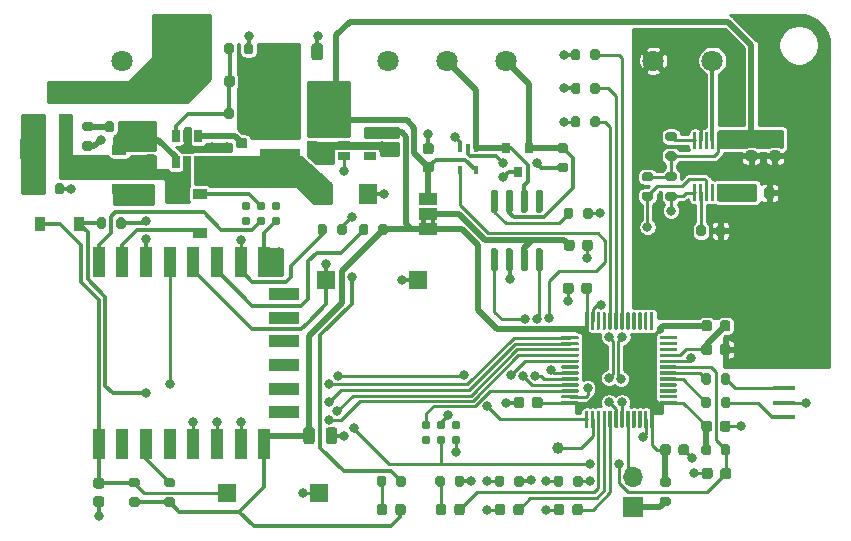
<source format=gbr>
%TF.GenerationSoftware,KiCad,Pcbnew,5.1.10*%
%TF.CreationDate,2021-06-21T15:48:10-04:00*%
%TF.ProjectId,CANalog,43414e61-6c6f-4672-9e6b-696361645f70,rev?*%
%TF.SameCoordinates,PX5b8d800PY848f8c0*%
%TF.FileFunction,Copper,L1,Top*%
%TF.FilePolarity,Positive*%
%FSLAX46Y46*%
G04 Gerber Fmt 4.6, Leading zero omitted, Abs format (unit mm)*
G04 Created by KiCad (PCBNEW 5.1.10) date 2021-06-21 15:48:10*
%MOMM*%
%LPD*%
G01*
G04 APERTURE LIST*
%TA.AperFunction,EtchedComponent*%
%ADD10C,0.100000*%
%TD*%
%TA.AperFunction,SMDPad,CuDef*%
%ADD11R,2.500000X1.100000*%
%TD*%
%TA.AperFunction,SMDPad,CuDef*%
%ADD12R,1.100000X2.500000*%
%TD*%
%TA.AperFunction,ConnectorPad*%
%ADD13C,0.787400*%
%TD*%
%TA.AperFunction,SMDPad,CuDef*%
%ADD14R,1.900000X0.400000*%
%TD*%
%TA.AperFunction,SMDPad,CuDef*%
%ADD15R,0.400000X0.650000*%
%TD*%
%TA.AperFunction,SMDPad,CuDef*%
%ADD16R,1.060000X0.650000*%
%TD*%
%TA.AperFunction,SMDPad,CuDef*%
%ADD17R,0.650000X1.060000*%
%TD*%
%TA.AperFunction,SMDPad,CuDef*%
%ADD18C,1.000000*%
%TD*%
%TA.AperFunction,SMDPad,CuDef*%
%ADD19R,1.500000X1.500000*%
%TD*%
%TA.AperFunction,SMDPad,CuDef*%
%ADD20R,0.800000X0.900000*%
%TD*%
%TA.AperFunction,SMDPad,CuDef*%
%ADD21R,3.500000X1.600000*%
%TD*%
%TA.AperFunction,SMDPad,CuDef*%
%ADD22R,1.500000X1.000000*%
%TD*%
%TA.AperFunction,ComponentPad*%
%ADD23O,1.700000X1.700000*%
%TD*%
%TA.AperFunction,ComponentPad*%
%ADD24R,1.700000X1.700000*%
%TD*%
%TA.AperFunction,ComponentPad*%
%ADD25C,1.800000*%
%TD*%
%TA.AperFunction,SMDPad,CuDef*%
%ADD26R,1.200000X0.900000*%
%TD*%
%TA.AperFunction,SMDPad,CuDef*%
%ADD27R,1.600000X1.800000*%
%TD*%
%TA.AperFunction,SMDPad,CuDef*%
%ADD28R,0.900000X1.200000*%
%TD*%
%TA.AperFunction,SMDPad,CuDef*%
%ADD29R,1.000000X1.700000*%
%TD*%
%TA.AperFunction,ViaPad*%
%ADD30C,0.800000*%
%TD*%
%TA.AperFunction,Conductor*%
%ADD31C,0.500000*%
%TD*%
%TA.AperFunction,Conductor*%
%ADD32C,0.300000*%
%TD*%
%TA.AperFunction,Conductor*%
%ADD33C,0.250000*%
%TD*%
%TA.AperFunction,Conductor*%
%ADD34C,0.254000*%
%TD*%
%TA.AperFunction,Conductor*%
%ADD35C,0.100000*%
%TD*%
G04 APERTURE END LIST*
D10*
%TO.C,JP3*%
G36*
X-35950000Y-19175000D02*
G01*
X-35950000Y-18675000D01*
X-35550000Y-18675000D01*
X-35550000Y-19175000D01*
X-35950000Y-19175000D01*
G37*
G36*
X-35150000Y-19175000D02*
G01*
X-35150000Y-18675000D01*
X-34750000Y-18675000D01*
X-34750000Y-19175000D01*
X-35150000Y-19175000D01*
G37*
%TD*%
%TO.P,C17,2*%
%TO.N,GNDA*%
%TA.AperFunction,SMDPad,CuDef*%
G36*
G01*
X-6250000Y-12900000D02*
X-5750000Y-12900000D01*
G75*
G02*
X-5525000Y-13125000I0J-225000D01*
G01*
X-5525000Y-13575000D01*
G75*
G02*
X-5750000Y-13800000I-225000J0D01*
G01*
X-6250000Y-13800000D01*
G75*
G02*
X-6475000Y-13575000I0J225000D01*
G01*
X-6475000Y-13125000D01*
G75*
G02*
X-6250000Y-12900000I225000J0D01*
G01*
G37*
%TD.AperFunction*%
%TO.P,C17,1*%
%TO.N,+5V*%
%TA.AperFunction,SMDPad,CuDef*%
G36*
G01*
X-6250000Y-11350000D02*
X-5750000Y-11350000D01*
G75*
G02*
X-5525000Y-11575000I0J-225000D01*
G01*
X-5525000Y-12025000D01*
G75*
G02*
X-5750000Y-12250000I-225000J0D01*
G01*
X-6250000Y-12250000D01*
G75*
G02*
X-6475000Y-12025000I0J225000D01*
G01*
X-6475000Y-11575000D01*
G75*
G02*
X-6250000Y-11350000I225000J0D01*
G01*
G37*
%TD.AperFunction*%
%TD*%
%TO.P,C16,2*%
%TO.N,GNDA*%
%TA.AperFunction,SMDPad,CuDef*%
G36*
G01*
X-8250000Y-12900000D02*
X-7750000Y-12900000D01*
G75*
G02*
X-7525000Y-13125000I0J-225000D01*
G01*
X-7525000Y-13575000D01*
G75*
G02*
X-7750000Y-13800000I-225000J0D01*
G01*
X-8250000Y-13800000D01*
G75*
G02*
X-8475000Y-13575000I0J225000D01*
G01*
X-8475000Y-13125000D01*
G75*
G02*
X-8250000Y-12900000I225000J0D01*
G01*
G37*
%TD.AperFunction*%
%TO.P,C16,1*%
%TO.N,+5V*%
%TA.AperFunction,SMDPad,CuDef*%
G36*
G01*
X-8250000Y-11350000D02*
X-7750000Y-11350000D01*
G75*
G02*
X-7525000Y-11575000I0J-225000D01*
G01*
X-7525000Y-12025000D01*
G75*
G02*
X-7750000Y-12250000I-225000J0D01*
G01*
X-8250000Y-12250000D01*
G75*
G02*
X-8475000Y-12025000I0J225000D01*
G01*
X-8475000Y-11575000D01*
G75*
G02*
X-8250000Y-11350000I225000J0D01*
G01*
G37*
%TD.AperFunction*%
%TD*%
%TO.P,U5,10*%
%TO.N,Net-(C19-Pad1)*%
%TA.AperFunction,SMDPad,CuDef*%
G36*
G01*
X-10875000Y-15725000D02*
X-10725000Y-15725000D01*
G75*
G02*
X-10650000Y-15800000I0J-75000D01*
G01*
X-10650000Y-17100000D01*
G75*
G02*
X-10725000Y-17175000I-75000J0D01*
G01*
X-10875000Y-17175000D01*
G75*
G02*
X-10950000Y-17100000I0J75000D01*
G01*
X-10950000Y-15800000D01*
G75*
G02*
X-10875000Y-15725000I75000J0D01*
G01*
G37*
%TD.AperFunction*%
%TO.P,U5,9*%
%TO.N,Net-(U5-Pad9)*%
%TA.AperFunction,SMDPad,CuDef*%
G36*
G01*
X-11375000Y-15725000D02*
X-11225000Y-15725000D01*
G75*
G02*
X-11150000Y-15800000I0J-75000D01*
G01*
X-11150000Y-17100000D01*
G75*
G02*
X-11225000Y-17175000I-75000J0D01*
G01*
X-11375000Y-17175000D01*
G75*
G02*
X-11450000Y-17100000I0J75000D01*
G01*
X-11450000Y-15800000D01*
G75*
G02*
X-11375000Y-15725000I75000J0D01*
G01*
G37*
%TD.AperFunction*%
%TO.P,U5,8*%
%TO.N,I2C_SDA*%
%TA.AperFunction,SMDPad,CuDef*%
G36*
G01*
X-11875000Y-15725000D02*
X-11725000Y-15725000D01*
G75*
G02*
X-11650000Y-15800000I0J-75000D01*
G01*
X-11650000Y-17100000D01*
G75*
G02*
X-11725000Y-17175000I-75000J0D01*
G01*
X-11875000Y-17175000D01*
G75*
G02*
X-11950000Y-17100000I0J75000D01*
G01*
X-11950000Y-15800000D01*
G75*
G02*
X-11875000Y-15725000I75000J0D01*
G01*
G37*
%TD.AperFunction*%
%TO.P,U5,7*%
%TO.N,Net-(R28-Pad1)*%
%TA.AperFunction,SMDPad,CuDef*%
G36*
G01*
X-12375000Y-15725000D02*
X-12225000Y-15725000D01*
G75*
G02*
X-12150000Y-15800000I0J-75000D01*
G01*
X-12150000Y-17100000D01*
G75*
G02*
X-12225000Y-17175000I-75000J0D01*
G01*
X-12375000Y-17175000D01*
G75*
G02*
X-12450000Y-17100000I0J75000D01*
G01*
X-12450000Y-15800000D01*
G75*
G02*
X-12375000Y-15725000I75000J0D01*
G01*
G37*
%TD.AperFunction*%
%TO.P,U5,6*%
%TO.N,I2C_SCL*%
%TA.AperFunction,SMDPad,CuDef*%
G36*
G01*
X-12875000Y-15725000D02*
X-12725000Y-15725000D01*
G75*
G02*
X-12650000Y-15800000I0J-75000D01*
G01*
X-12650000Y-17100000D01*
G75*
G02*
X-12725000Y-17175000I-75000J0D01*
G01*
X-12875000Y-17175000D01*
G75*
G02*
X-12950000Y-17100000I0J75000D01*
G01*
X-12950000Y-15800000D01*
G75*
G02*
X-12875000Y-15725000I75000J0D01*
G01*
G37*
%TD.AperFunction*%
%TO.P,U5,5*%
%TO.N,Net-(R20-Pad1)*%
%TA.AperFunction,SMDPad,CuDef*%
G36*
G01*
X-12875000Y-11325000D02*
X-12725000Y-11325000D01*
G75*
G02*
X-12650000Y-11400000I0J-75000D01*
G01*
X-12650000Y-12700000D01*
G75*
G02*
X-12725000Y-12775000I-75000J0D01*
G01*
X-12875000Y-12775000D01*
G75*
G02*
X-12950000Y-12700000I0J75000D01*
G01*
X-12950000Y-11400000D01*
G75*
G02*
X-12875000Y-11325000I75000J0D01*
G01*
G37*
%TD.AperFunction*%
%TO.P,U5,4*%
%TO.N,GNDA*%
%TA.AperFunction,SMDPad,CuDef*%
G36*
G01*
X-12375000Y-11325000D02*
X-12225000Y-11325000D01*
G75*
G02*
X-12150000Y-11400000I0J-75000D01*
G01*
X-12150000Y-12700000D01*
G75*
G02*
X-12225000Y-12775000I-75000J0D01*
G01*
X-12375000Y-12775000D01*
G75*
G02*
X-12450000Y-12700000I0J75000D01*
G01*
X-12450000Y-11400000D01*
G75*
G02*
X-12375000Y-11325000I75000J0D01*
G01*
G37*
%TD.AperFunction*%
%TO.P,U5,3*%
%TO.N,Net-(U5-Pad3)*%
%TA.AperFunction,SMDPad,CuDef*%
G36*
G01*
X-11875000Y-11325000D02*
X-11725000Y-11325000D01*
G75*
G02*
X-11650000Y-11400000I0J-75000D01*
G01*
X-11650000Y-12700000D01*
G75*
G02*
X-11725000Y-12775000I-75000J0D01*
G01*
X-11875000Y-12775000D01*
G75*
G02*
X-11950000Y-12700000I0J75000D01*
G01*
X-11950000Y-11400000D01*
G75*
G02*
X-11875000Y-11325000I75000J0D01*
G01*
G37*
%TD.AperFunction*%
%TO.P,U5,2*%
%TO.N,Net-(J6-Pad1)*%
%TA.AperFunction,SMDPad,CuDef*%
G36*
G01*
X-11375000Y-11325000D02*
X-11225000Y-11325000D01*
G75*
G02*
X-11150000Y-11400000I0J-75000D01*
G01*
X-11150000Y-12700000D01*
G75*
G02*
X-11225000Y-12775000I-75000J0D01*
G01*
X-11375000Y-12775000D01*
G75*
G02*
X-11450000Y-12700000I0J75000D01*
G01*
X-11450000Y-11400000D01*
G75*
G02*
X-11375000Y-11325000I75000J0D01*
G01*
G37*
%TD.AperFunction*%
%TO.P,U5,1*%
%TO.N,+5V*%
%TA.AperFunction,SMDPad,CuDef*%
G36*
G01*
X-10875000Y-11325000D02*
X-10725000Y-11325000D01*
G75*
G02*
X-10650000Y-11400000I0J-75000D01*
G01*
X-10650000Y-12700000D01*
G75*
G02*
X-10725000Y-12775000I-75000J0D01*
G01*
X-10875000Y-12775000D01*
G75*
G02*
X-10950000Y-12700000I0J75000D01*
G01*
X-10950000Y-11400000D01*
G75*
G02*
X-10875000Y-11325000I75000J0D01*
G01*
G37*
%TD.AperFunction*%
%TD*%
%TO.P,R28,2*%
%TO.N,GNDA*%
%TA.AperFunction,SMDPad,CuDef*%
G36*
G01*
X-11025000Y-19975000D02*
X-11025000Y-19425000D01*
G75*
G02*
X-10825000Y-19225000I200000J0D01*
G01*
X-10425000Y-19225000D01*
G75*
G02*
X-10225000Y-19425000I0J-200000D01*
G01*
X-10225000Y-19975000D01*
G75*
G02*
X-10425000Y-20175000I-200000J0D01*
G01*
X-10825000Y-20175000D01*
G75*
G02*
X-11025000Y-19975000I0J200000D01*
G01*
G37*
%TD.AperFunction*%
%TO.P,R28,1*%
%TO.N,Net-(R28-Pad1)*%
%TA.AperFunction,SMDPad,CuDef*%
G36*
G01*
X-12675000Y-19975000D02*
X-12675000Y-19425000D01*
G75*
G02*
X-12475000Y-19225000I200000J0D01*
G01*
X-12075000Y-19225000D01*
G75*
G02*
X-11875000Y-19425000I0J-200000D01*
G01*
X-11875000Y-19975000D01*
G75*
G02*
X-12075000Y-20175000I-200000J0D01*
G01*
X-12475000Y-20175000D01*
G75*
G02*
X-12675000Y-19975000I0J200000D01*
G01*
G37*
%TD.AperFunction*%
%TD*%
%TO.P,R20,2*%
%TO.N,+5V*%
%TA.AperFunction,SMDPad,CuDef*%
G36*
G01*
X-15075000Y-12975000D02*
X-14525000Y-12975000D01*
G75*
G02*
X-14325000Y-13175000I0J-200000D01*
G01*
X-14325000Y-13575000D01*
G75*
G02*
X-14525000Y-13775000I-200000J0D01*
G01*
X-15075000Y-13775000D01*
G75*
G02*
X-15275000Y-13575000I0J200000D01*
G01*
X-15275000Y-13175000D01*
G75*
G02*
X-15075000Y-12975000I200000J0D01*
G01*
G37*
%TD.AperFunction*%
%TO.P,R20,1*%
%TO.N,Net-(R20-Pad1)*%
%TA.AperFunction,SMDPad,CuDef*%
G36*
G01*
X-15075000Y-11325000D02*
X-14525000Y-11325000D01*
G75*
G02*
X-14325000Y-11525000I0J-200000D01*
G01*
X-14325000Y-11925000D01*
G75*
G02*
X-14525000Y-12125000I-200000J0D01*
G01*
X-15075000Y-12125000D01*
G75*
G02*
X-15275000Y-11925000I0J200000D01*
G01*
X-15275000Y-11525000D01*
G75*
G02*
X-15075000Y-11325000I200000J0D01*
G01*
G37*
%TD.AperFunction*%
%TD*%
%TO.P,R19,2*%
%TO.N,I2C_SDA*%
%TA.AperFunction,SMDPad,CuDef*%
G36*
G01*
X-17075000Y-16375000D02*
X-16525000Y-16375000D01*
G75*
G02*
X-16325000Y-16575000I0J-200000D01*
G01*
X-16325000Y-16975000D01*
G75*
G02*
X-16525000Y-17175000I-200000J0D01*
G01*
X-17075000Y-17175000D01*
G75*
G02*
X-17275000Y-16975000I0J200000D01*
G01*
X-17275000Y-16575000D01*
G75*
G02*
X-17075000Y-16375000I200000J0D01*
G01*
G37*
%TD.AperFunction*%
%TO.P,R19,1*%
%TO.N,+5V*%
%TA.AperFunction,SMDPad,CuDef*%
G36*
G01*
X-17075000Y-14725000D02*
X-16525000Y-14725000D01*
G75*
G02*
X-16325000Y-14925000I0J-200000D01*
G01*
X-16325000Y-15325000D01*
G75*
G02*
X-16525000Y-15525000I-200000J0D01*
G01*
X-17075000Y-15525000D01*
G75*
G02*
X-17275000Y-15325000I0J200000D01*
G01*
X-17275000Y-14925000D01*
G75*
G02*
X-17075000Y-14725000I200000J0D01*
G01*
G37*
%TD.AperFunction*%
%TD*%
%TO.P,R18,2*%
%TO.N,I2C_SCL*%
%TA.AperFunction,SMDPad,CuDef*%
G36*
G01*
X-15075000Y-16375000D02*
X-14525000Y-16375000D01*
G75*
G02*
X-14325000Y-16575000I0J-200000D01*
G01*
X-14325000Y-16975000D01*
G75*
G02*
X-14525000Y-17175000I-200000J0D01*
G01*
X-15075000Y-17175000D01*
G75*
G02*
X-15275000Y-16975000I0J200000D01*
G01*
X-15275000Y-16575000D01*
G75*
G02*
X-15075000Y-16375000I200000J0D01*
G01*
G37*
%TD.AperFunction*%
%TO.P,R18,1*%
%TO.N,+5V*%
%TA.AperFunction,SMDPad,CuDef*%
G36*
G01*
X-15075000Y-14725000D02*
X-14525000Y-14725000D01*
G75*
G02*
X-14325000Y-14925000I0J-200000D01*
G01*
X-14325000Y-15325000D01*
G75*
G02*
X-14525000Y-15525000I-200000J0D01*
G01*
X-15075000Y-15525000D01*
G75*
G02*
X-15275000Y-15325000I0J200000D01*
G01*
X-15275000Y-14925000D01*
G75*
G02*
X-15075000Y-14725000I200000J0D01*
G01*
G37*
%TD.AperFunction*%
%TD*%
%TO.P,C19,2*%
%TO.N,GNDA*%
%TA.AperFunction,SMDPad,CuDef*%
G36*
G01*
X-6925000Y-16750000D02*
X-6925000Y-16250000D01*
G75*
G02*
X-6700000Y-16025000I225000J0D01*
G01*
X-6250000Y-16025000D01*
G75*
G02*
X-6025000Y-16250000I0J-225000D01*
G01*
X-6025000Y-16750000D01*
G75*
G02*
X-6250000Y-16975000I-225000J0D01*
G01*
X-6700000Y-16975000D01*
G75*
G02*
X-6925000Y-16750000I0J225000D01*
G01*
G37*
%TD.AperFunction*%
%TO.P,C19,1*%
%TO.N,Net-(C19-Pad1)*%
%TA.AperFunction,SMDPad,CuDef*%
G36*
G01*
X-8475000Y-16750000D02*
X-8475000Y-16250000D01*
G75*
G02*
X-8250000Y-16025000I225000J0D01*
G01*
X-7800000Y-16025000D01*
G75*
G02*
X-7575000Y-16250000I0J-225000D01*
G01*
X-7575000Y-16750000D01*
G75*
G02*
X-7800000Y-16975000I-225000J0D01*
G01*
X-8250000Y-16975000D01*
G75*
G02*
X-8475000Y-16750000I0J225000D01*
G01*
G37*
%TD.AperFunction*%
%TD*%
%TO.P,R27,2*%
%TO.N,/GPIO15*%
%TA.AperFunction,SMDPad,CuDef*%
G36*
G01*
X-61775000Y-19325000D02*
X-61775000Y-18775000D01*
G75*
G02*
X-61575000Y-18575000I200000J0D01*
G01*
X-61175000Y-18575000D01*
G75*
G02*
X-60975000Y-18775000I0J-200000D01*
G01*
X-60975000Y-19325000D01*
G75*
G02*
X-61175000Y-19525000I-200000J0D01*
G01*
X-61575000Y-19525000D01*
G75*
G02*
X-61775000Y-19325000I0J200000D01*
G01*
G37*
%TD.AperFunction*%
%TO.P,R27,1*%
%TO.N,STM_RESET*%
%TA.AperFunction,SMDPad,CuDef*%
G36*
G01*
X-63425000Y-19325000D02*
X-63425000Y-18775000D01*
G75*
G02*
X-63225000Y-18575000I200000J0D01*
G01*
X-62825000Y-18575000D01*
G75*
G02*
X-62625000Y-18775000I0J-200000D01*
G01*
X-62625000Y-19325000D01*
G75*
G02*
X-62825000Y-19525000I-200000J0D01*
G01*
X-63225000Y-19525000D01*
G75*
G02*
X-63425000Y-19325000I0J200000D01*
G01*
G37*
%TD.AperFunction*%
%TD*%
D11*
%TO.P,U4,22*%
%TO.N,Net-(U4-Pad22)*%
X-47550000Y-25060000D03*
%TO.P,U4,21*%
%TO.N,Net-(U4-Pad21)*%
X-47550000Y-27060000D03*
%TO.P,U4,20*%
%TO.N,Net-(U4-Pad20)*%
X-47550000Y-29060000D03*
%TO.P,U4,19*%
%TO.N,Net-(U4-Pad19)*%
X-47550000Y-31060000D03*
%TO.P,U4,18*%
%TO.N,Net-(U4-Pad18)*%
X-47550000Y-33060000D03*
%TO.P,U4,17*%
%TO.N,Net-(U4-Pad17)*%
X-47550000Y-35060000D03*
D12*
%TO.P,U4,16*%
%TO.N,/TXD*%
X-63250000Y-22350000D03*
%TO.P,U4,15*%
%TO.N,/RXD*%
X-61250000Y-22350000D03*
%TO.P,U4,14*%
%TO.N,/GPIO15*%
X-59250000Y-22350000D03*
%TO.P,U4,13*%
%TO.N,STM_RDY*%
X-57250000Y-22350000D03*
%TO.P,U4,12*%
%TO.N,GPIO0*%
X-55250000Y-22350000D03*
%TO.P,U4,11*%
%TO.N,GPIO2*%
X-53250000Y-22350000D03*
%TO.P,U4,10*%
%TO.N,STM_CS*%
X-51250000Y-22350000D03*
%TO.P,U4,9*%
%TO.N,GND*%
X-49250000Y-22350000D03*
%TO.P,U4,8*%
%TO.N,+3V3*%
X-49250000Y-37750000D03*
%TO.P,U4,7*%
%TO.N,MOSI*%
X-51250000Y-37750000D03*
%TO.P,U4,6*%
%TO.N,MISO*%
X-53250000Y-37750000D03*
%TO.P,U4,5*%
%TO.N,SCLK*%
X-55250000Y-37750000D03*
%TO.P,U4,4*%
%TO.N,Net-(U4-Pad4)*%
X-57250000Y-37750000D03*
%TO.P,U4,3*%
%TO.N,CH_PD*%
X-59250000Y-37750000D03*
%TO.P,U4,2*%
%TO.N,Net-(U4-Pad2)*%
X-61250000Y-37750000D03*
%TO.P,U4,1*%
%TO.N,ESP_RESET*%
X-63250000Y-37750000D03*
%TD*%
%TO.P,R14,2*%
%TO.N,Net-(R14-Pad2)*%
%TA.AperFunction,SMDPad,CuDef*%
G36*
G01*
X-10575000Y-32525000D02*
X-10575000Y-31975000D01*
G75*
G02*
X-10375000Y-31775000I200000J0D01*
G01*
X-9975000Y-31775000D01*
G75*
G02*
X-9775000Y-31975000I0J-200000D01*
G01*
X-9775000Y-32525000D01*
G75*
G02*
X-9975000Y-32725000I-200000J0D01*
G01*
X-10375000Y-32725000D01*
G75*
G02*
X-10575000Y-32525000I0J200000D01*
G01*
G37*
%TD.AperFunction*%
%TO.P,R14,1*%
%TO.N,/XOUT*%
%TA.AperFunction,SMDPad,CuDef*%
G36*
G01*
X-12225000Y-32525000D02*
X-12225000Y-31975000D01*
G75*
G02*
X-12025000Y-31775000I200000J0D01*
G01*
X-11625000Y-31775000D01*
G75*
G02*
X-11425000Y-31975000I0J-200000D01*
G01*
X-11425000Y-32525000D01*
G75*
G02*
X-11625000Y-32725000I-200000J0D01*
G01*
X-12025000Y-32725000D01*
G75*
G02*
X-12225000Y-32525000I0J200000D01*
G01*
G37*
%TD.AperFunction*%
%TD*%
D13*
%TO.P,J4,6*%
%TO.N,Net-(J4-Pad6)*%
X-32980000Y-36165000D03*
%TO.P,J4,5*%
%TO.N,GND*%
X-32980000Y-37435000D03*
%TO.P,J4,4*%
%TO.N,/SWCLK*%
X-34250000Y-36165000D03*
%TO.P,J4,3*%
%TO.N,STM_RESET*%
X-34250000Y-37435000D03*
%TO.P,J4,2*%
%TO.N,/SWDIO*%
X-35520000Y-36165000D03*
%TO.P,J4,1*%
%TO.N,Net-(J4-Pad1)*%
X-35520000Y-37435000D03*
%TD*%
%TO.P,U3,48*%
%TO.N,+3V3*%
%TA.AperFunction,SMDPad,CuDef*%
G36*
G01*
X-16300000Y-35000000D02*
X-16300000Y-36325000D01*
G75*
G02*
X-16375000Y-36400000I-75000J0D01*
G01*
X-16525000Y-36400000D01*
G75*
G02*
X-16600000Y-36325000I0J75000D01*
G01*
X-16600000Y-35000000D01*
G75*
G02*
X-16525000Y-34925000I75000J0D01*
G01*
X-16375000Y-34925000D01*
G75*
G02*
X-16300000Y-35000000I0J-75000D01*
G01*
G37*
%TD.AperFunction*%
%TO.P,U3,47*%
%TO.N,GND*%
%TA.AperFunction,SMDPad,CuDef*%
G36*
G01*
X-16800000Y-35000000D02*
X-16800000Y-36325000D01*
G75*
G02*
X-16875000Y-36400000I-75000J0D01*
G01*
X-17025000Y-36400000D01*
G75*
G02*
X-17100000Y-36325000I0J75000D01*
G01*
X-17100000Y-35000000D01*
G75*
G02*
X-17025000Y-34925000I75000J0D01*
G01*
X-16875000Y-34925000D01*
G75*
G02*
X-16800000Y-35000000I0J-75000D01*
G01*
G37*
%TD.AperFunction*%
%TO.P,U3,46*%
%TO.N,Net-(U3-Pad46)*%
%TA.AperFunction,SMDPad,CuDef*%
G36*
G01*
X-17300000Y-35000000D02*
X-17300000Y-36325000D01*
G75*
G02*
X-17375000Y-36400000I-75000J0D01*
G01*
X-17525000Y-36400000D01*
G75*
G02*
X-17600000Y-36325000I0J75000D01*
G01*
X-17600000Y-35000000D01*
G75*
G02*
X-17525000Y-34925000I75000J0D01*
G01*
X-17375000Y-34925000D01*
G75*
G02*
X-17300000Y-35000000I0J-75000D01*
G01*
G37*
%TD.AperFunction*%
%TO.P,U3,45*%
%TO.N,Net-(U3-Pad45)*%
%TA.AperFunction,SMDPad,CuDef*%
G36*
G01*
X-17800000Y-35000000D02*
X-17800000Y-36325000D01*
G75*
G02*
X-17875000Y-36400000I-75000J0D01*
G01*
X-18025000Y-36400000D01*
G75*
G02*
X-18100000Y-36325000I0J75000D01*
G01*
X-18100000Y-35000000D01*
G75*
G02*
X-18025000Y-34925000I75000J0D01*
G01*
X-17875000Y-34925000D01*
G75*
G02*
X-17800000Y-35000000I0J-75000D01*
G01*
G37*
%TD.AperFunction*%
%TO.P,U3,44*%
%TO.N,/BOOT0*%
%TA.AperFunction,SMDPad,CuDef*%
G36*
G01*
X-18300000Y-35000000D02*
X-18300000Y-36325000D01*
G75*
G02*
X-18375000Y-36400000I-75000J0D01*
G01*
X-18525000Y-36400000D01*
G75*
G02*
X-18600000Y-36325000I0J75000D01*
G01*
X-18600000Y-35000000D01*
G75*
G02*
X-18525000Y-34925000I75000J0D01*
G01*
X-18375000Y-34925000D01*
G75*
G02*
X-18300000Y-35000000I0J-75000D01*
G01*
G37*
%TD.AperFunction*%
%TO.P,U3,43*%
%TO.N,I2C_SDA*%
%TA.AperFunction,SMDPad,CuDef*%
G36*
G01*
X-18800000Y-35000000D02*
X-18800000Y-36325000D01*
G75*
G02*
X-18875000Y-36400000I-75000J0D01*
G01*
X-19025000Y-36400000D01*
G75*
G02*
X-19100000Y-36325000I0J75000D01*
G01*
X-19100000Y-35000000D01*
G75*
G02*
X-19025000Y-34925000I75000J0D01*
G01*
X-18875000Y-34925000D01*
G75*
G02*
X-18800000Y-35000000I0J-75000D01*
G01*
G37*
%TD.AperFunction*%
%TO.P,U3,42*%
%TO.N,I2C_SCL*%
%TA.AperFunction,SMDPad,CuDef*%
G36*
G01*
X-19300000Y-35000000D02*
X-19300000Y-36325000D01*
G75*
G02*
X-19375000Y-36400000I-75000J0D01*
G01*
X-19525000Y-36400000D01*
G75*
G02*
X-19600000Y-36325000I0J75000D01*
G01*
X-19600000Y-35000000D01*
G75*
G02*
X-19525000Y-34925000I75000J0D01*
G01*
X-19375000Y-34925000D01*
G75*
G02*
X-19300000Y-35000000I0J-75000D01*
G01*
G37*
%TD.AperFunction*%
%TO.P,U3,41*%
%TO.N,ERROR_LED*%
%TA.AperFunction,SMDPad,CuDef*%
G36*
G01*
X-19800000Y-35000000D02*
X-19800000Y-36325000D01*
G75*
G02*
X-19875000Y-36400000I-75000J0D01*
G01*
X-20025000Y-36400000D01*
G75*
G02*
X-20100000Y-36325000I0J75000D01*
G01*
X-20100000Y-35000000D01*
G75*
G02*
X-20025000Y-34925000I75000J0D01*
G01*
X-19875000Y-34925000D01*
G75*
G02*
X-19800000Y-35000000I0J-75000D01*
G01*
G37*
%TD.AperFunction*%
%TO.P,U3,40*%
%TO.N,SPI_LED*%
%TA.AperFunction,SMDPad,CuDef*%
G36*
G01*
X-20300000Y-35000000D02*
X-20300000Y-36325000D01*
G75*
G02*
X-20375000Y-36400000I-75000J0D01*
G01*
X-20525000Y-36400000D01*
G75*
G02*
X-20600000Y-36325000I0J75000D01*
G01*
X-20600000Y-35000000D01*
G75*
G02*
X-20525000Y-34925000I75000J0D01*
G01*
X-20375000Y-34925000D01*
G75*
G02*
X-20300000Y-35000000I0J-75000D01*
G01*
G37*
%TD.AperFunction*%
%TO.P,U3,39*%
%TO.N,CAN_LED*%
%TA.AperFunction,SMDPad,CuDef*%
G36*
G01*
X-20800000Y-35000000D02*
X-20800000Y-36325000D01*
G75*
G02*
X-20875000Y-36400000I-75000J0D01*
G01*
X-21025000Y-36400000D01*
G75*
G02*
X-21100000Y-36325000I0J75000D01*
G01*
X-21100000Y-35000000D01*
G75*
G02*
X-21025000Y-34925000I75000J0D01*
G01*
X-20875000Y-34925000D01*
G75*
G02*
X-20800000Y-35000000I0J-75000D01*
G01*
G37*
%TD.AperFunction*%
%TO.P,U3,38*%
%TO.N,Net-(TP1-Pad1)*%
%TA.AperFunction,SMDPad,CuDef*%
G36*
G01*
X-21300000Y-35000000D02*
X-21300000Y-36325000D01*
G75*
G02*
X-21375000Y-36400000I-75000J0D01*
G01*
X-21525000Y-36400000D01*
G75*
G02*
X-21600000Y-36325000I0J75000D01*
G01*
X-21600000Y-35000000D01*
G75*
G02*
X-21525000Y-34925000I75000J0D01*
G01*
X-21375000Y-34925000D01*
G75*
G02*
X-21300000Y-35000000I0J-75000D01*
G01*
G37*
%TD.AperFunction*%
%TO.P,U3,37*%
%TO.N,/SWCLK*%
%TA.AperFunction,SMDPad,CuDef*%
G36*
G01*
X-21800000Y-35000000D02*
X-21800000Y-36325000D01*
G75*
G02*
X-21875000Y-36400000I-75000J0D01*
G01*
X-22025000Y-36400000D01*
G75*
G02*
X-22100000Y-36325000I0J75000D01*
G01*
X-22100000Y-35000000D01*
G75*
G02*
X-22025000Y-34925000I75000J0D01*
G01*
X-21875000Y-34925000D01*
G75*
G02*
X-21800000Y-35000000I0J-75000D01*
G01*
G37*
%TD.AperFunction*%
%TO.P,U3,36*%
%TO.N,+3V3*%
%TA.AperFunction,SMDPad,CuDef*%
G36*
G01*
X-22625000Y-34175000D02*
X-22625000Y-34325000D01*
G75*
G02*
X-22700000Y-34400000I-75000J0D01*
G01*
X-24025000Y-34400000D01*
G75*
G02*
X-24100000Y-34325000I0J75000D01*
G01*
X-24100000Y-34175000D01*
G75*
G02*
X-24025000Y-34100000I75000J0D01*
G01*
X-22700000Y-34100000D01*
G75*
G02*
X-22625000Y-34175000I0J-75000D01*
G01*
G37*
%TD.AperFunction*%
%TO.P,U3,35*%
%TO.N,GND*%
%TA.AperFunction,SMDPad,CuDef*%
G36*
G01*
X-22625000Y-33675000D02*
X-22625000Y-33825000D01*
G75*
G02*
X-22700000Y-33900000I-75000J0D01*
G01*
X-24025000Y-33900000D01*
G75*
G02*
X-24100000Y-33825000I0J75000D01*
G01*
X-24100000Y-33675000D01*
G75*
G02*
X-24025000Y-33600000I75000J0D01*
G01*
X-22700000Y-33600000D01*
G75*
G02*
X-22625000Y-33675000I0J-75000D01*
G01*
G37*
%TD.AperFunction*%
%TO.P,U3,34*%
%TO.N,/SWDIO*%
%TA.AperFunction,SMDPad,CuDef*%
G36*
G01*
X-22625000Y-33175000D02*
X-22625000Y-33325000D01*
G75*
G02*
X-22700000Y-33400000I-75000J0D01*
G01*
X-24025000Y-33400000D01*
G75*
G02*
X-24100000Y-33325000I0J75000D01*
G01*
X-24100000Y-33175000D01*
G75*
G02*
X-24025000Y-33100000I75000J0D01*
G01*
X-22700000Y-33100000D01*
G75*
G02*
X-22625000Y-33175000I0J-75000D01*
G01*
G37*
%TD.AperFunction*%
%TO.P,U3,33*%
%TO.N,CAN_TX*%
%TA.AperFunction,SMDPad,CuDef*%
G36*
G01*
X-22625000Y-32675000D02*
X-22625000Y-32825000D01*
G75*
G02*
X-22700000Y-32900000I-75000J0D01*
G01*
X-24025000Y-32900000D01*
G75*
G02*
X-24100000Y-32825000I0J75000D01*
G01*
X-24100000Y-32675000D01*
G75*
G02*
X-24025000Y-32600000I75000J0D01*
G01*
X-22700000Y-32600000D01*
G75*
G02*
X-22625000Y-32675000I0J-75000D01*
G01*
G37*
%TD.AperFunction*%
%TO.P,U3,32*%
%TO.N,CAN_RX*%
%TA.AperFunction,SMDPad,CuDef*%
G36*
G01*
X-22625000Y-32175000D02*
X-22625000Y-32325000D01*
G75*
G02*
X-22700000Y-32400000I-75000J0D01*
G01*
X-24025000Y-32400000D01*
G75*
G02*
X-24100000Y-32325000I0J75000D01*
G01*
X-24100000Y-32175000D01*
G75*
G02*
X-24025000Y-32100000I75000J0D01*
G01*
X-22700000Y-32100000D01*
G75*
G02*
X-22625000Y-32175000I0J-75000D01*
G01*
G37*
%TD.AperFunction*%
%TO.P,U3,31*%
%TO.N,CAN_TERM*%
%TA.AperFunction,SMDPad,CuDef*%
G36*
G01*
X-22625000Y-31675000D02*
X-22625000Y-31825000D01*
G75*
G02*
X-22700000Y-31900000I-75000J0D01*
G01*
X-24025000Y-31900000D01*
G75*
G02*
X-24100000Y-31825000I0J75000D01*
G01*
X-24100000Y-31675000D01*
G75*
G02*
X-24025000Y-31600000I75000J0D01*
G01*
X-22700000Y-31600000D01*
G75*
G02*
X-22625000Y-31675000I0J-75000D01*
G01*
G37*
%TD.AperFunction*%
%TO.P,U3,30*%
%TO.N,Net-(U3-Pad30)*%
%TA.AperFunction,SMDPad,CuDef*%
G36*
G01*
X-22625000Y-31175000D02*
X-22625000Y-31325000D01*
G75*
G02*
X-22700000Y-31400000I-75000J0D01*
G01*
X-24025000Y-31400000D01*
G75*
G02*
X-24100000Y-31325000I0J75000D01*
G01*
X-24100000Y-31175000D01*
G75*
G02*
X-24025000Y-31100000I75000J0D01*
G01*
X-22700000Y-31100000D01*
G75*
G02*
X-22625000Y-31175000I0J-75000D01*
G01*
G37*
%TD.AperFunction*%
%TO.P,U3,29*%
%TO.N,STM_CS*%
%TA.AperFunction,SMDPad,CuDef*%
G36*
G01*
X-22625000Y-30675000D02*
X-22625000Y-30825000D01*
G75*
G02*
X-22700000Y-30900000I-75000J0D01*
G01*
X-24025000Y-30900000D01*
G75*
G02*
X-24100000Y-30825000I0J75000D01*
G01*
X-24100000Y-30675000D01*
G75*
G02*
X-24025000Y-30600000I75000J0D01*
G01*
X-22700000Y-30600000D01*
G75*
G02*
X-22625000Y-30675000I0J-75000D01*
G01*
G37*
%TD.AperFunction*%
%TO.P,U3,28*%
%TO.N,MOSI*%
%TA.AperFunction,SMDPad,CuDef*%
G36*
G01*
X-22625000Y-30175000D02*
X-22625000Y-30325000D01*
G75*
G02*
X-22700000Y-30400000I-75000J0D01*
G01*
X-24025000Y-30400000D01*
G75*
G02*
X-24100000Y-30325000I0J75000D01*
G01*
X-24100000Y-30175000D01*
G75*
G02*
X-24025000Y-30100000I75000J0D01*
G01*
X-22700000Y-30100000D01*
G75*
G02*
X-22625000Y-30175000I0J-75000D01*
G01*
G37*
%TD.AperFunction*%
%TO.P,U3,27*%
%TO.N,MISO*%
%TA.AperFunction,SMDPad,CuDef*%
G36*
G01*
X-22625000Y-29675000D02*
X-22625000Y-29825000D01*
G75*
G02*
X-22700000Y-29900000I-75000J0D01*
G01*
X-24025000Y-29900000D01*
G75*
G02*
X-24100000Y-29825000I0J75000D01*
G01*
X-24100000Y-29675000D01*
G75*
G02*
X-24025000Y-29600000I75000J0D01*
G01*
X-22700000Y-29600000D01*
G75*
G02*
X-22625000Y-29675000I0J-75000D01*
G01*
G37*
%TD.AperFunction*%
%TO.P,U3,26*%
%TO.N,SCLK*%
%TA.AperFunction,SMDPad,CuDef*%
G36*
G01*
X-22625000Y-29175000D02*
X-22625000Y-29325000D01*
G75*
G02*
X-22700000Y-29400000I-75000J0D01*
G01*
X-24025000Y-29400000D01*
G75*
G02*
X-24100000Y-29325000I0J75000D01*
G01*
X-24100000Y-29175000D01*
G75*
G02*
X-24025000Y-29100000I75000J0D01*
G01*
X-22700000Y-29100000D01*
G75*
G02*
X-22625000Y-29175000I0J-75000D01*
G01*
G37*
%TD.AperFunction*%
%TO.P,U3,25*%
%TO.N,STM_RDY*%
%TA.AperFunction,SMDPad,CuDef*%
G36*
G01*
X-22625000Y-28675000D02*
X-22625000Y-28825000D01*
G75*
G02*
X-22700000Y-28900000I-75000J0D01*
G01*
X-24025000Y-28900000D01*
G75*
G02*
X-24100000Y-28825000I0J75000D01*
G01*
X-24100000Y-28675000D01*
G75*
G02*
X-24025000Y-28600000I75000J0D01*
G01*
X-22700000Y-28600000D01*
G75*
G02*
X-22625000Y-28675000I0J-75000D01*
G01*
G37*
%TD.AperFunction*%
%TO.P,U3,24*%
%TO.N,+3V3*%
%TA.AperFunction,SMDPad,CuDef*%
G36*
G01*
X-21800000Y-26675000D02*
X-21800000Y-28000000D01*
G75*
G02*
X-21875000Y-28075000I-75000J0D01*
G01*
X-22025000Y-28075000D01*
G75*
G02*
X-22100000Y-28000000I0J75000D01*
G01*
X-22100000Y-26675000D01*
G75*
G02*
X-22025000Y-26600000I75000J0D01*
G01*
X-21875000Y-26600000D01*
G75*
G02*
X-21800000Y-26675000I0J-75000D01*
G01*
G37*
%TD.AperFunction*%
%TO.P,U3,23*%
%TO.N,GND*%
%TA.AperFunction,SMDPad,CuDef*%
G36*
G01*
X-21300000Y-26675000D02*
X-21300000Y-28000000D01*
G75*
G02*
X-21375000Y-28075000I-75000J0D01*
G01*
X-21525000Y-28075000D01*
G75*
G02*
X-21600000Y-28000000I0J75000D01*
G01*
X-21600000Y-26675000D01*
G75*
G02*
X-21525000Y-26600000I75000J0D01*
G01*
X-21375000Y-26600000D01*
G75*
G02*
X-21300000Y-26675000I0J-75000D01*
G01*
G37*
%TD.AperFunction*%
%TO.P,U3,22*%
%TO.N,Net-(U3-Pad22)*%
%TA.AperFunction,SMDPad,CuDef*%
G36*
G01*
X-20800000Y-26675000D02*
X-20800000Y-28000000D01*
G75*
G02*
X-20875000Y-28075000I-75000J0D01*
G01*
X-21025000Y-28075000D01*
G75*
G02*
X-21100000Y-28000000I0J75000D01*
G01*
X-21100000Y-26675000D01*
G75*
G02*
X-21025000Y-26600000I75000J0D01*
G01*
X-20875000Y-26600000D01*
G75*
G02*
X-20800000Y-26675000I0J-75000D01*
G01*
G37*
%TD.AperFunction*%
%TO.P,U3,21*%
%TO.N,Net-(U3-Pad21)*%
%TA.AperFunction,SMDPad,CuDef*%
G36*
G01*
X-20300000Y-26675000D02*
X-20300000Y-28000000D01*
G75*
G02*
X-20375000Y-28075000I-75000J0D01*
G01*
X-20525000Y-28075000D01*
G75*
G02*
X-20600000Y-28000000I0J75000D01*
G01*
X-20600000Y-26675000D01*
G75*
G02*
X-20525000Y-26600000I75000J0D01*
G01*
X-20375000Y-26600000D01*
G75*
G02*
X-20300000Y-26675000I0J-75000D01*
G01*
G37*
%TD.AperFunction*%
%TO.P,U3,20*%
%TO.N,V_B2*%
%TA.AperFunction,SMDPad,CuDef*%
G36*
G01*
X-19800000Y-26675000D02*
X-19800000Y-28000000D01*
G75*
G02*
X-19875000Y-28075000I-75000J0D01*
G01*
X-20025000Y-28075000D01*
G75*
G02*
X-20100000Y-28000000I0J75000D01*
G01*
X-20100000Y-26675000D01*
G75*
G02*
X-20025000Y-26600000I75000J0D01*
G01*
X-19875000Y-26600000D01*
G75*
G02*
X-19800000Y-26675000I0J-75000D01*
G01*
G37*
%TD.AperFunction*%
%TO.P,U3,19*%
%TO.N,V_B1*%
%TA.AperFunction,SMDPad,CuDef*%
G36*
G01*
X-19300000Y-26675000D02*
X-19300000Y-28000000D01*
G75*
G02*
X-19375000Y-28075000I-75000J0D01*
G01*
X-19525000Y-28075000D01*
G75*
G02*
X-19600000Y-28000000I0J75000D01*
G01*
X-19600000Y-26675000D01*
G75*
G02*
X-19525000Y-26600000I75000J0D01*
G01*
X-19375000Y-26600000D01*
G75*
G02*
X-19300000Y-26675000I0J-75000D01*
G01*
G37*
%TD.AperFunction*%
%TO.P,U3,18*%
%TO.N,V_B0*%
%TA.AperFunction,SMDPad,CuDef*%
G36*
G01*
X-18800000Y-26675000D02*
X-18800000Y-28000000D01*
G75*
G02*
X-18875000Y-28075000I-75000J0D01*
G01*
X-19025000Y-28075000D01*
G75*
G02*
X-19100000Y-28000000I0J75000D01*
G01*
X-19100000Y-26675000D01*
G75*
G02*
X-19025000Y-26600000I75000J0D01*
G01*
X-18875000Y-26600000D01*
G75*
G02*
X-18800000Y-26675000I0J-75000D01*
G01*
G37*
%TD.AperFunction*%
%TO.P,U3,17*%
%TO.N,Net-(U3-Pad17)*%
%TA.AperFunction,SMDPad,CuDef*%
G36*
G01*
X-18300000Y-26675000D02*
X-18300000Y-28000000D01*
G75*
G02*
X-18375000Y-28075000I-75000J0D01*
G01*
X-18525000Y-28075000D01*
G75*
G02*
X-18600000Y-28000000I0J75000D01*
G01*
X-18600000Y-26675000D01*
G75*
G02*
X-18525000Y-26600000I75000J0D01*
G01*
X-18375000Y-26600000D01*
G75*
G02*
X-18300000Y-26675000I0J-75000D01*
G01*
G37*
%TD.AperFunction*%
%TO.P,U3,16*%
%TO.N,Net-(U3-Pad16)*%
%TA.AperFunction,SMDPad,CuDef*%
G36*
G01*
X-17800000Y-26675000D02*
X-17800000Y-28000000D01*
G75*
G02*
X-17875000Y-28075000I-75000J0D01*
G01*
X-18025000Y-28075000D01*
G75*
G02*
X-18100000Y-28000000I0J75000D01*
G01*
X-18100000Y-26675000D01*
G75*
G02*
X-18025000Y-26600000I75000J0D01*
G01*
X-17875000Y-26600000D01*
G75*
G02*
X-17800000Y-26675000I0J-75000D01*
G01*
G37*
%TD.AperFunction*%
%TO.P,U3,15*%
%TO.N,Net-(U3-Pad15)*%
%TA.AperFunction,SMDPad,CuDef*%
G36*
G01*
X-17300000Y-26675000D02*
X-17300000Y-28000000D01*
G75*
G02*
X-17375000Y-28075000I-75000J0D01*
G01*
X-17525000Y-28075000D01*
G75*
G02*
X-17600000Y-28000000I0J75000D01*
G01*
X-17600000Y-26675000D01*
G75*
G02*
X-17525000Y-26600000I75000J0D01*
G01*
X-17375000Y-26600000D01*
G75*
G02*
X-17300000Y-26675000I0J-75000D01*
G01*
G37*
%TD.AperFunction*%
%TO.P,U3,14*%
%TO.N,Net-(U3-Pad14)*%
%TA.AperFunction,SMDPad,CuDef*%
G36*
G01*
X-16800000Y-26675000D02*
X-16800000Y-28000000D01*
G75*
G02*
X-16875000Y-28075000I-75000J0D01*
G01*
X-17025000Y-28075000D01*
G75*
G02*
X-17100000Y-28000000I0J75000D01*
G01*
X-17100000Y-26675000D01*
G75*
G02*
X-17025000Y-26600000I75000J0D01*
G01*
X-16875000Y-26600000D01*
G75*
G02*
X-16800000Y-26675000I0J-75000D01*
G01*
G37*
%TD.AperFunction*%
%TO.P,U3,13*%
%TO.N,Net-(U3-Pad13)*%
%TA.AperFunction,SMDPad,CuDef*%
G36*
G01*
X-16300000Y-26675000D02*
X-16300000Y-28000000D01*
G75*
G02*
X-16375000Y-28075000I-75000J0D01*
G01*
X-16525000Y-28075000D01*
G75*
G02*
X-16600000Y-28000000I0J75000D01*
G01*
X-16600000Y-26675000D01*
G75*
G02*
X-16525000Y-26600000I75000J0D01*
G01*
X-16375000Y-26600000D01*
G75*
G02*
X-16300000Y-26675000I0J-75000D01*
G01*
G37*
%TD.AperFunction*%
%TO.P,U3,12*%
%TO.N,Net-(U3-Pad12)*%
%TA.AperFunction,SMDPad,CuDef*%
G36*
G01*
X-14300000Y-28675000D02*
X-14300000Y-28825000D01*
G75*
G02*
X-14375000Y-28900000I-75000J0D01*
G01*
X-15700000Y-28900000D01*
G75*
G02*
X-15775000Y-28825000I0J75000D01*
G01*
X-15775000Y-28675000D01*
G75*
G02*
X-15700000Y-28600000I75000J0D01*
G01*
X-14375000Y-28600000D01*
G75*
G02*
X-14300000Y-28675000I0J-75000D01*
G01*
G37*
%TD.AperFunction*%
%TO.P,U3,11*%
%TO.N,Net-(U3-Pad11)*%
%TA.AperFunction,SMDPad,CuDef*%
G36*
G01*
X-14300000Y-29175000D02*
X-14300000Y-29325000D01*
G75*
G02*
X-14375000Y-29400000I-75000J0D01*
G01*
X-15700000Y-29400000D01*
G75*
G02*
X-15775000Y-29325000I0J75000D01*
G01*
X-15775000Y-29175000D01*
G75*
G02*
X-15700000Y-29100000I75000J0D01*
G01*
X-14375000Y-29100000D01*
G75*
G02*
X-14300000Y-29175000I0J-75000D01*
G01*
G37*
%TD.AperFunction*%
%TO.P,U3,10*%
%TO.N,Net-(U3-Pad10)*%
%TA.AperFunction,SMDPad,CuDef*%
G36*
G01*
X-14300000Y-29675000D02*
X-14300000Y-29825000D01*
G75*
G02*
X-14375000Y-29900000I-75000J0D01*
G01*
X-15700000Y-29900000D01*
G75*
G02*
X-15775000Y-29825000I0J75000D01*
G01*
X-15775000Y-29675000D01*
G75*
G02*
X-15700000Y-29600000I75000J0D01*
G01*
X-14375000Y-29600000D01*
G75*
G02*
X-14300000Y-29675000I0J-75000D01*
G01*
G37*
%TD.AperFunction*%
%TO.P,U3,9*%
%TO.N,VDDA*%
%TA.AperFunction,SMDPad,CuDef*%
G36*
G01*
X-14300000Y-30175000D02*
X-14300000Y-30325000D01*
G75*
G02*
X-14375000Y-30400000I-75000J0D01*
G01*
X-15700000Y-30400000D01*
G75*
G02*
X-15775000Y-30325000I0J75000D01*
G01*
X-15775000Y-30175000D01*
G75*
G02*
X-15700000Y-30100000I75000J0D01*
G01*
X-14375000Y-30100000D01*
G75*
G02*
X-14300000Y-30175000I0J-75000D01*
G01*
G37*
%TD.AperFunction*%
%TO.P,U3,8*%
%TO.N,GNDA*%
%TA.AperFunction,SMDPad,CuDef*%
G36*
G01*
X-14300000Y-30675000D02*
X-14300000Y-30825000D01*
G75*
G02*
X-14375000Y-30900000I-75000J0D01*
G01*
X-15700000Y-30900000D01*
G75*
G02*
X-15775000Y-30825000I0J75000D01*
G01*
X-15775000Y-30675000D01*
G75*
G02*
X-15700000Y-30600000I75000J0D01*
G01*
X-14375000Y-30600000D01*
G75*
G02*
X-14300000Y-30675000I0J-75000D01*
G01*
G37*
%TD.AperFunction*%
%TO.P,U3,7*%
%TO.N,STM_RESET*%
%TA.AperFunction,SMDPad,CuDef*%
G36*
G01*
X-14300000Y-31175000D02*
X-14300000Y-31325000D01*
G75*
G02*
X-14375000Y-31400000I-75000J0D01*
G01*
X-15700000Y-31400000D01*
G75*
G02*
X-15775000Y-31325000I0J75000D01*
G01*
X-15775000Y-31175000D01*
G75*
G02*
X-15700000Y-31100000I75000J0D01*
G01*
X-14375000Y-31100000D01*
G75*
G02*
X-14300000Y-31175000I0J-75000D01*
G01*
G37*
%TD.AperFunction*%
%TO.P,U3,6*%
%TO.N,/XOUT*%
%TA.AperFunction,SMDPad,CuDef*%
G36*
G01*
X-14300000Y-31675000D02*
X-14300000Y-31825000D01*
G75*
G02*
X-14375000Y-31900000I-75000J0D01*
G01*
X-15700000Y-31900000D01*
G75*
G02*
X-15775000Y-31825000I0J75000D01*
G01*
X-15775000Y-31675000D01*
G75*
G02*
X-15700000Y-31600000I75000J0D01*
G01*
X-14375000Y-31600000D01*
G75*
G02*
X-14300000Y-31675000I0J-75000D01*
G01*
G37*
%TD.AperFunction*%
%TO.P,U3,5*%
%TO.N,/XIN*%
%TA.AperFunction,SMDPad,CuDef*%
G36*
G01*
X-14300000Y-32175000D02*
X-14300000Y-32325000D01*
G75*
G02*
X-14375000Y-32400000I-75000J0D01*
G01*
X-15700000Y-32400000D01*
G75*
G02*
X-15775000Y-32325000I0J75000D01*
G01*
X-15775000Y-32175000D01*
G75*
G02*
X-15700000Y-32100000I75000J0D01*
G01*
X-14375000Y-32100000D01*
G75*
G02*
X-14300000Y-32175000I0J-75000D01*
G01*
G37*
%TD.AperFunction*%
%TO.P,U3,4*%
%TO.N,Net-(U3-Pad4)*%
%TA.AperFunction,SMDPad,CuDef*%
G36*
G01*
X-14300000Y-32675000D02*
X-14300000Y-32825000D01*
G75*
G02*
X-14375000Y-32900000I-75000J0D01*
G01*
X-15700000Y-32900000D01*
G75*
G02*
X-15775000Y-32825000I0J75000D01*
G01*
X-15775000Y-32675000D01*
G75*
G02*
X-15700000Y-32600000I75000J0D01*
G01*
X-14375000Y-32600000D01*
G75*
G02*
X-14300000Y-32675000I0J-75000D01*
G01*
G37*
%TD.AperFunction*%
%TO.P,U3,3*%
%TO.N,Net-(U3-Pad3)*%
%TA.AperFunction,SMDPad,CuDef*%
G36*
G01*
X-14300000Y-33175000D02*
X-14300000Y-33325000D01*
G75*
G02*
X-14375000Y-33400000I-75000J0D01*
G01*
X-15700000Y-33400000D01*
G75*
G02*
X-15775000Y-33325000I0J75000D01*
G01*
X-15775000Y-33175000D01*
G75*
G02*
X-15700000Y-33100000I75000J0D01*
G01*
X-14375000Y-33100000D01*
G75*
G02*
X-14300000Y-33175000I0J-75000D01*
G01*
G37*
%TD.AperFunction*%
%TO.P,U3,2*%
%TO.N,Net-(U3-Pad2)*%
%TA.AperFunction,SMDPad,CuDef*%
G36*
G01*
X-14300000Y-33675000D02*
X-14300000Y-33825000D01*
G75*
G02*
X-14375000Y-33900000I-75000J0D01*
G01*
X-15700000Y-33900000D01*
G75*
G02*
X-15775000Y-33825000I0J75000D01*
G01*
X-15775000Y-33675000D01*
G75*
G02*
X-15700000Y-33600000I75000J0D01*
G01*
X-14375000Y-33600000D01*
G75*
G02*
X-14300000Y-33675000I0J-75000D01*
G01*
G37*
%TD.AperFunction*%
%TO.P,U3,1*%
%TO.N,+3V3*%
%TA.AperFunction,SMDPad,CuDef*%
G36*
G01*
X-14300000Y-34175000D02*
X-14300000Y-34325000D01*
G75*
G02*
X-14375000Y-34400000I-75000J0D01*
G01*
X-15700000Y-34400000D01*
G75*
G02*
X-15775000Y-34325000I0J75000D01*
G01*
X-15775000Y-34175000D01*
G75*
G02*
X-15700000Y-34100000I75000J0D01*
G01*
X-14375000Y-34100000D01*
G75*
G02*
X-14300000Y-34175000I0J-75000D01*
G01*
G37*
%TD.AperFunction*%
%TD*%
%TO.P,FB1,2*%
%TO.N,VDDA*%
%TA.AperFunction,SMDPad,CuDef*%
G36*
G01*
X-10650000Y-28006250D02*
X-10650000Y-27493750D01*
G75*
G02*
X-10431250Y-27275000I218750J0D01*
G01*
X-9993750Y-27275000D01*
G75*
G02*
X-9775000Y-27493750I0J-218750D01*
G01*
X-9775000Y-28006250D01*
G75*
G02*
X-9993750Y-28225000I-218750J0D01*
G01*
X-10431250Y-28225000D01*
G75*
G02*
X-10650000Y-28006250I0J218750D01*
G01*
G37*
%TD.AperFunction*%
%TO.P,FB1,1*%
%TO.N,+3V3*%
%TA.AperFunction,SMDPad,CuDef*%
G36*
G01*
X-12225000Y-28006250D02*
X-12225000Y-27493750D01*
G75*
G02*
X-12006250Y-27275000I218750J0D01*
G01*
X-11568750Y-27275000D01*
G75*
G02*
X-11350000Y-27493750I0J-218750D01*
G01*
X-11350000Y-28006250D01*
G75*
G02*
X-11568750Y-28225000I-218750J0D01*
G01*
X-12006250Y-28225000D01*
G75*
G02*
X-12225000Y-28006250I0J218750D01*
G01*
G37*
%TD.AperFunction*%
%TD*%
%TO.P,J5,6*%
%TO.N,Net-(J5-Pad6)*%
X-48230000Y-17615000D03*
%TO.P,J5,5*%
%TO.N,GND*%
X-48230000Y-18885000D03*
%TO.P,J5,4*%
%TO.N,Net-(D6-Pad1)*%
X-49500000Y-17615000D03*
%TO.P,J5,3*%
%TO.N,/TXD*%
X-49500000Y-18885000D03*
%TO.P,J5,2*%
%TO.N,Net-(J5-Pad2)*%
X-50770000Y-17615000D03*
%TO.P,J5,1*%
%TO.N,Net-(J5-Pad1)*%
X-50770000Y-18885000D03*
%TD*%
D14*
%TO.P,Y1,3*%
%TO.N,Net-(R14-Pad2)*%
X-5200000Y-33050000D03*
%TO.P,Y1,2*%
%TO.N,GND*%
X-5200000Y-34250000D03*
%TO.P,Y1,1*%
%TO.N,Net-(R13-Pad2)*%
X-5200000Y-35450000D03*
%TD*%
D15*
%TO.P,U7,5*%
%TO.N,+5V*%
X-31350000Y-14575000D03*
%TO.P,U7,4*%
%TO.N,CAN_TERM*%
X-32650000Y-14575000D03*
%TO.P,U7,2*%
%TO.N,Net-(R26-Pad2)*%
X-32000000Y-12675000D03*
%TO.P,U7,3*%
%TO.N,GND*%
X-32650000Y-12675000D03*
%TO.P,U7,1*%
%TO.N,/CANL*%
X-31350000Y-12675000D03*
%TD*%
%TO.P,U6,8*%
%TO.N,Net-(R21-Pad1)*%
%TA.AperFunction,SMDPad,CuDef*%
G36*
G01*
X-29605000Y-18175000D02*
X-29905000Y-18175000D01*
G75*
G02*
X-30055000Y-18025000I0J150000D01*
G01*
X-30055000Y-16375000D01*
G75*
G02*
X-29905000Y-16225000I150000J0D01*
G01*
X-29605000Y-16225000D01*
G75*
G02*
X-29455000Y-16375000I0J-150000D01*
G01*
X-29455000Y-18025000D01*
G75*
G02*
X-29605000Y-18175000I-150000J0D01*
G01*
G37*
%TD.AperFunction*%
%TO.P,U6,7*%
%TO.N,/CANH*%
%TA.AperFunction,SMDPad,CuDef*%
G36*
G01*
X-28335000Y-18175000D02*
X-28635000Y-18175000D01*
G75*
G02*
X-28785000Y-18025000I0J150000D01*
G01*
X-28785000Y-16375000D01*
G75*
G02*
X-28635000Y-16225000I150000J0D01*
G01*
X-28335000Y-16225000D01*
G75*
G02*
X-28185000Y-16375000I0J-150000D01*
G01*
X-28185000Y-18025000D01*
G75*
G02*
X-28335000Y-18175000I-150000J0D01*
G01*
G37*
%TD.AperFunction*%
%TO.P,U6,6*%
%TO.N,/CANL*%
%TA.AperFunction,SMDPad,CuDef*%
G36*
G01*
X-27065000Y-18175000D02*
X-27365000Y-18175000D01*
G75*
G02*
X-27515000Y-18025000I0J150000D01*
G01*
X-27515000Y-16375000D01*
G75*
G02*
X-27365000Y-16225000I150000J0D01*
G01*
X-27065000Y-16225000D01*
G75*
G02*
X-26915000Y-16375000I0J-150000D01*
G01*
X-26915000Y-18025000D01*
G75*
G02*
X-27065000Y-18175000I-150000J0D01*
G01*
G37*
%TD.AperFunction*%
%TO.P,U6,5*%
%TO.N,Net-(U6-Pad5)*%
%TA.AperFunction,SMDPad,CuDef*%
G36*
G01*
X-25795000Y-18175000D02*
X-26095000Y-18175000D01*
G75*
G02*
X-26245000Y-18025000I0J150000D01*
G01*
X-26245000Y-16375000D01*
G75*
G02*
X-26095000Y-16225000I150000J0D01*
G01*
X-25795000Y-16225000D01*
G75*
G02*
X-25645000Y-16375000I0J-150000D01*
G01*
X-25645000Y-18025000D01*
G75*
G02*
X-25795000Y-18175000I-150000J0D01*
G01*
G37*
%TD.AperFunction*%
%TO.P,U6,4*%
%TO.N,CAN_RX*%
%TA.AperFunction,SMDPad,CuDef*%
G36*
G01*
X-25795000Y-23125000D02*
X-26095000Y-23125000D01*
G75*
G02*
X-26245000Y-22975000I0J150000D01*
G01*
X-26245000Y-21325000D01*
G75*
G02*
X-26095000Y-21175000I150000J0D01*
G01*
X-25795000Y-21175000D01*
G75*
G02*
X-25645000Y-21325000I0J-150000D01*
G01*
X-25645000Y-22975000D01*
G75*
G02*
X-25795000Y-23125000I-150000J0D01*
G01*
G37*
%TD.AperFunction*%
%TO.P,U6,3*%
%TO.N,/OA_PWR*%
%TA.AperFunction,SMDPad,CuDef*%
G36*
G01*
X-27065000Y-23125000D02*
X-27365000Y-23125000D01*
G75*
G02*
X-27515000Y-22975000I0J150000D01*
G01*
X-27515000Y-21325000D01*
G75*
G02*
X-27365000Y-21175000I150000J0D01*
G01*
X-27065000Y-21175000D01*
G75*
G02*
X-26915000Y-21325000I0J-150000D01*
G01*
X-26915000Y-22975000D01*
G75*
G02*
X-27065000Y-23125000I-150000J0D01*
G01*
G37*
%TD.AperFunction*%
%TO.P,U6,2*%
%TO.N,GND*%
%TA.AperFunction,SMDPad,CuDef*%
G36*
G01*
X-28335000Y-23125000D02*
X-28635000Y-23125000D01*
G75*
G02*
X-28785000Y-22975000I0J150000D01*
G01*
X-28785000Y-21325000D01*
G75*
G02*
X-28635000Y-21175000I150000J0D01*
G01*
X-28335000Y-21175000D01*
G75*
G02*
X-28185000Y-21325000I0J-150000D01*
G01*
X-28185000Y-22975000D01*
G75*
G02*
X-28335000Y-23125000I-150000J0D01*
G01*
G37*
%TD.AperFunction*%
%TO.P,U6,1*%
%TO.N,CAN_TX*%
%TA.AperFunction,SMDPad,CuDef*%
G36*
G01*
X-29605000Y-23125000D02*
X-29905000Y-23125000D01*
G75*
G02*
X-30055000Y-22975000I0J150000D01*
G01*
X-30055000Y-21325000D01*
G75*
G02*
X-29905000Y-21175000I150000J0D01*
G01*
X-29605000Y-21175000D01*
G75*
G02*
X-29455000Y-21325000I0J-150000D01*
G01*
X-29455000Y-22975000D01*
G75*
G02*
X-29605000Y-23125000I-150000J0D01*
G01*
G37*
%TD.AperFunction*%
%TD*%
D16*
%TO.P,U2,5*%
%TO.N,+3V3*%
X-40300000Y-11500000D03*
%TO.P,U2,4*%
%TO.N,Net-(U2-Pad4)*%
X-40300000Y-13400000D03*
%TO.P,U2,3*%
%TO.N,+5V*%
X-42500000Y-13400000D03*
%TO.P,U2,2*%
%TO.N,GND*%
X-42500000Y-12450000D03*
%TO.P,U2,1*%
%TO.N,+5V*%
X-42500000Y-11500000D03*
%TD*%
D17*
%TO.P,U1,5*%
%TO.N,/Vin*%
X-55800000Y-13900000D03*
%TO.P,U1,6*%
%TO.N,Net-(C3-Pad1)*%
X-54850000Y-13900000D03*
%TO.P,U1,4*%
%TO.N,Net-(D2-Pad1)*%
X-56750000Y-13900000D03*
%TO.P,U1,3*%
%TO.N,Net-(C9-Pad2)*%
X-56750000Y-11700000D03*
%TO.P,U1,2*%
%TO.N,GND*%
X-55800000Y-11700000D03*
%TO.P,U1,1*%
%TO.N,Net-(C3-Pad2)*%
X-54850000Y-11700000D03*
%TD*%
D18*
%TO.P,TP1,1*%
%TO.N,Net-(TP1-Pad1)*%
X-24400000Y-38050000D03*
%TD*%
D19*
%TO.P,SW2,2*%
%TO.N,GPIO0*%
X-44000000Y-23900000D03*
%TO.P,SW2,1*%
%TO.N,GND*%
X-36200000Y-23900000D03*
%TD*%
%TO.P,SW1,2*%
%TO.N,ESP_RESET*%
X-52400000Y-41875000D03*
%TO.P,SW1,1*%
%TO.N,GND*%
X-44600000Y-41875000D03*
%TD*%
%TO.P,R26,2*%
%TO.N,Net-(R26-Pad2)*%
%TA.AperFunction,SMDPad,CuDef*%
G36*
G01*
X-24250000Y-13950000D02*
X-23700000Y-13950000D01*
G75*
G02*
X-23500000Y-14150000I0J-200000D01*
G01*
X-23500000Y-14550000D01*
G75*
G02*
X-23700000Y-14750000I-200000J0D01*
G01*
X-24250000Y-14750000D01*
G75*
G02*
X-24450000Y-14550000I0J200000D01*
G01*
X-24450000Y-14150000D01*
G75*
G02*
X-24250000Y-13950000I200000J0D01*
G01*
G37*
%TD.AperFunction*%
%TO.P,R26,1*%
%TO.N,/CANH*%
%TA.AperFunction,SMDPad,CuDef*%
G36*
G01*
X-24250000Y-12300000D02*
X-23700000Y-12300000D01*
G75*
G02*
X-23500000Y-12500000I0J-200000D01*
G01*
X-23500000Y-12900000D01*
G75*
G02*
X-23700000Y-13100000I-200000J0D01*
G01*
X-24250000Y-13100000D01*
G75*
G02*
X-24450000Y-12900000I0J200000D01*
G01*
X-24450000Y-12500000D01*
G75*
G02*
X-24250000Y-12300000I200000J0D01*
G01*
G37*
%TD.AperFunction*%
%TD*%
%TO.P,R25,2*%
%TO.N,Net-(D9-Pad1)*%
%TA.AperFunction,SMDPad,CuDef*%
G36*
G01*
X-23925000Y-40625000D02*
X-23925000Y-41175000D01*
G75*
G02*
X-24125000Y-41375000I-200000J0D01*
G01*
X-24525000Y-41375000D01*
G75*
G02*
X-24725000Y-41175000I0J200000D01*
G01*
X-24725000Y-40625000D01*
G75*
G02*
X-24525000Y-40425000I200000J0D01*
G01*
X-24125000Y-40425000D01*
G75*
G02*
X-23925000Y-40625000I0J-200000D01*
G01*
G37*
%TD.AperFunction*%
%TO.P,R25,1*%
%TO.N,GND*%
%TA.AperFunction,SMDPad,CuDef*%
G36*
G01*
X-22275000Y-40625000D02*
X-22275000Y-41175000D01*
G75*
G02*
X-22475000Y-41375000I-200000J0D01*
G01*
X-22875000Y-41375000D01*
G75*
G02*
X-23075000Y-41175000I0J200000D01*
G01*
X-23075000Y-40625000D01*
G75*
G02*
X-22875000Y-40425000I200000J0D01*
G01*
X-22475000Y-40425000D01*
G75*
G02*
X-22275000Y-40625000I0J-200000D01*
G01*
G37*
%TD.AperFunction*%
%TD*%
%TO.P,R24,2*%
%TO.N,Net-(D8-Pad1)*%
%TA.AperFunction,SMDPad,CuDef*%
G36*
G01*
X-28925000Y-40625000D02*
X-28925000Y-41175000D01*
G75*
G02*
X-29125000Y-41375000I-200000J0D01*
G01*
X-29525000Y-41375000D01*
G75*
G02*
X-29725000Y-41175000I0J200000D01*
G01*
X-29725000Y-40625000D01*
G75*
G02*
X-29525000Y-40425000I200000J0D01*
G01*
X-29125000Y-40425000D01*
G75*
G02*
X-28925000Y-40625000I0J-200000D01*
G01*
G37*
%TD.AperFunction*%
%TO.P,R24,1*%
%TO.N,GND*%
%TA.AperFunction,SMDPad,CuDef*%
G36*
G01*
X-27275000Y-40625000D02*
X-27275000Y-41175000D01*
G75*
G02*
X-27475000Y-41375000I-200000J0D01*
G01*
X-27875000Y-41375000D01*
G75*
G02*
X-28075000Y-41175000I0J200000D01*
G01*
X-28075000Y-40625000D01*
G75*
G02*
X-27875000Y-40425000I200000J0D01*
G01*
X-27475000Y-40425000D01*
G75*
G02*
X-27275000Y-40625000I0J-200000D01*
G01*
G37*
%TD.AperFunction*%
%TD*%
%TO.P,R23,2*%
%TO.N,Net-(D7-Pad1)*%
%TA.AperFunction,SMDPad,CuDef*%
G36*
G01*
X-33950000Y-40625000D02*
X-33950000Y-41175000D01*
G75*
G02*
X-34150000Y-41375000I-200000J0D01*
G01*
X-34550000Y-41375000D01*
G75*
G02*
X-34750000Y-41175000I0J200000D01*
G01*
X-34750000Y-40625000D01*
G75*
G02*
X-34550000Y-40425000I200000J0D01*
G01*
X-34150000Y-40425000D01*
G75*
G02*
X-33950000Y-40625000I0J-200000D01*
G01*
G37*
%TD.AperFunction*%
%TO.P,R23,1*%
%TO.N,GND*%
%TA.AperFunction,SMDPad,CuDef*%
G36*
G01*
X-32300000Y-40625000D02*
X-32300000Y-41175000D01*
G75*
G02*
X-32500000Y-41375000I-200000J0D01*
G01*
X-32900000Y-41375000D01*
G75*
G02*
X-33100000Y-41175000I0J200000D01*
G01*
X-33100000Y-40625000D01*
G75*
G02*
X-32900000Y-40425000I200000J0D01*
G01*
X-32500000Y-40425000D01*
G75*
G02*
X-32300000Y-40625000I0J-200000D01*
G01*
G37*
%TD.AperFunction*%
%TD*%
%TO.P,R22,2*%
%TO.N,GPIO0*%
%TA.AperFunction,SMDPad,CuDef*%
G36*
G01*
X-38075000Y-41175000D02*
X-38075000Y-40625000D01*
G75*
G02*
X-37875000Y-40425000I200000J0D01*
G01*
X-37475000Y-40425000D01*
G75*
G02*
X-37275000Y-40625000I0J-200000D01*
G01*
X-37275000Y-41175000D01*
G75*
G02*
X-37475000Y-41375000I-200000J0D01*
G01*
X-37875000Y-41375000D01*
G75*
G02*
X-38075000Y-41175000I0J200000D01*
G01*
G37*
%TD.AperFunction*%
%TO.P,R22,1*%
%TO.N,Net-(D10-Pad1)*%
%TA.AperFunction,SMDPad,CuDef*%
G36*
G01*
X-39725000Y-41175000D02*
X-39725000Y-40625000D01*
G75*
G02*
X-39525000Y-40425000I200000J0D01*
G01*
X-39125000Y-40425000D01*
G75*
G02*
X-38925000Y-40625000I0J-200000D01*
G01*
X-38925000Y-41175000D01*
G75*
G02*
X-39125000Y-41375000I-200000J0D01*
G01*
X-39525000Y-41375000D01*
G75*
G02*
X-39725000Y-41175000I0J200000D01*
G01*
G37*
%TD.AperFunction*%
%TD*%
%TO.P,R21,2*%
%TO.N,GND*%
%TA.AperFunction,SMDPad,CuDef*%
G36*
G01*
X-22225000Y-18500000D02*
X-22225000Y-17950000D01*
G75*
G02*
X-22025000Y-17750000I200000J0D01*
G01*
X-21625000Y-17750000D01*
G75*
G02*
X-21425000Y-17950000I0J-200000D01*
G01*
X-21425000Y-18500000D01*
G75*
G02*
X-21625000Y-18700000I-200000J0D01*
G01*
X-22025000Y-18700000D01*
G75*
G02*
X-22225000Y-18500000I0J200000D01*
G01*
G37*
%TD.AperFunction*%
%TO.P,R21,1*%
%TO.N,Net-(R21-Pad1)*%
%TA.AperFunction,SMDPad,CuDef*%
G36*
G01*
X-23875000Y-18500000D02*
X-23875000Y-17950000D01*
G75*
G02*
X-23675000Y-17750000I200000J0D01*
G01*
X-23275000Y-17750000D01*
G75*
G02*
X-23075000Y-17950000I0J-200000D01*
G01*
X-23075000Y-18500000D01*
G75*
G02*
X-23275000Y-18700000I-200000J0D01*
G01*
X-23675000Y-18700000D01*
G75*
G02*
X-23875000Y-18500000I0J200000D01*
G01*
G37*
%TD.AperFunction*%
%TD*%
%TO.P,R17,2*%
%TO.N,GND*%
%TA.AperFunction,SMDPad,CuDef*%
G36*
G01*
X-43075000Y-19875000D02*
X-43075000Y-19325000D01*
G75*
G02*
X-42875000Y-19125000I200000J0D01*
G01*
X-42475000Y-19125000D01*
G75*
G02*
X-42275000Y-19325000I0J-200000D01*
G01*
X-42275000Y-19875000D01*
G75*
G02*
X-42475000Y-20075000I-200000J0D01*
G01*
X-42875000Y-20075000D01*
G75*
G02*
X-43075000Y-19875000I0J200000D01*
G01*
G37*
%TD.AperFunction*%
%TO.P,R17,1*%
%TO.N,STM_CS*%
%TA.AperFunction,SMDPad,CuDef*%
G36*
G01*
X-44725000Y-19875000D02*
X-44725000Y-19325000D01*
G75*
G02*
X-44525000Y-19125000I200000J0D01*
G01*
X-44125000Y-19125000D01*
G75*
G02*
X-43925000Y-19325000I0J-200000D01*
G01*
X-43925000Y-19875000D01*
G75*
G02*
X-44125000Y-20075000I-200000J0D01*
G01*
X-44525000Y-20075000D01*
G75*
G02*
X-44725000Y-19875000I0J200000D01*
G01*
G37*
%TD.AperFunction*%
%TD*%
%TO.P,R16,2*%
%TO.N,STM_RESET*%
%TA.AperFunction,SMDPad,CuDef*%
G36*
G01*
X-10575000Y-38525000D02*
X-10575000Y-37975000D01*
G75*
G02*
X-10375000Y-37775000I200000J0D01*
G01*
X-9975000Y-37775000D01*
G75*
G02*
X-9775000Y-37975000I0J-200000D01*
G01*
X-9775000Y-38525000D01*
G75*
G02*
X-9975000Y-38725000I-200000J0D01*
G01*
X-10375000Y-38725000D01*
G75*
G02*
X-10575000Y-38525000I0J200000D01*
G01*
G37*
%TD.AperFunction*%
%TO.P,R16,1*%
%TO.N,+3V3*%
%TA.AperFunction,SMDPad,CuDef*%
G36*
G01*
X-12225000Y-38525000D02*
X-12225000Y-37975000D01*
G75*
G02*
X-12025000Y-37775000I200000J0D01*
G01*
X-11625000Y-37775000D01*
G75*
G02*
X-11425000Y-37975000I0J-200000D01*
G01*
X-11425000Y-38525000D01*
G75*
G02*
X-11625000Y-38725000I-200000J0D01*
G01*
X-12025000Y-38725000D01*
G75*
G02*
X-12225000Y-38525000I0J200000D01*
G01*
G37*
%TD.AperFunction*%
%TD*%
%TO.P,R15,2*%
%TO.N,CH_PD*%
%TA.AperFunction,SMDPad,CuDef*%
G36*
G01*
X-56975000Y-41425000D02*
X-57525000Y-41425000D01*
G75*
G02*
X-57725000Y-41225000I0J200000D01*
G01*
X-57725000Y-40825000D01*
G75*
G02*
X-57525000Y-40625000I200000J0D01*
G01*
X-56975000Y-40625000D01*
G75*
G02*
X-56775000Y-40825000I0J-200000D01*
G01*
X-56775000Y-41225000D01*
G75*
G02*
X-56975000Y-41425000I-200000J0D01*
G01*
G37*
%TD.AperFunction*%
%TO.P,R15,1*%
%TO.N,+3V3*%
%TA.AperFunction,SMDPad,CuDef*%
G36*
G01*
X-56975000Y-43075000D02*
X-57525000Y-43075000D01*
G75*
G02*
X-57725000Y-42875000I0J200000D01*
G01*
X-57725000Y-42475000D01*
G75*
G02*
X-57525000Y-42275000I200000J0D01*
G01*
X-56975000Y-42275000D01*
G75*
G02*
X-56775000Y-42475000I0J-200000D01*
G01*
X-56775000Y-42875000D01*
G75*
G02*
X-56975000Y-43075000I-200000J0D01*
G01*
G37*
%TD.AperFunction*%
%TD*%
%TO.P,R13,2*%
%TO.N,Net-(R13-Pad2)*%
%TA.AperFunction,SMDPad,CuDef*%
G36*
G01*
X-10575000Y-34525000D02*
X-10575000Y-33975000D01*
G75*
G02*
X-10375000Y-33775000I200000J0D01*
G01*
X-9975000Y-33775000D01*
G75*
G02*
X-9775000Y-33975000I0J-200000D01*
G01*
X-9775000Y-34525000D01*
G75*
G02*
X-9975000Y-34725000I-200000J0D01*
G01*
X-10375000Y-34725000D01*
G75*
G02*
X-10575000Y-34525000I0J200000D01*
G01*
G37*
%TD.AperFunction*%
%TO.P,R13,1*%
%TO.N,/XIN*%
%TA.AperFunction,SMDPad,CuDef*%
G36*
G01*
X-12225000Y-34525000D02*
X-12225000Y-33975000D01*
G75*
G02*
X-12025000Y-33775000I200000J0D01*
G01*
X-11625000Y-33775000D01*
G75*
G02*
X-11425000Y-33975000I0J-200000D01*
G01*
X-11425000Y-34525000D01*
G75*
G02*
X-11625000Y-34725000I-200000J0D01*
G01*
X-12025000Y-34725000D01*
G75*
G02*
X-12225000Y-34525000I0J200000D01*
G01*
G37*
%TD.AperFunction*%
%TD*%
%TO.P,R12,2*%
%TO.N,V_B0*%
%TA.AperFunction,SMDPad,CuDef*%
G36*
G01*
X-21625000Y-5075000D02*
X-21625000Y-4525000D01*
G75*
G02*
X-21425000Y-4325000I200000J0D01*
G01*
X-21025000Y-4325000D01*
G75*
G02*
X-20825000Y-4525000I0J-200000D01*
G01*
X-20825000Y-5075000D01*
G75*
G02*
X-21025000Y-5275000I-200000J0D01*
G01*
X-21425000Y-5275000D01*
G75*
G02*
X-21625000Y-5075000I0J200000D01*
G01*
G37*
%TD.AperFunction*%
%TO.P,R12,1*%
%TO.N,GND*%
%TA.AperFunction,SMDPad,CuDef*%
G36*
G01*
X-23275000Y-5075000D02*
X-23275000Y-4525000D01*
G75*
G02*
X-23075000Y-4325000I200000J0D01*
G01*
X-22675000Y-4325000D01*
G75*
G02*
X-22475000Y-4525000I0J-200000D01*
G01*
X-22475000Y-5075000D01*
G75*
G02*
X-22675000Y-5275000I-200000J0D01*
G01*
X-23075000Y-5275000D01*
G75*
G02*
X-23275000Y-5075000I0J200000D01*
G01*
G37*
%TD.AperFunction*%
%TD*%
%TO.P,R11,2*%
%TO.N,V_B1*%
%TA.AperFunction,SMDPad,CuDef*%
G36*
G01*
X-21625000Y-7925000D02*
X-21625000Y-7375000D01*
G75*
G02*
X-21425000Y-7175000I200000J0D01*
G01*
X-21025000Y-7175000D01*
G75*
G02*
X-20825000Y-7375000I0J-200000D01*
G01*
X-20825000Y-7925000D01*
G75*
G02*
X-21025000Y-8125000I-200000J0D01*
G01*
X-21425000Y-8125000D01*
G75*
G02*
X-21625000Y-7925000I0J200000D01*
G01*
G37*
%TD.AperFunction*%
%TO.P,R11,1*%
%TO.N,GND*%
%TA.AperFunction,SMDPad,CuDef*%
G36*
G01*
X-23275000Y-7925000D02*
X-23275000Y-7375000D01*
G75*
G02*
X-23075000Y-7175000I200000J0D01*
G01*
X-22675000Y-7175000D01*
G75*
G02*
X-22475000Y-7375000I0J-200000D01*
G01*
X-22475000Y-7925000D01*
G75*
G02*
X-22675000Y-8125000I-200000J0D01*
G01*
X-23075000Y-8125000D01*
G75*
G02*
X-23275000Y-7925000I0J200000D01*
G01*
G37*
%TD.AperFunction*%
%TD*%
%TO.P,R10,2*%
%TO.N,V_B2*%
%TA.AperFunction,SMDPad,CuDef*%
G36*
G01*
X-21625000Y-10750000D02*
X-21625000Y-10200000D01*
G75*
G02*
X-21425000Y-10000000I200000J0D01*
G01*
X-21025000Y-10000000D01*
G75*
G02*
X-20825000Y-10200000I0J-200000D01*
G01*
X-20825000Y-10750000D01*
G75*
G02*
X-21025000Y-10950000I-200000J0D01*
G01*
X-21425000Y-10950000D01*
G75*
G02*
X-21625000Y-10750000I0J200000D01*
G01*
G37*
%TD.AperFunction*%
%TO.P,R10,1*%
%TO.N,GND*%
%TA.AperFunction,SMDPad,CuDef*%
G36*
G01*
X-23275000Y-10750000D02*
X-23275000Y-10200000D01*
G75*
G02*
X-23075000Y-10000000I200000J0D01*
G01*
X-22675000Y-10000000D01*
G75*
G02*
X-22475000Y-10200000I0J-200000D01*
G01*
X-22475000Y-10750000D01*
G75*
G02*
X-22675000Y-10950000I-200000J0D01*
G01*
X-23075000Y-10950000D01*
G75*
G02*
X-23275000Y-10750000I0J200000D01*
G01*
G37*
%TD.AperFunction*%
%TD*%
%TO.P,R9,2*%
%TO.N,GPIO2*%
%TA.AperFunction,SMDPad,CuDef*%
G36*
G01*
X-40425000Y-19325000D02*
X-40425000Y-19875000D01*
G75*
G02*
X-40625000Y-20075000I-200000J0D01*
G01*
X-41025000Y-20075000D01*
G75*
G02*
X-41225000Y-19875000I0J200000D01*
G01*
X-41225000Y-19325000D01*
G75*
G02*
X-41025000Y-19125000I200000J0D01*
G01*
X-40625000Y-19125000D01*
G75*
G02*
X-40425000Y-19325000I0J-200000D01*
G01*
G37*
%TD.AperFunction*%
%TO.P,R9,1*%
%TO.N,+3V3*%
%TA.AperFunction,SMDPad,CuDef*%
G36*
G01*
X-38775000Y-19325000D02*
X-38775000Y-19875000D01*
G75*
G02*
X-38975000Y-20075000I-200000J0D01*
G01*
X-39375000Y-20075000D01*
G75*
G02*
X-39575000Y-19875000I0J200000D01*
G01*
X-39575000Y-19325000D01*
G75*
G02*
X-39375000Y-19125000I200000J0D01*
G01*
X-38975000Y-19125000D01*
G75*
G02*
X-38775000Y-19325000I0J-200000D01*
G01*
G37*
%TD.AperFunction*%
%TD*%
%TO.P,R8,2*%
%TO.N,Net-(JP2-Pad1)*%
%TA.AperFunction,SMDPad,CuDef*%
G36*
G01*
X-15575000Y-42225000D02*
X-15025000Y-42225000D01*
G75*
G02*
X-14825000Y-42425000I0J-200000D01*
G01*
X-14825000Y-42825000D01*
G75*
G02*
X-15025000Y-43025000I-200000J0D01*
G01*
X-15575000Y-43025000D01*
G75*
G02*
X-15775000Y-42825000I0J200000D01*
G01*
X-15775000Y-42425000D01*
G75*
G02*
X-15575000Y-42225000I200000J0D01*
G01*
G37*
%TD.AperFunction*%
%TO.P,R8,1*%
%TO.N,+3V3*%
%TA.AperFunction,SMDPad,CuDef*%
G36*
G01*
X-15575000Y-40575000D02*
X-15025000Y-40575000D01*
G75*
G02*
X-14825000Y-40775000I0J-200000D01*
G01*
X-14825000Y-41175000D01*
G75*
G02*
X-15025000Y-41375000I-200000J0D01*
G01*
X-15575000Y-41375000D01*
G75*
G02*
X-15775000Y-41175000I0J200000D01*
G01*
X-15775000Y-40775000D01*
G75*
G02*
X-15575000Y-40575000I200000J0D01*
G01*
G37*
%TD.AperFunction*%
%TD*%
%TO.P,R7,2*%
%TO.N,Net-(C9-Pad2)*%
%TA.AperFunction,SMDPad,CuDef*%
G36*
G01*
X-51825000Y-4025000D02*
X-51825000Y-4575000D01*
G75*
G02*
X-52025000Y-4775000I-200000J0D01*
G01*
X-52425000Y-4775000D01*
G75*
G02*
X-52625000Y-4575000I0J200000D01*
G01*
X-52625000Y-4025000D01*
G75*
G02*
X-52425000Y-3825000I200000J0D01*
G01*
X-52025000Y-3825000D01*
G75*
G02*
X-51825000Y-4025000I0J-200000D01*
G01*
G37*
%TD.AperFunction*%
%TO.P,R7,1*%
%TO.N,GND*%
%TA.AperFunction,SMDPad,CuDef*%
G36*
G01*
X-50175000Y-4025000D02*
X-50175000Y-4575000D01*
G75*
G02*
X-50375000Y-4775000I-200000J0D01*
G01*
X-50775000Y-4775000D01*
G75*
G02*
X-50975000Y-4575000I0J200000D01*
G01*
X-50975000Y-4025000D01*
G75*
G02*
X-50775000Y-3825000I200000J0D01*
G01*
X-50375000Y-3825000D01*
G75*
G02*
X-50175000Y-4025000I0J-200000D01*
G01*
G37*
%TD.AperFunction*%
%TD*%
%TO.P,R6,2*%
%TO.N,Net-(C9-Pad2)*%
%TA.AperFunction,SMDPad,CuDef*%
G36*
G01*
X-51825000Y-9525000D02*
X-51825000Y-10075000D01*
G75*
G02*
X-52025000Y-10275000I-200000J0D01*
G01*
X-52425000Y-10275000D01*
G75*
G02*
X-52625000Y-10075000I0J200000D01*
G01*
X-52625000Y-9525000D01*
G75*
G02*
X-52425000Y-9325000I200000J0D01*
G01*
X-52025000Y-9325000D01*
G75*
G02*
X-51825000Y-9525000I0J-200000D01*
G01*
G37*
%TD.AperFunction*%
%TO.P,R6,1*%
%TO.N,/5V5*%
%TA.AperFunction,SMDPad,CuDef*%
G36*
G01*
X-50175000Y-9525000D02*
X-50175000Y-10075000D01*
G75*
G02*
X-50375000Y-10275000I-200000J0D01*
G01*
X-50775000Y-10275000D01*
G75*
G02*
X-50975000Y-10075000I0J200000D01*
G01*
X-50975000Y-9525000D01*
G75*
G02*
X-50775000Y-9325000I200000J0D01*
G01*
X-50375000Y-9325000D01*
G75*
G02*
X-50175000Y-9525000I0J-200000D01*
G01*
G37*
%TD.AperFunction*%
%TD*%
%TO.P,R5,2*%
%TO.N,ESP_RESET*%
%TA.AperFunction,SMDPad,CuDef*%
G36*
G01*
X-59975000Y-41425000D02*
X-60525000Y-41425000D01*
G75*
G02*
X-60725000Y-41225000I0J200000D01*
G01*
X-60725000Y-40825000D01*
G75*
G02*
X-60525000Y-40625000I200000J0D01*
G01*
X-59975000Y-40625000D01*
G75*
G02*
X-59775000Y-40825000I0J-200000D01*
G01*
X-59775000Y-41225000D01*
G75*
G02*
X-59975000Y-41425000I-200000J0D01*
G01*
G37*
%TD.AperFunction*%
%TO.P,R5,1*%
%TO.N,+3V3*%
%TA.AperFunction,SMDPad,CuDef*%
G36*
G01*
X-59975000Y-43075000D02*
X-60525000Y-43075000D01*
G75*
G02*
X-60725000Y-42875000I0J200000D01*
G01*
X-60725000Y-42475000D01*
G75*
G02*
X-60525000Y-42275000I200000J0D01*
G01*
X-59975000Y-42275000D01*
G75*
G02*
X-59775000Y-42475000I0J-200000D01*
G01*
X-59775000Y-42875000D01*
G75*
G02*
X-59975000Y-43075000I-200000J0D01*
G01*
G37*
%TD.AperFunction*%
%TD*%
%TO.P,R4,2*%
%TO.N,Net-(R3-Pad1)*%
%TA.AperFunction,SMDPad,CuDef*%
G36*
G01*
X-63925000Y-11275000D02*
X-64475000Y-11275000D01*
G75*
G02*
X-64675000Y-11075000I0J200000D01*
G01*
X-64675000Y-10675000D01*
G75*
G02*
X-64475000Y-10475000I200000J0D01*
G01*
X-63925000Y-10475000D01*
G75*
G02*
X-63725000Y-10675000I0J-200000D01*
G01*
X-63725000Y-11075000D01*
G75*
G02*
X-63925000Y-11275000I-200000J0D01*
G01*
G37*
%TD.AperFunction*%
%TO.P,R4,1*%
%TO.N,GND*%
%TA.AperFunction,SMDPad,CuDef*%
G36*
G01*
X-63925000Y-12925000D02*
X-64475000Y-12925000D01*
G75*
G02*
X-64675000Y-12725000I0J200000D01*
G01*
X-64675000Y-12325000D01*
G75*
G02*
X-64475000Y-12125000I200000J0D01*
G01*
X-63925000Y-12125000D01*
G75*
G02*
X-63725000Y-12325000I0J-200000D01*
G01*
X-63725000Y-12725000D01*
G75*
G02*
X-63925000Y-12925000I-200000J0D01*
G01*
G37*
%TD.AperFunction*%
%TD*%
%TO.P,R3,2*%
%TO.N,Net-(D2-Pad1)*%
%TA.AperFunction,SMDPad,CuDef*%
G36*
G01*
X-61075000Y-11175000D02*
X-61075000Y-10625000D01*
G75*
G02*
X-60875000Y-10425000I200000J0D01*
G01*
X-60475000Y-10425000D01*
G75*
G02*
X-60275000Y-10625000I0J-200000D01*
G01*
X-60275000Y-11175000D01*
G75*
G02*
X-60475000Y-11375000I-200000J0D01*
G01*
X-60875000Y-11375000D01*
G75*
G02*
X-61075000Y-11175000I0J200000D01*
G01*
G37*
%TD.AperFunction*%
%TO.P,R3,1*%
%TO.N,Net-(R3-Pad1)*%
%TA.AperFunction,SMDPad,CuDef*%
G36*
G01*
X-62725000Y-11175000D02*
X-62725000Y-10625000D01*
G75*
G02*
X-62525000Y-10425000I200000J0D01*
G01*
X-62125000Y-10425000D01*
G75*
G02*
X-61925000Y-10625000I0J-200000D01*
G01*
X-61925000Y-11175000D01*
G75*
G02*
X-62125000Y-11375000I-200000J0D01*
G01*
X-62525000Y-11375000D01*
G75*
G02*
X-62725000Y-11175000I0J200000D01*
G01*
G37*
%TD.AperFunction*%
%TD*%
%TO.P,R2,2*%
%TO.N,/Vin*%
%TA.AperFunction,SMDPad,CuDef*%
G36*
G01*
X-59175000Y-13225000D02*
X-58625000Y-13225000D01*
G75*
G02*
X-58425000Y-13425000I0J-200000D01*
G01*
X-58425000Y-13825000D01*
G75*
G02*
X-58625000Y-14025000I-200000J0D01*
G01*
X-59175000Y-14025000D01*
G75*
G02*
X-59375000Y-13825000I0J200000D01*
G01*
X-59375000Y-13425000D01*
G75*
G02*
X-59175000Y-13225000I200000J0D01*
G01*
G37*
%TD.AperFunction*%
%TO.P,R2,1*%
%TO.N,Net-(D2-Pad1)*%
%TA.AperFunction,SMDPad,CuDef*%
G36*
G01*
X-59175000Y-11575000D02*
X-58625000Y-11575000D01*
G75*
G02*
X-58425000Y-11775000I0J-200000D01*
G01*
X-58425000Y-12175000D01*
G75*
G02*
X-58625000Y-12375000I-200000J0D01*
G01*
X-59175000Y-12375000D01*
G75*
G02*
X-59375000Y-12175000I0J200000D01*
G01*
X-59375000Y-11775000D01*
G75*
G02*
X-59175000Y-11575000I200000J0D01*
G01*
G37*
%TD.AperFunction*%
%TD*%
%TO.P,R1,2*%
%TO.N,GND*%
%TA.AperFunction,SMDPad,CuDef*%
G36*
G01*
X-66975000Y-16425000D02*
X-66975000Y-15875000D01*
G75*
G02*
X-66775000Y-15675000I200000J0D01*
G01*
X-66375000Y-15675000D01*
G75*
G02*
X-66175000Y-15875000I0J-200000D01*
G01*
X-66175000Y-16425000D01*
G75*
G02*
X-66375000Y-16625000I-200000J0D01*
G01*
X-66775000Y-16625000D01*
G75*
G02*
X-66975000Y-16425000I0J200000D01*
G01*
G37*
%TD.AperFunction*%
%TO.P,R1,1*%
%TO.N,Net-(D1-Pad2)*%
%TA.AperFunction,SMDPad,CuDef*%
G36*
G01*
X-68625000Y-16425000D02*
X-68625000Y-15875000D01*
G75*
G02*
X-68425000Y-15675000I200000J0D01*
G01*
X-68025000Y-15675000D01*
G75*
G02*
X-67825000Y-15875000I0J-200000D01*
G01*
X-67825000Y-16425000D01*
G75*
G02*
X-68025000Y-16625000I-200000J0D01*
G01*
X-68425000Y-16625000D01*
G75*
G02*
X-68625000Y-16425000I0J200000D01*
G01*
G37*
%TD.AperFunction*%
%TD*%
D20*
%TO.P,Q1,3*%
%TO.N,Net-(J1-Pad1)*%
X-67250000Y-8250000D03*
%TO.P,Q1,2*%
%TO.N,/Vin*%
X-66300000Y-10250000D03*
%TO.P,Q1,1*%
%TO.N,Net-(D1-Pad2)*%
X-68200000Y-10250000D03*
%TD*%
D21*
%TO.P,L1,2*%
%TO.N,/5V5*%
X-47900000Y-11150000D03*
%TO.P,L1,1*%
%TO.N,Net-(C3-Pad1)*%
X-47900000Y-13550000D03*
%TD*%
D22*
%TO.P,JP3,2*%
%TO.N,/OA_PWR*%
X-35350000Y-18275000D03*
%TO.P,JP3,3*%
%TO.N,+5V*%
X-35350000Y-16975000D03*
%TO.P,JP3,1*%
%TO.N,+3V3*%
X-35350000Y-19575000D03*
%TD*%
D23*
%TO.P,JP2,2*%
%TO.N,/BOOT0*%
X-18000000Y-40510000D03*
D24*
%TO.P,JP2,1*%
%TO.N,Net-(JP2-Pad1)*%
X-18000000Y-43050000D03*
%TD*%
D25*
%TO.P,J7,2*%
%TO.N,/CANL*%
X-33800000Y-5300000D03*
%TO.P,J7,1*%
%TO.N,/CANH*%
X-28800000Y-5300000D03*
%TO.P,J7,3*%
%TO.N,GND*%
X-38800000Y-5300000D03*
%TD*%
%TO.P,J6,2*%
%TO.N,GNDA*%
X-16300000Y-5300000D03*
%TO.P,J6,1*%
%TO.N,Net-(J6-Pad1)*%
X-11300000Y-5300000D03*
%TD*%
%TO.P,J1,2*%
%TO.N,GND*%
X-61300000Y-5300000D03*
%TO.P,J1,1*%
%TO.N,Net-(J1-Pad1)*%
X-56300000Y-5300000D03*
%TD*%
D20*
%TO.P,D11,3*%
%TO.N,GND*%
X-27800000Y-14725000D03*
%TO.P,D11,2*%
%TO.N,/CANL*%
X-28750000Y-12725000D03*
%TO.P,D11,1*%
%TO.N,/CANH*%
X-26850000Y-12725000D03*
%TD*%
%TO.P,D10,2*%
%TO.N,+3V3*%
%TA.AperFunction,SMDPad,CuDef*%
G36*
G01*
X-38150000Y-43556250D02*
X-38150000Y-43043750D01*
G75*
G02*
X-37931250Y-42825000I218750J0D01*
G01*
X-37493750Y-42825000D01*
G75*
G02*
X-37275000Y-43043750I0J-218750D01*
G01*
X-37275000Y-43556250D01*
G75*
G02*
X-37493750Y-43775000I-218750J0D01*
G01*
X-37931250Y-43775000D01*
G75*
G02*
X-38150000Y-43556250I0J218750D01*
G01*
G37*
%TD.AperFunction*%
%TO.P,D10,1*%
%TO.N,Net-(D10-Pad1)*%
%TA.AperFunction,SMDPad,CuDef*%
G36*
G01*
X-39725000Y-43556250D02*
X-39725000Y-43043750D01*
G75*
G02*
X-39506250Y-42825000I218750J0D01*
G01*
X-39068750Y-42825000D01*
G75*
G02*
X-38850000Y-43043750I0J-218750D01*
G01*
X-38850000Y-43556250D01*
G75*
G02*
X-39068750Y-43775000I-218750J0D01*
G01*
X-39506250Y-43775000D01*
G75*
G02*
X-39725000Y-43556250I0J218750D01*
G01*
G37*
%TD.AperFunction*%
%TD*%
%TO.P,D9,2*%
%TO.N,ERROR_LED*%
%TA.AperFunction,SMDPad,CuDef*%
G36*
G01*
X-23150000Y-43556250D02*
X-23150000Y-43043750D01*
G75*
G02*
X-22931250Y-42825000I218750J0D01*
G01*
X-22493750Y-42825000D01*
G75*
G02*
X-22275000Y-43043750I0J-218750D01*
G01*
X-22275000Y-43556250D01*
G75*
G02*
X-22493750Y-43775000I-218750J0D01*
G01*
X-22931250Y-43775000D01*
G75*
G02*
X-23150000Y-43556250I0J218750D01*
G01*
G37*
%TD.AperFunction*%
%TO.P,D9,1*%
%TO.N,Net-(D9-Pad1)*%
%TA.AperFunction,SMDPad,CuDef*%
G36*
G01*
X-24725000Y-43556250D02*
X-24725000Y-43043750D01*
G75*
G02*
X-24506250Y-42825000I218750J0D01*
G01*
X-24068750Y-42825000D01*
G75*
G02*
X-23850000Y-43043750I0J-218750D01*
G01*
X-23850000Y-43556250D01*
G75*
G02*
X-24068750Y-43775000I-218750J0D01*
G01*
X-24506250Y-43775000D01*
G75*
G02*
X-24725000Y-43556250I0J218750D01*
G01*
G37*
%TD.AperFunction*%
%TD*%
%TO.P,D8,2*%
%TO.N,SPI_LED*%
%TA.AperFunction,SMDPad,CuDef*%
G36*
G01*
X-28150000Y-43556250D02*
X-28150000Y-43043750D01*
G75*
G02*
X-27931250Y-42825000I218750J0D01*
G01*
X-27493750Y-42825000D01*
G75*
G02*
X-27275000Y-43043750I0J-218750D01*
G01*
X-27275000Y-43556250D01*
G75*
G02*
X-27493750Y-43775000I-218750J0D01*
G01*
X-27931250Y-43775000D01*
G75*
G02*
X-28150000Y-43556250I0J218750D01*
G01*
G37*
%TD.AperFunction*%
%TO.P,D8,1*%
%TO.N,Net-(D8-Pad1)*%
%TA.AperFunction,SMDPad,CuDef*%
G36*
G01*
X-29725000Y-43556250D02*
X-29725000Y-43043750D01*
G75*
G02*
X-29506250Y-42825000I218750J0D01*
G01*
X-29068750Y-42825000D01*
G75*
G02*
X-28850000Y-43043750I0J-218750D01*
G01*
X-28850000Y-43556250D01*
G75*
G02*
X-29068750Y-43775000I-218750J0D01*
G01*
X-29506250Y-43775000D01*
G75*
G02*
X-29725000Y-43556250I0J218750D01*
G01*
G37*
%TD.AperFunction*%
%TD*%
%TO.P,D7,2*%
%TO.N,CAN_LED*%
%TA.AperFunction,SMDPad,CuDef*%
G36*
G01*
X-33150000Y-43556250D02*
X-33150000Y-43043750D01*
G75*
G02*
X-32931250Y-42825000I218750J0D01*
G01*
X-32493750Y-42825000D01*
G75*
G02*
X-32275000Y-43043750I0J-218750D01*
G01*
X-32275000Y-43556250D01*
G75*
G02*
X-32493750Y-43775000I-218750J0D01*
G01*
X-32931250Y-43775000D01*
G75*
G02*
X-33150000Y-43556250I0J218750D01*
G01*
G37*
%TD.AperFunction*%
%TO.P,D7,1*%
%TO.N,Net-(D7-Pad1)*%
%TA.AperFunction,SMDPad,CuDef*%
G36*
G01*
X-34725000Y-43556250D02*
X-34725000Y-43043750D01*
G75*
G02*
X-34506250Y-42825000I218750J0D01*
G01*
X-34068750Y-42825000D01*
G75*
G02*
X-33850000Y-43043750I0J-218750D01*
G01*
X-33850000Y-43556250D01*
G75*
G02*
X-34068750Y-43775000I-218750J0D01*
G01*
X-34506250Y-43775000D01*
G75*
G02*
X-34725000Y-43556250I0J218750D01*
G01*
G37*
%TD.AperFunction*%
%TD*%
D26*
%TO.P,D6,2*%
%TO.N,/RXD*%
X-54700000Y-19900000D03*
%TO.P,D6,1*%
%TO.N,Net-(D6-Pad1)*%
X-54700000Y-16600000D03*
%TD*%
D27*
%TO.P,D5,1*%
%TO.N,+5V*%
X-43950000Y-7850000D03*
%TO.P,D5,2*%
%TO.N,/5V5*%
X-47750000Y-7850000D03*
%TD*%
D28*
%TO.P,D4,2*%
%TO.N,STM_RESET*%
X-64900000Y-19100000D03*
%TO.P,D4,1*%
%TO.N,ESP_RESET*%
X-68200000Y-19100000D03*
%TD*%
D27*
%TO.P,D3,1*%
%TO.N,Net-(C3-Pad1)*%
X-44300000Y-16550000D03*
%TO.P,D3,2*%
%TO.N,GND*%
X-40500000Y-16550000D03*
%TD*%
D26*
%TO.P,D2,2*%
%TO.N,GND*%
X-61500000Y-16150000D03*
%TO.P,D2,1*%
%TO.N,Net-(D2-Pad1)*%
X-61500000Y-12850000D03*
%TD*%
D29*
%TO.P,D1,2*%
%TO.N,Net-(D1-Pad2)*%
X-69400000Y-12750000D03*
%TO.P,D1,1*%
%TO.N,/Vin*%
X-66100000Y-12750000D03*
%TD*%
%TO.P,C18,2*%
%TO.N,+5V*%
%TA.AperFunction,SMDPad,CuDef*%
G36*
G01*
X-35600000Y-13850000D02*
X-35100000Y-13850000D01*
G75*
G02*
X-34875000Y-14075000I0J-225000D01*
G01*
X-34875000Y-14525000D01*
G75*
G02*
X-35100000Y-14750000I-225000J0D01*
G01*
X-35600000Y-14750000D01*
G75*
G02*
X-35825000Y-14525000I0J225000D01*
G01*
X-35825000Y-14075000D01*
G75*
G02*
X-35600000Y-13850000I225000J0D01*
G01*
G37*
%TD.AperFunction*%
%TO.P,C18,1*%
%TO.N,GND*%
%TA.AperFunction,SMDPad,CuDef*%
G36*
G01*
X-35600000Y-12300000D02*
X-35100000Y-12300000D01*
G75*
G02*
X-34875000Y-12525000I0J-225000D01*
G01*
X-34875000Y-12975000D01*
G75*
G02*
X-35100000Y-13200000I-225000J0D01*
G01*
X-35600000Y-13200000D01*
G75*
G02*
X-35825000Y-12975000I0J225000D01*
G01*
X-35825000Y-12525000D01*
G75*
G02*
X-35600000Y-12300000I225000J0D01*
G01*
G37*
%TD.AperFunction*%
%TD*%
%TO.P,C15,2*%
%TO.N,/OA_PWR*%
%TA.AperFunction,SMDPad,CuDef*%
G36*
G01*
X-22975000Y-20675000D02*
X-22975000Y-21175000D01*
G75*
G02*
X-23200000Y-21400000I-225000J0D01*
G01*
X-23650000Y-21400000D01*
G75*
G02*
X-23875000Y-21175000I0J225000D01*
G01*
X-23875000Y-20675000D01*
G75*
G02*
X-23650000Y-20450000I225000J0D01*
G01*
X-23200000Y-20450000D01*
G75*
G02*
X-22975000Y-20675000I0J-225000D01*
G01*
G37*
%TD.AperFunction*%
%TO.P,C15,1*%
%TO.N,GND*%
%TA.AperFunction,SMDPad,CuDef*%
G36*
G01*
X-21425000Y-20675000D02*
X-21425000Y-21175000D01*
G75*
G02*
X-21650000Y-21400000I-225000J0D01*
G01*
X-22100000Y-21400000D01*
G75*
G02*
X-22325000Y-21175000I0J225000D01*
G01*
X-22325000Y-20675000D01*
G75*
G02*
X-22100000Y-20450000I225000J0D01*
G01*
X-21650000Y-20450000D01*
G75*
G02*
X-21425000Y-20675000I0J-225000D01*
G01*
G37*
%TD.AperFunction*%
%TD*%
%TO.P,C14,2*%
%TO.N,GND*%
%TA.AperFunction,SMDPad,CuDef*%
G36*
G01*
X-38500000Y-12475000D02*
X-38000000Y-12475000D01*
G75*
G02*
X-37775000Y-12700000I0J-225000D01*
G01*
X-37775000Y-13150000D01*
G75*
G02*
X-38000000Y-13375000I-225000J0D01*
G01*
X-38500000Y-13375000D01*
G75*
G02*
X-38725000Y-13150000I0J225000D01*
G01*
X-38725000Y-12700000D01*
G75*
G02*
X-38500000Y-12475000I225000J0D01*
G01*
G37*
%TD.AperFunction*%
%TO.P,C14,1*%
%TO.N,+3V3*%
%TA.AperFunction,SMDPad,CuDef*%
G36*
G01*
X-38500000Y-10925000D02*
X-38000000Y-10925000D01*
G75*
G02*
X-37775000Y-11150000I0J-225000D01*
G01*
X-37775000Y-11600000D01*
G75*
G02*
X-38000000Y-11825000I-225000J0D01*
G01*
X-38500000Y-11825000D01*
G75*
G02*
X-38725000Y-11600000I0J225000D01*
G01*
X-38725000Y-11150000D01*
G75*
G02*
X-38500000Y-10925000I225000J0D01*
G01*
G37*
%TD.AperFunction*%
%TD*%
%TO.P,C13,2*%
%TO.N,GND*%
%TA.AperFunction,SMDPad,CuDef*%
G36*
G01*
X-44050000Y-37525000D02*
X-44050000Y-36575000D01*
G75*
G02*
X-43800000Y-36325000I250000J0D01*
G01*
X-43300000Y-36325000D01*
G75*
G02*
X-43050000Y-36575000I0J-250000D01*
G01*
X-43050000Y-37525000D01*
G75*
G02*
X-43300000Y-37775000I-250000J0D01*
G01*
X-43800000Y-37775000D01*
G75*
G02*
X-44050000Y-37525000I0J250000D01*
G01*
G37*
%TD.AperFunction*%
%TO.P,C13,1*%
%TO.N,+3V3*%
%TA.AperFunction,SMDPad,CuDef*%
G36*
G01*
X-45950000Y-37525000D02*
X-45950000Y-36575000D01*
G75*
G02*
X-45700000Y-36325000I250000J0D01*
G01*
X-45200000Y-36325000D01*
G75*
G02*
X-44950000Y-36575000I0J-250000D01*
G01*
X-44950000Y-37525000D01*
G75*
G02*
X-45200000Y-37775000I-250000J0D01*
G01*
X-45700000Y-37775000D01*
G75*
G02*
X-45950000Y-37525000I0J250000D01*
G01*
G37*
%TD.AperFunction*%
%TD*%
%TO.P,C12,2*%
%TO.N,STM_RESET*%
%TA.AperFunction,SMDPad,CuDef*%
G36*
G01*
X-10625000Y-40500000D02*
X-10625000Y-40000000D01*
G75*
G02*
X-10400000Y-39775000I225000J0D01*
G01*
X-9950000Y-39775000D01*
G75*
G02*
X-9725000Y-40000000I0J-225000D01*
G01*
X-9725000Y-40500000D01*
G75*
G02*
X-9950000Y-40725000I-225000J0D01*
G01*
X-10400000Y-40725000D01*
G75*
G02*
X-10625000Y-40500000I0J225000D01*
G01*
G37*
%TD.AperFunction*%
%TO.P,C12,1*%
%TO.N,GND*%
%TA.AperFunction,SMDPad,CuDef*%
G36*
G01*
X-12175000Y-40500000D02*
X-12175000Y-40000000D01*
G75*
G02*
X-11950000Y-39775000I225000J0D01*
G01*
X-11500000Y-39775000D01*
G75*
G02*
X-11275000Y-40000000I0J-225000D01*
G01*
X-11275000Y-40500000D01*
G75*
G02*
X-11500000Y-40725000I-225000J0D01*
G01*
X-11950000Y-40725000D01*
G75*
G02*
X-12175000Y-40500000I0J225000D01*
G01*
G37*
%TD.AperFunction*%
%TD*%
%TO.P,C11,2*%
%TO.N,GND*%
%TA.AperFunction,SMDPad,CuDef*%
G36*
G01*
X-45425000Y-12075000D02*
X-44925000Y-12075000D01*
G75*
G02*
X-44700000Y-12300000I0J-225000D01*
G01*
X-44700000Y-12750000D01*
G75*
G02*
X-44925000Y-12975000I-225000J0D01*
G01*
X-45425000Y-12975000D01*
G75*
G02*
X-45650000Y-12750000I0J225000D01*
G01*
X-45650000Y-12300000D01*
G75*
G02*
X-45425000Y-12075000I225000J0D01*
G01*
G37*
%TD.AperFunction*%
%TO.P,C11,1*%
%TO.N,+5V*%
%TA.AperFunction,SMDPad,CuDef*%
G36*
G01*
X-45425000Y-10525000D02*
X-44925000Y-10525000D01*
G75*
G02*
X-44700000Y-10750000I0J-225000D01*
G01*
X-44700000Y-11200000D01*
G75*
G02*
X-44925000Y-11425000I-225000J0D01*
G01*
X-45425000Y-11425000D01*
G75*
G02*
X-45650000Y-11200000I0J225000D01*
G01*
X-45650000Y-10750000D01*
G75*
G02*
X-45425000Y-10525000I225000J0D01*
G01*
G37*
%TD.AperFunction*%
%TD*%
%TO.P,C10,2*%
%TO.N,GNDA*%
%TA.AperFunction,SMDPad,CuDef*%
G36*
G01*
X-10675000Y-30000000D02*
X-10675000Y-29500000D01*
G75*
G02*
X-10450000Y-29275000I225000J0D01*
G01*
X-10000000Y-29275000D01*
G75*
G02*
X-9775000Y-29500000I0J-225000D01*
G01*
X-9775000Y-30000000D01*
G75*
G02*
X-10000000Y-30225000I-225000J0D01*
G01*
X-10450000Y-30225000D01*
G75*
G02*
X-10675000Y-30000000I0J225000D01*
G01*
G37*
%TD.AperFunction*%
%TO.P,C10,1*%
%TO.N,VDDA*%
%TA.AperFunction,SMDPad,CuDef*%
G36*
G01*
X-12225000Y-30000000D02*
X-12225000Y-29500000D01*
G75*
G02*
X-12000000Y-29275000I225000J0D01*
G01*
X-11550000Y-29275000D01*
G75*
G02*
X-11325000Y-29500000I0J-225000D01*
G01*
X-11325000Y-30000000D01*
G75*
G02*
X-11550000Y-30225000I-225000J0D01*
G01*
X-12000000Y-30225000D01*
G75*
G02*
X-12225000Y-30000000I0J225000D01*
G01*
G37*
%TD.AperFunction*%
%TD*%
%TO.P,C9,2*%
%TO.N,Net-(C9-Pad2)*%
%TA.AperFunction,SMDPad,CuDef*%
G36*
G01*
X-51725000Y-6800000D02*
X-51725000Y-7300000D01*
G75*
G02*
X-51950000Y-7525000I-225000J0D01*
G01*
X-52400000Y-7525000D01*
G75*
G02*
X-52625000Y-7300000I0J225000D01*
G01*
X-52625000Y-6800000D01*
G75*
G02*
X-52400000Y-6575000I225000J0D01*
G01*
X-51950000Y-6575000D01*
G75*
G02*
X-51725000Y-6800000I0J-225000D01*
G01*
G37*
%TD.AperFunction*%
%TO.P,C9,1*%
%TO.N,/5V5*%
%TA.AperFunction,SMDPad,CuDef*%
G36*
G01*
X-50175000Y-6800000D02*
X-50175000Y-7300000D01*
G75*
G02*
X-50400000Y-7525000I-225000J0D01*
G01*
X-50850000Y-7525000D01*
G75*
G02*
X-51075000Y-7300000I0J225000D01*
G01*
X-51075000Y-6800000D01*
G75*
G02*
X-50850000Y-6575000I225000J0D01*
G01*
X-50400000Y-6575000D01*
G75*
G02*
X-50175000Y-6800000I0J-225000D01*
G01*
G37*
%TD.AperFunction*%
%TD*%
%TO.P,C8,2*%
%TO.N,GND*%
%TA.AperFunction,SMDPad,CuDef*%
G36*
G01*
X-14175000Y-38500000D02*
X-14175000Y-38000000D01*
G75*
G02*
X-13950000Y-37775000I225000J0D01*
G01*
X-13500000Y-37775000D01*
G75*
G02*
X-13275000Y-38000000I0J-225000D01*
G01*
X-13275000Y-38500000D01*
G75*
G02*
X-13500000Y-38725000I-225000J0D01*
G01*
X-13950000Y-38725000D01*
G75*
G02*
X-14175000Y-38500000I0J225000D01*
G01*
G37*
%TD.AperFunction*%
%TO.P,C8,1*%
%TO.N,+3V3*%
%TA.AperFunction,SMDPad,CuDef*%
G36*
G01*
X-15725000Y-38500000D02*
X-15725000Y-38000000D01*
G75*
G02*
X-15500000Y-37775000I225000J0D01*
G01*
X-15050000Y-37775000D01*
G75*
G02*
X-14825000Y-38000000I0J-225000D01*
G01*
X-14825000Y-38500000D01*
G75*
G02*
X-15050000Y-38725000I-225000J0D01*
G01*
X-15500000Y-38725000D01*
G75*
G02*
X-15725000Y-38500000I0J225000D01*
G01*
G37*
%TD.AperFunction*%
%TD*%
%TO.P,C7,2*%
%TO.N,GND*%
%TA.AperFunction,SMDPad,CuDef*%
G36*
G01*
X-45250000Y-5025000D02*
X-45250000Y-4075000D01*
G75*
G02*
X-45000000Y-3825000I250000J0D01*
G01*
X-44500000Y-3825000D01*
G75*
G02*
X-44250000Y-4075000I0J-250000D01*
G01*
X-44250000Y-5025000D01*
G75*
G02*
X-44500000Y-5275000I-250000J0D01*
G01*
X-45000000Y-5275000D01*
G75*
G02*
X-45250000Y-5025000I0J250000D01*
G01*
G37*
%TD.AperFunction*%
%TO.P,C7,1*%
%TO.N,/5V5*%
%TA.AperFunction,SMDPad,CuDef*%
G36*
G01*
X-47150000Y-5025000D02*
X-47150000Y-4075000D01*
G75*
G02*
X-46900000Y-3825000I250000J0D01*
G01*
X-46400000Y-3825000D01*
G75*
G02*
X-46150000Y-4075000I0J-250000D01*
G01*
X-46150000Y-5025000D01*
G75*
G02*
X-46400000Y-5275000I-250000J0D01*
G01*
X-46900000Y-5275000D01*
G75*
G02*
X-47150000Y-5025000I0J250000D01*
G01*
G37*
%TD.AperFunction*%
%TD*%
%TO.P,C6,2*%
%TO.N,GND*%
%TA.AperFunction,SMDPad,CuDef*%
G36*
G01*
X-27225000Y-34000000D02*
X-27225000Y-34500000D01*
G75*
G02*
X-27450000Y-34725000I-225000J0D01*
G01*
X-27900000Y-34725000D01*
G75*
G02*
X-28125000Y-34500000I0J225000D01*
G01*
X-28125000Y-34000000D01*
G75*
G02*
X-27900000Y-33775000I225000J0D01*
G01*
X-27450000Y-33775000D01*
G75*
G02*
X-27225000Y-34000000I0J-225000D01*
G01*
G37*
%TD.AperFunction*%
%TO.P,C6,1*%
%TO.N,+3V3*%
%TA.AperFunction,SMDPad,CuDef*%
G36*
G01*
X-25675000Y-34000000D02*
X-25675000Y-34500000D01*
G75*
G02*
X-25900000Y-34725000I-225000J0D01*
G01*
X-26350000Y-34725000D01*
G75*
G02*
X-26575000Y-34500000I0J225000D01*
G01*
X-26575000Y-34000000D01*
G75*
G02*
X-26350000Y-33775000I225000J0D01*
G01*
X-25900000Y-33775000D01*
G75*
G02*
X-25675000Y-34000000I0J-225000D01*
G01*
G37*
%TD.AperFunction*%
%TD*%
%TO.P,C5,2*%
%TO.N,GND*%
%TA.AperFunction,SMDPad,CuDef*%
G36*
G01*
X-63500000Y-42175000D02*
X-63000000Y-42175000D01*
G75*
G02*
X-62775000Y-42400000I0J-225000D01*
G01*
X-62775000Y-42850000D01*
G75*
G02*
X-63000000Y-43075000I-225000J0D01*
G01*
X-63500000Y-43075000D01*
G75*
G02*
X-63725000Y-42850000I0J225000D01*
G01*
X-63725000Y-42400000D01*
G75*
G02*
X-63500000Y-42175000I225000J0D01*
G01*
G37*
%TD.AperFunction*%
%TO.P,C5,1*%
%TO.N,ESP_RESET*%
%TA.AperFunction,SMDPad,CuDef*%
G36*
G01*
X-63500000Y-40625000D02*
X-63000000Y-40625000D01*
G75*
G02*
X-62775000Y-40850000I0J-225000D01*
G01*
X-62775000Y-41300000D01*
G75*
G02*
X-63000000Y-41525000I-225000J0D01*
G01*
X-63500000Y-41525000D01*
G75*
G02*
X-63725000Y-41300000I0J225000D01*
G01*
X-63725000Y-40850000D01*
G75*
G02*
X-63500000Y-40625000I225000J0D01*
G01*
G37*
%TD.AperFunction*%
%TD*%
%TO.P,C4,2*%
%TO.N,GND*%
%TA.AperFunction,SMDPad,CuDef*%
G36*
G01*
X-23050000Y-24325000D02*
X-23050000Y-24825000D01*
G75*
G02*
X-23275000Y-25050000I-225000J0D01*
G01*
X-23725000Y-25050000D01*
G75*
G02*
X-23950000Y-24825000I0J225000D01*
G01*
X-23950000Y-24325000D01*
G75*
G02*
X-23725000Y-24100000I225000J0D01*
G01*
X-23275000Y-24100000D01*
G75*
G02*
X-23050000Y-24325000I0J-225000D01*
G01*
G37*
%TD.AperFunction*%
%TO.P,C4,1*%
%TO.N,+3V3*%
%TA.AperFunction,SMDPad,CuDef*%
G36*
G01*
X-21500000Y-24325000D02*
X-21500000Y-24825000D01*
G75*
G02*
X-21725000Y-25050000I-225000J0D01*
G01*
X-22175000Y-25050000D01*
G75*
G02*
X-22400000Y-24825000I0J225000D01*
G01*
X-22400000Y-24325000D01*
G75*
G02*
X-22175000Y-24100000I225000J0D01*
G01*
X-21725000Y-24100000D01*
G75*
G02*
X-21500000Y-24325000I0J-225000D01*
G01*
G37*
%TD.AperFunction*%
%TD*%
%TO.P,C3,2*%
%TO.N,Net-(C3-Pad2)*%
%TA.AperFunction,SMDPad,CuDef*%
G36*
G01*
X-50900000Y-12725000D02*
X-51400000Y-12725000D01*
G75*
G02*
X-51625000Y-12500000I0J225000D01*
G01*
X-51625000Y-12050000D01*
G75*
G02*
X-51400000Y-11825000I225000J0D01*
G01*
X-50900000Y-11825000D01*
G75*
G02*
X-50675000Y-12050000I0J-225000D01*
G01*
X-50675000Y-12500000D01*
G75*
G02*
X-50900000Y-12725000I-225000J0D01*
G01*
G37*
%TD.AperFunction*%
%TO.P,C3,1*%
%TO.N,Net-(C3-Pad1)*%
%TA.AperFunction,SMDPad,CuDef*%
G36*
G01*
X-50900000Y-14275000D02*
X-51400000Y-14275000D01*
G75*
G02*
X-51625000Y-14050000I0J225000D01*
G01*
X-51625000Y-13600000D01*
G75*
G02*
X-51400000Y-13375000I225000J0D01*
G01*
X-50900000Y-13375000D01*
G75*
G02*
X-50675000Y-13600000I0J-225000D01*
G01*
X-50675000Y-14050000D01*
G75*
G02*
X-50900000Y-14275000I-225000J0D01*
G01*
G37*
%TD.AperFunction*%
%TD*%
%TO.P,C2,2*%
%TO.N,GND*%
%TA.AperFunction,SMDPad,CuDef*%
G36*
G01*
X-10675000Y-36500000D02*
X-10675000Y-36000000D01*
G75*
G02*
X-10450000Y-35775000I225000J0D01*
G01*
X-10000000Y-35775000D01*
G75*
G02*
X-9775000Y-36000000I0J-225000D01*
G01*
X-9775000Y-36500000D01*
G75*
G02*
X-10000000Y-36725000I-225000J0D01*
G01*
X-10450000Y-36725000D01*
G75*
G02*
X-10675000Y-36500000I0J225000D01*
G01*
G37*
%TD.AperFunction*%
%TO.P,C2,1*%
%TO.N,+3V3*%
%TA.AperFunction,SMDPad,CuDef*%
G36*
G01*
X-12225000Y-36500000D02*
X-12225000Y-36000000D01*
G75*
G02*
X-12000000Y-35775000I225000J0D01*
G01*
X-11550000Y-35775000D01*
G75*
G02*
X-11325000Y-36000000I0J-225000D01*
G01*
X-11325000Y-36500000D01*
G75*
G02*
X-11550000Y-36725000I-225000J0D01*
G01*
X-12000000Y-36725000D01*
G75*
G02*
X-12225000Y-36500000I0J225000D01*
G01*
G37*
%TD.AperFunction*%
%TD*%
%TO.P,C1,2*%
%TO.N,GND*%
%TA.AperFunction,SMDPad,CuDef*%
G36*
G01*
X-58550000Y-16125000D02*
X-58550000Y-17075000D01*
G75*
G02*
X-58800000Y-17325000I-250000J0D01*
G01*
X-59300000Y-17325000D01*
G75*
G02*
X-59550000Y-17075000I0J250000D01*
G01*
X-59550000Y-16125000D01*
G75*
G02*
X-59300000Y-15875000I250000J0D01*
G01*
X-58800000Y-15875000D01*
G75*
G02*
X-58550000Y-16125000I0J-250000D01*
G01*
G37*
%TD.AperFunction*%
%TO.P,C1,1*%
%TO.N,/Vin*%
%TA.AperFunction,SMDPad,CuDef*%
G36*
G01*
X-56650000Y-16125000D02*
X-56650000Y-17075000D01*
G75*
G02*
X-56900000Y-17325000I-250000J0D01*
G01*
X-57400000Y-17325000D01*
G75*
G02*
X-57650000Y-17075000I0J250000D01*
G01*
X-57650000Y-16125000D01*
G75*
G02*
X-57400000Y-15875000I250000J0D01*
G01*
X-56900000Y-15875000D01*
G75*
G02*
X-56650000Y-16125000I0J-250000D01*
G01*
G37*
%TD.AperFunction*%
%TD*%
D30*
%TO.N,GND*%
X-63100000Y-12000000D03*
X-52375000Y-12625000D03*
X-53675000Y-12625000D03*
X-44700000Y-13650000D03*
X-43700000Y-13650000D03*
X-39300000Y-12500000D03*
X-60500000Y-17200000D03*
X-61500000Y-17200000D03*
X-48000000Y-21500000D03*
X-48000000Y-23200000D03*
X-35350000Y-11475000D03*
X-29000000Y-15175000D03*
X-63250000Y-43850000D03*
X-41850000Y-18550000D03*
X-42450010Y-37050000D03*
X-39100000Y-16550000D03*
X-33100000Y-11774998D03*
X-28750000Y-34250000D03*
X-21850000Y-33000000D03*
X-20700000Y-25950000D03*
X-21699994Y-40899994D03*
X-13050000Y-38950000D03*
X-23900000Y-4800000D03*
X-23900000Y-7650000D03*
X-31700000Y-40900000D03*
X-12850000Y-40250000D03*
X-3350000Y-34250000D03*
X-8900000Y-36250000D03*
X-26622938Y-40829513D03*
X-33000000Y-38450000D03*
X-45975000Y-41875000D03*
X-20825000Y-18225000D03*
X-23875000Y-10475000D03*
X-28475000Y-23750000D03*
X-37550000Y-23900000D03*
X-21875000Y-22000000D03*
X-23500000Y-25650000D03*
X-50575000Y-3225000D03*
X-65575000Y-16150000D03*
X-44725000Y-3225000D03*
X-17200000Y-37175000D03*
%TO.N,GNDA*%
X-8900000Y-29750000D03*
X-13100000Y-30500000D03*
X-12300000Y-10500000D03*
X-8000000Y-15000000D03*
X-6000000Y-14950000D03*
X-9500000Y-19700000D03*
%TO.N,+5V*%
X-42550000Y-10350000D03*
X-42500000Y-14649980D03*
%TO.N,STM_RESET*%
X-59250000Y-33450000D03*
X-41650000Y-36425000D03*
X-19225000Y-39450000D03*
X-21675000Y-39450000D03*
%TO.N,Net-(D8-Pad1)*%
X-30350000Y-43300000D03*
X-30350000Y-40900000D03*
%TO.N,Net-(D9-Pad1)*%
X-25350000Y-43300000D03*
X-25350000Y-40900000D03*
%TO.N,/SWCLK*%
X-33650000Y-35275019D03*
X-30381645Y-34568355D03*
%TO.N,STM_CS*%
X-42969130Y-31975000D03*
X-51250000Y-20500000D03*
X-32360953Y-31951396D03*
X-28375000Y-31950000D03*
%TO.N,GPIO0*%
X-44000000Y-22550000D03*
X-41849990Y-23600000D03*
%TO.N,CAN_TX*%
X-27350000Y-32000000D03*
X-27150000Y-27200000D03*
%TO.N,CAN_RX*%
X-26300000Y-32000000D03*
X-26150000Y-27150000D03*
%TO.N,CAN_TERM*%
X-25000000Y-31500000D03*
X-25125000Y-27125000D03*
%TO.N,MOSI*%
X-51250000Y-35850000D03*
X-43750000Y-35700000D03*
%TO.N,MISO*%
X-43050000Y-34950000D03*
X-53250000Y-35850000D03*
%TO.N,SCLK*%
X-55250000Y-35850000D03*
X-43750000Y-34200000D03*
%TO.N,STM_RDY*%
X-43750000Y-32700000D03*
X-57250000Y-32700000D03*
%TO.N,Net-(R26-Pad2)*%
X-26182024Y-13971104D03*
X-29000000Y-13975000D03*
%TO.N,/GPIO15*%
X-59250000Y-18900000D03*
X-59250000Y-20400000D03*
%TO.N,I2C_SCL*%
X-14800000Y-18000000D03*
X-20050000Y-34225000D03*
X-20050000Y-32175000D03*
X-20050000Y-28675000D03*
%TO.N,I2C_SDA*%
X-16800000Y-19400000D03*
X-18925000Y-28700000D03*
X-18950000Y-34225000D03*
X-19050000Y-32225000D03*
%TD*%
D31*
%TO.N,GND*%
X-63625000Y-12525000D02*
X-63100000Y-12000000D01*
X-64200000Y-12525000D02*
X-63625000Y-12525000D01*
D32*
X-49250000Y-19905000D02*
X-49250000Y-23050000D01*
X-48230000Y-18885000D02*
X-49250000Y-19905000D01*
X-35350000Y-12750000D02*
X-35350000Y-11475000D01*
X-28550000Y-14725000D02*
X-29000000Y-15175000D01*
X-27800000Y-14725000D02*
X-28550000Y-14725000D01*
X-63250000Y-42625000D02*
X-63250000Y-43850000D01*
X-42675000Y-19375000D02*
X-41850000Y-18550000D01*
X-42675000Y-19600000D02*
X-42675000Y-19375000D01*
X-43550000Y-37050000D02*
X-42450010Y-37050000D01*
X-40500000Y-16550000D02*
X-39100000Y-16550000D01*
X-32650000Y-12675000D02*
X-32650000Y-12224998D01*
X-32650000Y-12224998D02*
X-33100000Y-11774998D01*
X-27675000Y-34250000D02*
X-28750000Y-34250000D01*
D33*
X-21850000Y-33565685D02*
X-21850000Y-33000000D01*
X-23362500Y-33750000D02*
X-22034315Y-33750000D01*
X-22034315Y-33750000D02*
X-21850000Y-33565685D01*
X-21100000Y-25950000D02*
X-20700000Y-25950000D01*
X-21450000Y-26300000D02*
X-21100000Y-25950000D01*
X-21450000Y-27337500D02*
X-21450000Y-26300000D01*
X-22675000Y-40900000D02*
X-21700000Y-40900000D01*
X-21700000Y-40900000D02*
X-21699994Y-40899994D01*
X-13725000Y-38275000D02*
X-13050000Y-38950000D01*
X-13725000Y-38250000D02*
X-13725000Y-38275000D01*
D32*
X-22875000Y-4800000D02*
X-23900000Y-4800000D01*
X-22875000Y-7650000D02*
X-23900000Y-7650000D01*
X-32700000Y-40900000D02*
X-31700000Y-40900000D01*
D33*
X-11725000Y-40250000D02*
X-12850000Y-40250000D01*
X-5200000Y-34250000D02*
X-3350000Y-34250000D01*
X-10225000Y-36250000D02*
X-8900000Y-36250000D01*
D32*
X-26693425Y-40900000D02*
X-26622938Y-40829513D01*
X-27675000Y-40900000D02*
X-26693425Y-40900000D01*
D33*
X-32980000Y-38430000D02*
X-33000000Y-38450000D01*
X-32980000Y-37435000D02*
X-32980000Y-38430000D01*
X-44600000Y-41875000D02*
X-45975000Y-41875000D01*
X-21825000Y-18225000D02*
X-20825000Y-18225000D01*
X-22875000Y-10475000D02*
X-23875000Y-10475000D01*
D32*
X-28475000Y-22160000D02*
X-28485000Y-22150000D01*
X-28475000Y-23750000D02*
X-28475000Y-22160000D01*
X-36200000Y-23900000D02*
X-37550000Y-23900000D01*
D33*
X-21875000Y-20925000D02*
X-21875000Y-22000000D01*
X-23500000Y-24575000D02*
X-23500000Y-25650000D01*
D32*
X-50575000Y-4300000D02*
X-50575000Y-3225000D01*
X-66575000Y-16150000D02*
X-65575000Y-16150000D01*
X-44750000Y-3250000D02*
X-44750000Y-4550000D01*
X-44725000Y-3225000D02*
X-44750000Y-3250000D01*
D33*
X-16950000Y-36925000D02*
X-16950000Y-35662500D01*
X-17200000Y-37175000D02*
X-16950000Y-36925000D01*
D31*
%TO.N,Net-(C3-Pad2)*%
X-51725000Y-11700000D02*
X-51150000Y-12275000D01*
X-54850000Y-11700000D02*
X-51725000Y-11700000D01*
D32*
%TO.N,+3V3*%
X-60250000Y-42675000D02*
X-57250000Y-42675000D01*
D31*
X-49250000Y-37050000D02*
X-45450000Y-37050000D01*
D32*
X-49250000Y-41380002D02*
X-49250000Y-37050000D01*
X-51369999Y-43500001D02*
X-49250000Y-41380002D01*
X-56424999Y-43500001D02*
X-51369999Y-43500001D01*
X-57250000Y-42675000D02*
X-56424999Y-43500001D01*
X-50144990Y-44725010D02*
X-51369999Y-43500001D01*
X-38537510Y-44725010D02*
X-50144990Y-44725010D01*
D31*
X-45450000Y-28600000D02*
X-45450000Y-37050000D01*
X-42700000Y-23125000D02*
X-42700000Y-25850000D01*
X-39175000Y-19600000D02*
X-42700000Y-23125000D01*
X-42700000Y-25850000D02*
X-45450000Y-28600000D01*
D33*
X-15037500Y-34250000D02*
X-16150000Y-34250000D01*
X-16450000Y-34550000D02*
X-16450000Y-35662500D01*
X-16150000Y-34250000D02*
X-16450000Y-34550000D01*
D31*
X-11787500Y-27750000D02*
X-15450000Y-27750000D01*
X-15450000Y-27750000D02*
X-15750000Y-28050000D01*
X-29500000Y-28050000D02*
X-22800000Y-28050000D01*
X-31150000Y-26400000D02*
X-29500000Y-28050000D01*
X-32500000Y-19575000D02*
X-31150000Y-20925000D01*
D33*
X-21897905Y-34250000D02*
X-23362500Y-34250000D01*
X-21124999Y-33477094D02*
X-21897905Y-34250000D01*
X-21124999Y-32651999D02*
X-21124999Y-33477094D01*
X-21950000Y-31826998D02*
X-21124999Y-32651999D01*
X-21950000Y-27337500D02*
X-21950000Y-31826998D01*
X-23362500Y-34250000D02*
X-26125000Y-34250000D01*
X-13775000Y-34250000D02*
X-11775000Y-36250000D01*
X-15037500Y-34250000D02*
X-13775000Y-34250000D01*
D31*
X-11825000Y-36300000D02*
X-11775000Y-36250000D01*
X-11825000Y-38250000D02*
X-11825000Y-36300000D01*
D33*
X-16450000Y-35662500D02*
X-16450000Y-37800000D01*
X-16000000Y-38250000D02*
X-15275000Y-38250000D01*
X-16450000Y-37800000D02*
X-16000000Y-38250000D01*
D31*
X-15275000Y-40950000D02*
X-15300000Y-40975000D01*
X-15275000Y-38250000D02*
X-15275000Y-40950000D01*
D32*
X-37712500Y-43900000D02*
X-38537510Y-44725010D01*
X-37712500Y-43300000D02*
X-37712500Y-43900000D01*
D31*
X-39150000Y-19575000D02*
X-39175000Y-19600000D01*
X-36800000Y-19575000D02*
X-39150000Y-19575000D01*
X-31150000Y-20925000D02*
X-31150000Y-26400000D01*
D33*
X-21950000Y-27337500D02*
X-21950000Y-24575000D01*
D31*
X-37225000Y-19150000D02*
X-36800000Y-19575000D01*
X-37225000Y-11725000D02*
X-37225000Y-19150000D01*
X-37575000Y-11375000D02*
X-37225000Y-11725000D01*
X-38250000Y-11375000D02*
X-37575000Y-11375000D01*
X-36800000Y-19575000D02*
X-35350000Y-19575000D01*
X-35350000Y-19575000D02*
X-32500000Y-19575000D01*
D32*
%TO.N,ESP_RESET*%
X-63250000Y-39750000D02*
X-63250000Y-41075000D01*
X-63250000Y-37050000D02*
X-63250000Y-39750000D01*
X-60300000Y-41075000D02*
X-60250000Y-41025000D01*
X-63250000Y-41075000D02*
X-60300000Y-41075000D01*
D33*
X-59400000Y-41875000D02*
X-60250000Y-41025000D01*
X-52400000Y-41875000D02*
X-59400000Y-41875000D01*
D32*
X-66550000Y-19100000D02*
X-68200000Y-19100000D01*
X-64750000Y-20900000D02*
X-66550000Y-19100000D01*
X-64750000Y-24050000D02*
X-64750000Y-20900000D01*
X-63250000Y-25550000D02*
X-64750000Y-24050000D01*
X-63250000Y-37050000D02*
X-63250000Y-25550000D01*
%TO.N,Net-(C9-Pad2)*%
X-56750000Y-10870000D02*
X-56750000Y-11700000D01*
X-55680000Y-9800000D02*
X-56750000Y-10870000D01*
X-52225000Y-7100000D02*
X-52175000Y-7050000D01*
X-52225000Y-9800000D02*
X-52225000Y-7100000D01*
X-52175000Y-4350000D02*
X-52225000Y-4300000D01*
X-52175000Y-7050000D02*
X-52175000Y-4350000D01*
X-52225000Y-9800000D02*
X-55680000Y-9800000D01*
D33*
%TO.N,GNDA*%
X-13350000Y-30750000D02*
X-13100000Y-30500000D01*
X-15037500Y-30750000D02*
X-13350000Y-30750000D01*
X-12300000Y-12050000D02*
X-12300000Y-10500000D01*
%TO.N,VDDA*%
X-13550000Y-29750000D02*
X-11775000Y-29750000D01*
X-15012510Y-30225010D02*
X-14025010Y-30225010D01*
X-14025010Y-30225010D02*
X-13550000Y-29750000D01*
X-15037500Y-30250000D02*
X-15012510Y-30225010D01*
D31*
X-11775000Y-29275000D02*
X-11775000Y-29750000D01*
X-10250000Y-27750000D02*
X-11775000Y-29275000D01*
X-10212500Y-27750000D02*
X-10250000Y-27750000D01*
D33*
%TO.N,+5V*%
X-42500000Y-13400000D02*
X-42500000Y-14649980D01*
D32*
X-35350000Y-14300000D02*
X-34725000Y-13675000D01*
X-32250000Y-13675000D02*
X-31350000Y-14575000D01*
X-34725000Y-13675000D02*
X-32250000Y-13675000D01*
D31*
X-36525000Y-13125000D02*
X-35350000Y-14300000D01*
X-36525000Y-11000000D02*
X-36525000Y-13125000D01*
X-37175000Y-10350000D02*
X-36525000Y-11000000D01*
X-42550000Y-10350000D02*
X-37175000Y-10350000D01*
X-35350000Y-16975000D02*
X-35350000Y-14300000D01*
D33*
X-14800000Y-15125000D02*
X-16800000Y-15125000D01*
X-14800000Y-15125000D02*
X-14800000Y-13375000D01*
X-14800000Y-13375000D02*
X-11125000Y-13375000D01*
X-10800000Y-13050000D02*
X-10800000Y-12050000D01*
X-11125000Y-13375000D02*
X-10800000Y-13050000D01*
D31*
X-42000000Y-2000000D02*
X-43150000Y-3150000D01*
X-10000000Y-2000000D02*
X-42000000Y-2000000D01*
X-43150000Y-3150000D02*
X-43150000Y-7850000D01*
X-8000000Y-4000000D02*
X-10000000Y-2000000D01*
X-8000000Y-11800000D02*
X-8000000Y-4000000D01*
D33*
%TO.N,STM_RESET*%
X-11000000Y-37425000D02*
X-10175000Y-38250000D01*
X-11407542Y-31250000D02*
X-11000000Y-31657542D01*
X-11000000Y-31657542D02*
X-11000000Y-37425000D01*
X-15037500Y-31250000D02*
X-11407542Y-31250000D01*
X-10175000Y-38250000D02*
X-10175000Y-40250000D01*
X-19225000Y-41024002D02*
X-19225000Y-39450000D01*
X-18448992Y-41800010D02*
X-19225000Y-41024002D01*
X-11725010Y-41800010D02*
X-18448992Y-41800010D01*
X-10175000Y-40250000D02*
X-11725010Y-41800010D01*
X-41650000Y-36450000D02*
X-38650000Y-39450000D01*
X-41650000Y-36425000D02*
X-41650000Y-36450000D01*
X-34250000Y-37435000D02*
X-34250000Y-39450000D01*
X-34250000Y-39450000D02*
X-21675000Y-39450000D01*
X-38650000Y-39450000D02*
X-34250000Y-39450000D01*
D32*
X-64200000Y-19800000D02*
X-64900000Y-19100000D01*
X-64200000Y-23800000D02*
X-64200000Y-19800000D01*
X-62700000Y-25300000D02*
X-64200000Y-23800000D01*
X-62700000Y-32800000D02*
X-62700000Y-25300000D01*
X-62050000Y-33450000D02*
X-62700000Y-32800000D01*
X-59250000Y-33450000D02*
X-62050000Y-33450000D01*
X-64850000Y-19050000D02*
X-64900000Y-19100000D01*
X-63025000Y-19050000D02*
X-64850000Y-19050000D01*
D31*
%TO.N,/OA_PWR*%
X-27215000Y-21175000D02*
X-27215000Y-22150000D01*
X-26557210Y-20517210D02*
X-27215000Y-21175000D01*
X-23425000Y-20925000D02*
X-23832790Y-20517210D01*
X-23832790Y-20517210D02*
X-26557210Y-20517210D01*
X-30532790Y-20517210D02*
X-26557210Y-20517210D01*
X-32775000Y-18275000D02*
X-30532790Y-20517210D01*
X-35350000Y-18275000D02*
X-32775000Y-18275000D01*
D32*
%TO.N,Net-(D1-Pad2)*%
X-69400000Y-11450000D02*
X-68200000Y-10250000D01*
X-69400000Y-12750000D02*
X-69400000Y-11450000D01*
D31*
%TO.N,Net-(D2-Pad1)*%
X-56750000Y-13900000D02*
X-56750000Y-13450000D01*
X-58225000Y-11975000D02*
X-58900000Y-11975000D01*
X-56750000Y-13450000D02*
X-58225000Y-11975000D01*
D32*
%TO.N,/RXD*%
X-61250000Y-20900000D02*
X-61250000Y-23050000D01*
X-54950000Y-19650000D02*
X-60000000Y-19650000D01*
X-60000000Y-19650000D02*
X-61250000Y-20900000D01*
X-54700000Y-19900000D02*
X-54950000Y-19650000D01*
%TO.N,Net-(D6-Pad1)*%
X-50515000Y-16600000D02*
X-49500000Y-17615000D01*
X-54700000Y-16600000D02*
X-50515000Y-16600000D01*
D33*
%TO.N,CAN_LED*%
X-31262500Y-41850000D02*
X-32712500Y-43300000D01*
X-21350000Y-41850000D02*
X-31262500Y-41850000D01*
X-20950000Y-41450000D02*
X-21350000Y-41850000D01*
X-20950000Y-35662500D02*
X-20950000Y-41450000D01*
%TO.N,Net-(D7-Pad1)*%
X-34287500Y-40962500D02*
X-34350000Y-40900000D01*
X-34287500Y-43300000D02*
X-34287500Y-40962500D01*
%TO.N,SPI_LED*%
X-26712500Y-42300000D02*
X-27712500Y-43300000D01*
X-21086410Y-42300000D02*
X-26712500Y-42300000D01*
X-20450000Y-41663590D02*
X-21086410Y-42300000D01*
X-20450000Y-35662500D02*
X-20450000Y-41663590D01*
%TO.N,Net-(D8-Pad1)*%
X-29287500Y-43300000D02*
X-30350000Y-43300000D01*
X-30350000Y-40900000D02*
X-29325000Y-40900000D01*
%TO.N,ERROR_LED*%
X-19950000Y-35662500D02*
X-19950000Y-41800000D01*
X-21450000Y-43300000D02*
X-19950000Y-41800000D01*
X-22712500Y-43300000D02*
X-21450000Y-43300000D01*
%TO.N,Net-(D9-Pad1)*%
X-24287500Y-43300000D02*
X-25350000Y-43300000D01*
X-25350000Y-40900000D02*
X-24325000Y-40900000D01*
D32*
%TO.N,Net-(D10-Pad1)*%
X-39325000Y-43262500D02*
X-39287500Y-43300000D01*
D33*
X-39287500Y-40937500D02*
X-39325000Y-40900000D01*
X-39287500Y-43300000D02*
X-39287500Y-40937500D01*
D32*
%TO.N,/CANL*%
X-27215000Y-17200000D02*
X-27215000Y-15840000D01*
X-27215000Y-15840000D02*
X-26950000Y-15575000D01*
X-26950000Y-14094998D02*
X-28319998Y-12725000D01*
X-28319998Y-12725000D02*
X-28750000Y-12725000D01*
X-26950000Y-15575000D02*
X-26950000Y-14094998D01*
D31*
X-31350000Y-7750000D02*
X-33800000Y-5300000D01*
X-31350000Y-12675000D02*
X-31350000Y-7750000D01*
X-31350000Y-12675000D02*
X-28675000Y-12675000D01*
D32*
%TO.N,/CANH*%
X-23125000Y-16100000D02*
X-23125000Y-13550000D01*
X-25550010Y-18525010D02*
X-23125000Y-16100000D01*
X-28134990Y-18525010D02*
X-25550010Y-18525010D01*
X-23125000Y-13550000D02*
X-23975000Y-12700000D01*
X-28485000Y-18175000D02*
X-28134990Y-18525010D01*
X-28485000Y-17200000D02*
X-28485000Y-18175000D01*
D31*
X-26825000Y-12700000D02*
X-26850000Y-12725000D01*
X-23975000Y-12700000D02*
X-26825000Y-12700000D01*
X-26850000Y-7250000D02*
X-28800000Y-5300000D01*
X-26850000Y-12725000D02*
X-26850000Y-7250000D01*
D33*
%TO.N,/SWCLK*%
X-34250000Y-35875019D02*
X-33650000Y-35275019D01*
X-34250000Y-36165000D02*
X-34250000Y-35875019D01*
X-29287500Y-35662500D02*
X-21950000Y-35662500D01*
X-30381645Y-34568355D02*
X-29287500Y-35662500D01*
%TO.N,/SWDIO*%
X-30088596Y-33250000D02*
X-31388615Y-34550019D01*
X-23362500Y-33250000D02*
X-30088596Y-33250000D01*
X-31388615Y-34550019D02*
X-34900019Y-34550019D01*
X-35520000Y-35170000D02*
X-35520000Y-36165000D01*
X-34900019Y-34550019D02*
X-35520000Y-35170000D01*
D32*
%TO.N,/TXD*%
X-63250000Y-20900000D02*
X-63250000Y-23050000D01*
X-62200000Y-18500000D02*
X-62200000Y-19850000D01*
X-61849999Y-18149999D02*
X-62200000Y-18500000D01*
X-62200000Y-19850000D02*
X-63250000Y-20900000D01*
X-52896299Y-19628701D02*
X-54375001Y-18149999D01*
X-54375001Y-18149999D02*
X-61849999Y-18149999D01*
X-50243701Y-19628701D02*
X-52896299Y-19628701D01*
X-49500000Y-18885000D02*
X-50243701Y-19628701D01*
D33*
%TO.N,/BOOT0*%
X-18450000Y-40060000D02*
X-18000000Y-40510000D01*
X-18450000Y-35662500D02*
X-18450000Y-40060000D01*
D32*
%TO.N,GPIO2*%
X-46109998Y-26050000D02*
X-50250000Y-26050000D01*
X-45500000Y-22269998D02*
X-45500000Y-25440002D01*
X-44780002Y-21550000D02*
X-45500000Y-22269998D01*
X-50250000Y-26050000D02*
X-53250000Y-23050000D01*
X-45500000Y-25440002D02*
X-46109998Y-26050000D01*
X-42775000Y-21550000D02*
X-44780002Y-21550000D01*
X-40825000Y-19600000D02*
X-42775000Y-21550000D01*
D33*
%TO.N,V_B2*%
X-20375000Y-10475000D02*
X-19950000Y-10900000D01*
X-21225000Y-10475000D02*
X-20375000Y-10475000D01*
X-19950000Y-27337500D02*
X-19950000Y-10900000D01*
%TO.N,V_B1*%
X-20100000Y-7650000D02*
X-19450000Y-8300000D01*
X-21225000Y-7650000D02*
X-20100000Y-7650000D01*
X-19450000Y-27337500D02*
X-19450000Y-8300000D01*
%TO.N,V_B0*%
X-18937500Y-27337500D02*
X-18925010Y-27325010D01*
X-18925010Y-27325010D02*
X-18925010Y-5099990D01*
X-18950000Y-27337500D02*
X-18937500Y-27337500D01*
X-19225000Y-4800000D02*
X-18925010Y-5099990D01*
X-21225000Y-4800000D02*
X-19225000Y-4800000D01*
%TO.N,/XIN*%
X-14900000Y-32250000D02*
X-14875010Y-32274990D01*
X-15037500Y-32250000D02*
X-14900000Y-32250000D01*
X-13825000Y-32250000D02*
X-11825000Y-34250000D01*
X-15037500Y-32250000D02*
X-13825000Y-32250000D01*
%TO.N,/XOUT*%
X-12325000Y-31750000D02*
X-11825000Y-32250000D01*
X-15037500Y-31750000D02*
X-12325000Y-31750000D01*
D32*
%TO.N,CH_PD*%
X-59250000Y-39025000D02*
X-57250000Y-41025000D01*
X-59250000Y-37050000D02*
X-59250000Y-39025000D01*
%TO.N,STM_CS*%
X-50250000Y-24050000D02*
X-51250000Y-23050000D01*
X-47400000Y-24050000D02*
X-50250000Y-24050000D01*
X-47000000Y-23650000D02*
X-47400000Y-24050000D01*
X-47000000Y-22700000D02*
X-47000000Y-23650000D01*
X-44325000Y-20025000D02*
X-47000000Y-22700000D01*
X-44325000Y-19600000D02*
X-44325000Y-20025000D01*
D33*
X-51250000Y-23050000D02*
X-51250000Y-20500000D01*
X-32384557Y-31975000D02*
X-32360953Y-31951396D01*
X-42969130Y-31975000D02*
X-32384557Y-31975000D01*
X-23362956Y-30749544D02*
X-23362500Y-30750000D01*
X-27174544Y-30749544D02*
X-23362956Y-30749544D01*
X-28375000Y-31950000D02*
X-27174544Y-30749544D01*
D32*
%TO.N,GPIO0*%
X-50250000Y-28050000D02*
X-46109998Y-28050000D01*
X-55250000Y-23050000D02*
X-50250000Y-28050000D01*
X-46109998Y-28050000D02*
X-45554999Y-27495001D01*
X-44000000Y-25940002D02*
X-44000000Y-23900000D01*
X-45554999Y-27495001D02*
X-44000000Y-25940002D01*
X-44000000Y-23900000D02*
X-44000000Y-22550000D01*
X-37675000Y-40900000D02*
X-38500010Y-40074990D01*
X-38500010Y-40074990D02*
X-42475010Y-40074990D01*
X-42475010Y-40074990D02*
X-44500000Y-38050000D01*
X-44500000Y-38050000D02*
X-44500000Y-28515685D01*
X-44500000Y-28515685D02*
X-41849990Y-25865675D01*
X-41849990Y-25865675D02*
X-41849990Y-23600000D01*
D33*
%TO.N,CAN_TX*%
X-26600000Y-32750000D02*
X-23362500Y-32750000D01*
X-27350000Y-32000000D02*
X-26600000Y-32750000D01*
X-29150000Y-27200000D02*
X-29755000Y-26595000D01*
X-27150000Y-27200000D02*
X-29150000Y-27200000D01*
X-29755000Y-26595000D02*
X-29755000Y-22150000D01*
%TO.N,CAN_RX*%
X-25575637Y-32250000D02*
X-23362500Y-32250000D01*
X-25825637Y-32000000D02*
X-25575637Y-32250000D01*
X-26300000Y-32000000D02*
X-25825637Y-32000000D01*
X-26150000Y-27150000D02*
X-25945000Y-26945000D01*
X-25945000Y-26945000D02*
X-25945000Y-22150000D01*
%TO.N,CAN_TERM*%
X-24750000Y-31750000D02*
X-23362500Y-31750000D01*
X-25000000Y-31500000D02*
X-24750000Y-31750000D01*
X-30275000Y-19925000D02*
X-32650000Y-17550000D01*
X-32650000Y-17550000D02*
X-32650000Y-14575000D01*
X-21000000Y-19925000D02*
X-30275000Y-19925000D01*
X-20400000Y-20525000D02*
X-21000000Y-19925000D01*
X-20400000Y-22350000D02*
X-20400000Y-20525000D01*
X-21125000Y-23075000D02*
X-20400000Y-22350000D01*
X-24250000Y-23075000D02*
X-21125000Y-23075000D01*
X-25125000Y-23950000D02*
X-24250000Y-23075000D01*
X-25125000Y-27125000D02*
X-25125000Y-23950000D01*
%TO.N,MOSI*%
X-51250000Y-35850000D02*
X-51250000Y-37050000D01*
X-23362500Y-30250000D02*
X-27725006Y-30250000D01*
X-42726998Y-35700000D02*
X-41126998Y-34100000D01*
X-43750000Y-35700000D02*
X-42726998Y-35700000D01*
X-31575015Y-34100009D02*
X-27725006Y-30250000D01*
X-41126989Y-34100009D02*
X-31575015Y-34100009D01*
X-41126998Y-34100000D02*
X-41126989Y-34100009D01*
%TO.N,MISO*%
X-53250000Y-35850000D02*
X-53250000Y-37050000D01*
X-41750000Y-33650000D02*
X-43050000Y-34950000D01*
X-31761417Y-33650000D02*
X-41750000Y-33650000D01*
X-27861417Y-29750000D02*
X-31761417Y-33650000D01*
X-23362500Y-29750000D02*
X-27861417Y-29750000D01*
%TO.N,SCLK*%
X-55250000Y-35850000D02*
X-55250000Y-37050000D01*
X-27997828Y-29250000D02*
X-23362500Y-29250000D01*
X-31947828Y-33200000D02*
X-27997828Y-29250000D01*
X-42750000Y-33200000D02*
X-31947828Y-33200000D01*
X-43750000Y-34200000D02*
X-42750000Y-33200000D01*
%TO.N,STM_RDY*%
X-57250000Y-32700000D02*
X-57250000Y-23050000D01*
X-23362500Y-28750000D02*
X-28134239Y-28750000D01*
X-32084238Y-32700000D02*
X-43750000Y-32700000D01*
X-28134239Y-28750000D02*
X-32084238Y-32700000D01*
D32*
%TO.N,Net-(J6-Pad1)*%
X-11300000Y-12050000D02*
X-11300000Y-5300000D01*
D31*
%TO.N,Net-(JP2-Pad1)*%
X-15725000Y-43050000D02*
X-15300000Y-42625000D01*
X-18000000Y-43050000D02*
X-15725000Y-43050000D01*
%TO.N,Net-(R3-Pad1)*%
X-62350000Y-10875000D02*
X-62325000Y-10900000D01*
X-64200000Y-10875000D02*
X-62350000Y-10875000D01*
D32*
%TO.N,Net-(R13-Pad2)*%
X-9975000Y-34450000D02*
X-10175000Y-34250000D01*
D33*
X-7450000Y-34250000D02*
X-10175000Y-34250000D01*
X-6250000Y-35450000D02*
X-7450000Y-34250000D01*
X-5200000Y-35450000D02*
X-6250000Y-35450000D01*
%TO.N,Net-(R14-Pad2)*%
X-9375000Y-33050000D02*
X-10175000Y-32250000D01*
X-5200000Y-33050000D02*
X-9375000Y-33050000D01*
%TO.N,Net-(R21-Pad1)*%
X-28800000Y-19025000D02*
X-24275000Y-19025000D01*
X-24275000Y-19025000D02*
X-23475000Y-18225000D01*
X-29755000Y-18070000D02*
X-28800000Y-19025000D01*
X-29755000Y-17200000D02*
X-29755000Y-18070000D01*
D32*
%TO.N,Net-(R26-Pad2)*%
X-29000000Y-13975000D02*
X-29624999Y-13350001D01*
X-32000000Y-13180002D02*
X-32000000Y-12675000D01*
X-31830001Y-13350001D02*
X-32000000Y-13180002D01*
X-29624999Y-13350001D02*
X-31830001Y-13350001D01*
X-25803128Y-14350000D02*
X-26182024Y-13971104D01*
X-23975000Y-14350000D02*
X-25803128Y-14350000D01*
D33*
%TO.N,Net-(TP1-Pad1)*%
X-21450000Y-35662500D02*
X-21450000Y-37100000D01*
X-22400000Y-38050000D02*
X-24400000Y-38050000D01*
X-21450000Y-37100000D02*
X-22400000Y-38050000D01*
D32*
%TO.N,/GPIO15*%
X-59400000Y-19050000D02*
X-59250000Y-18900000D01*
X-61375000Y-19050000D02*
X-59400000Y-19050000D01*
X-59250000Y-20400000D02*
X-59250000Y-23050000D01*
D33*
%TO.N,I2C_SCL*%
X-12850000Y-16500000D02*
X-12800000Y-16450000D01*
X-13500000Y-16500000D02*
X-12850000Y-16500000D01*
X-13775000Y-16775000D02*
X-13500000Y-16500000D01*
X-14800000Y-16775000D02*
X-13775000Y-16775000D01*
X-14800000Y-18000000D02*
X-14800000Y-16775000D01*
X-19450000Y-34825000D02*
X-19450000Y-35662500D01*
X-20050000Y-34225000D02*
X-19450000Y-34825000D01*
X-19725000Y-31850000D02*
X-20050000Y-32175000D01*
X-19725000Y-29000000D02*
X-19725000Y-31850000D01*
X-20050000Y-28675000D02*
X-19725000Y-29000000D01*
%TO.N,I2C_SDA*%
X-11800000Y-15450000D02*
X-11800000Y-16450000D01*
X-11950000Y-15300000D02*
X-11800000Y-15450000D01*
X-13250000Y-15300000D02*
X-11950000Y-15300000D01*
X-13900000Y-15950000D02*
X-13250000Y-15300000D01*
X-15975000Y-15950000D02*
X-13900000Y-15950000D01*
X-16800000Y-16775000D02*
X-15975000Y-15950000D01*
X-16800000Y-19400000D02*
X-16800000Y-16775000D01*
X-18950000Y-34225000D02*
X-18950000Y-35662500D01*
X-19275000Y-29050000D02*
X-18925000Y-28700000D01*
X-19275000Y-32000000D02*
X-19275000Y-29050000D01*
X-19050000Y-32225000D02*
X-19275000Y-32000000D01*
%TO.N,Net-(R20-Pad1)*%
X-14475000Y-12050000D02*
X-14800000Y-11725000D01*
X-12800000Y-12050000D02*
X-14475000Y-12050000D01*
%TO.N,Net-(R28-Pad1)*%
X-12275000Y-16475000D02*
X-12300000Y-16450000D01*
X-12275000Y-19700000D02*
X-12275000Y-16475000D01*
%TD*%
D34*
%TO.N,Net-(J1-Pad1)*%
X-53877000Y-6847394D02*
X-55802606Y-8773000D01*
X-67523000Y-8773000D01*
X-67523000Y-7127000D01*
X-60750000Y-7127000D01*
X-60725224Y-7124560D01*
X-60701399Y-7117333D01*
X-60679443Y-7105597D01*
X-60660197Y-7089803D01*
X-58660197Y-5089803D01*
X-58644403Y-5070557D01*
X-58632667Y-5048601D01*
X-58625440Y-5024776D01*
X-58623000Y-5000000D01*
X-58623000Y-1402000D01*
X-53877000Y-1402000D01*
X-53877000Y-6847394D01*
%TA.AperFunction,Conductor*%
D35*
G36*
X-53877000Y-6847394D02*
G01*
X-55802606Y-8773000D01*
X-67523000Y-8773000D01*
X-67523000Y-7127000D01*
X-60750000Y-7127000D01*
X-60725224Y-7124560D01*
X-60701399Y-7117333D01*
X-60679443Y-7105597D01*
X-60660197Y-7089803D01*
X-58660197Y-5089803D01*
X-58644403Y-5070557D01*
X-58632667Y-5048601D01*
X-58625440Y-5024776D01*
X-58623000Y-5000000D01*
X-58623000Y-1402000D01*
X-53877000Y-1402000D01*
X-53877000Y-6847394D01*
G37*
%TD.AperFunction*%
%TD*%
D34*
%TO.N,/Vin*%
X-65627000Y-13250000D02*
X-65624560Y-13274776D01*
X-65617333Y-13298601D01*
X-65605597Y-13320557D01*
X-65589803Y-13339803D01*
X-65570557Y-13355597D01*
X-65548601Y-13367333D01*
X-65524776Y-13374560D01*
X-65500000Y-13377000D01*
X-62470606Y-13377000D01*
X-62449988Y-13444970D01*
X-62414981Y-13510463D01*
X-62367869Y-13567869D01*
X-62310463Y-13614981D01*
X-62244970Y-13649988D01*
X-62173905Y-13671545D01*
X-62100000Y-13678824D01*
X-60900000Y-13678824D01*
X-60826095Y-13671545D01*
X-60755030Y-13649988D01*
X-60689537Y-13614981D01*
X-60632131Y-13567869D01*
X-60585019Y-13510463D01*
X-60550012Y-13444970D01*
X-60529394Y-13377000D01*
X-58527000Y-13377000D01*
X-58527000Y-14400000D01*
X-58524560Y-14424776D01*
X-58517333Y-14448601D01*
X-58505597Y-14470557D01*
X-58489803Y-14489803D01*
X-58470557Y-14505597D01*
X-58448601Y-14517333D01*
X-58424776Y-14524560D01*
X-58400000Y-14527000D01*
X-57439539Y-14527000D01*
X-57424988Y-14574970D01*
X-57389981Y-14640463D01*
X-57342869Y-14697869D01*
X-57285463Y-14744981D01*
X-57219970Y-14779988D01*
X-57148905Y-14801545D01*
X-57075000Y-14808824D01*
X-56425000Y-14808824D01*
X-56351095Y-14801545D01*
X-56280030Y-14779988D01*
X-56214537Y-14744981D01*
X-56157131Y-14697869D01*
X-56110019Y-14640463D01*
X-56075012Y-14574970D01*
X-56053811Y-14505078D01*
X-56035197Y-14489803D01*
X-56019403Y-14470557D01*
X-56007667Y-14448601D01*
X-56000440Y-14424776D01*
X-55998000Y-14400000D01*
X-55998000Y-13502000D01*
X-55602000Y-13502000D01*
X-55602000Y-15923720D01*
X-55614981Y-15939537D01*
X-55649988Y-16005030D01*
X-55671545Y-16076095D01*
X-55678824Y-16150000D01*
X-55678824Y-17050000D01*
X-55671545Y-17123905D01*
X-55649988Y-17194970D01*
X-55614981Y-17260463D01*
X-55604692Y-17273000D01*
X-57573000Y-17273000D01*
X-57573000Y-15400000D01*
X-57575440Y-15375224D01*
X-57582667Y-15351399D01*
X-57594403Y-15329443D01*
X-57610197Y-15310197D01*
X-57629443Y-15294403D01*
X-57651399Y-15282667D01*
X-57675224Y-15275440D01*
X-57700000Y-15273000D01*
X-66573000Y-15273000D01*
X-66573000Y-9927000D01*
X-65627000Y-9927000D01*
X-65627000Y-13250000D01*
%TA.AperFunction,Conductor*%
D35*
G36*
X-65627000Y-13250000D02*
G01*
X-65624560Y-13274776D01*
X-65617333Y-13298601D01*
X-65605597Y-13320557D01*
X-65589803Y-13339803D01*
X-65570557Y-13355597D01*
X-65548601Y-13367333D01*
X-65524776Y-13374560D01*
X-65500000Y-13377000D01*
X-62470606Y-13377000D01*
X-62449988Y-13444970D01*
X-62414981Y-13510463D01*
X-62367869Y-13567869D01*
X-62310463Y-13614981D01*
X-62244970Y-13649988D01*
X-62173905Y-13671545D01*
X-62100000Y-13678824D01*
X-60900000Y-13678824D01*
X-60826095Y-13671545D01*
X-60755030Y-13649988D01*
X-60689537Y-13614981D01*
X-60632131Y-13567869D01*
X-60585019Y-13510463D01*
X-60550012Y-13444970D01*
X-60529394Y-13377000D01*
X-58527000Y-13377000D01*
X-58527000Y-14400000D01*
X-58524560Y-14424776D01*
X-58517333Y-14448601D01*
X-58505597Y-14470557D01*
X-58489803Y-14489803D01*
X-58470557Y-14505597D01*
X-58448601Y-14517333D01*
X-58424776Y-14524560D01*
X-58400000Y-14527000D01*
X-57439539Y-14527000D01*
X-57424988Y-14574970D01*
X-57389981Y-14640463D01*
X-57342869Y-14697869D01*
X-57285463Y-14744981D01*
X-57219970Y-14779988D01*
X-57148905Y-14801545D01*
X-57075000Y-14808824D01*
X-56425000Y-14808824D01*
X-56351095Y-14801545D01*
X-56280030Y-14779988D01*
X-56214537Y-14744981D01*
X-56157131Y-14697869D01*
X-56110019Y-14640463D01*
X-56075012Y-14574970D01*
X-56053811Y-14505078D01*
X-56035197Y-14489803D01*
X-56019403Y-14470557D01*
X-56007667Y-14448601D01*
X-56000440Y-14424776D01*
X-55998000Y-14400000D01*
X-55998000Y-13502000D01*
X-55602000Y-13502000D01*
X-55602000Y-15923720D01*
X-55614981Y-15939537D01*
X-55649988Y-16005030D01*
X-55671545Y-16076095D01*
X-55678824Y-16150000D01*
X-55678824Y-17050000D01*
X-55671545Y-17123905D01*
X-55649988Y-17194970D01*
X-55614981Y-17260463D01*
X-55604692Y-17273000D01*
X-57573000Y-17273000D01*
X-57573000Y-15400000D01*
X-57575440Y-15375224D01*
X-57582667Y-15351399D01*
X-57594403Y-15329443D01*
X-57610197Y-15310197D01*
X-57629443Y-15294403D01*
X-57651399Y-15282667D01*
X-57675224Y-15275440D01*
X-57700000Y-15273000D01*
X-66573000Y-15273000D01*
X-66573000Y-9927000D01*
X-65627000Y-9927000D01*
X-65627000Y-13250000D01*
G37*
%TD.AperFunction*%
%TD*%
D34*
%TO.N,Net-(D2-Pad1)*%
X-58527000Y-12855828D02*
X-58625000Y-12846176D01*
X-59175000Y-12846176D01*
X-59287923Y-12857298D01*
X-59339686Y-12873000D01*
X-61973000Y-12873000D01*
X-61973000Y-11730848D01*
X-61903494Y-11709764D01*
X-61803423Y-11656275D01*
X-61715710Y-11584290D01*
X-61643725Y-11496577D01*
X-61590236Y-11396506D01*
X-61557298Y-11287923D01*
X-61546176Y-11175000D01*
X-61546176Y-10625000D01*
X-61555828Y-10527000D01*
X-58527000Y-10527000D01*
X-58527000Y-12855828D01*
%TA.AperFunction,Conductor*%
D35*
G36*
X-58527000Y-12855828D02*
G01*
X-58625000Y-12846176D01*
X-59175000Y-12846176D01*
X-59287923Y-12857298D01*
X-59339686Y-12873000D01*
X-61973000Y-12873000D01*
X-61973000Y-11730848D01*
X-61903494Y-11709764D01*
X-61803423Y-11656275D01*
X-61715710Y-11584290D01*
X-61643725Y-11496577D01*
X-61590236Y-11396506D01*
X-61557298Y-11287923D01*
X-61546176Y-11175000D01*
X-61546176Y-10625000D01*
X-61555828Y-10527000D01*
X-58527000Y-10527000D01*
X-58527000Y-12855828D01*
G37*
%TD.AperFunction*%
%TD*%
D34*
%TO.N,GND*%
X-55527000Y-11031663D02*
X-55546545Y-11096095D01*
X-55553824Y-11170000D01*
X-55553824Y-12230000D01*
X-55546545Y-12303905D01*
X-55524988Y-12374970D01*
X-55489981Y-12440463D01*
X-55442869Y-12497869D01*
X-55385463Y-12544981D01*
X-55319970Y-12579988D01*
X-55248905Y-12601545D01*
X-55175000Y-12608824D01*
X-54525000Y-12608824D01*
X-54451095Y-12601545D01*
X-54380030Y-12579988D01*
X-54314537Y-12544981D01*
X-54257131Y-12497869D01*
X-54210019Y-12440463D01*
X-54175012Y-12374970D01*
X-54160461Y-12327000D01*
X-52027000Y-12327000D01*
X-52027000Y-12973000D01*
X-55200000Y-12973000D01*
X-55273549Y-12980244D01*
X-55332084Y-12998000D01*
X-55405715Y-12998000D01*
X-55475000Y-12991176D01*
X-56125000Y-12991176D01*
X-56194285Y-12998000D01*
X-56312418Y-12998000D01*
X-56328422Y-12984866D01*
X-56704464Y-12608824D01*
X-56425000Y-12608824D01*
X-56351095Y-12601545D01*
X-56280030Y-12579988D01*
X-56214537Y-12544981D01*
X-56157131Y-12497869D01*
X-56110019Y-12440463D01*
X-56102823Y-12427000D01*
X-56100000Y-12427000D01*
X-56075224Y-12424560D01*
X-56051399Y-12417333D01*
X-56029443Y-12405597D01*
X-56010197Y-12389803D01*
X-55994403Y-12370557D01*
X-55982667Y-12348601D01*
X-55975440Y-12324776D01*
X-55973000Y-12300000D01*
X-55973000Y-11027000D01*
X-55527000Y-11027000D01*
X-55527000Y-11031663D01*
%TA.AperFunction,Conductor*%
D35*
G36*
X-55527000Y-11031663D02*
G01*
X-55546545Y-11096095D01*
X-55553824Y-11170000D01*
X-55553824Y-12230000D01*
X-55546545Y-12303905D01*
X-55524988Y-12374970D01*
X-55489981Y-12440463D01*
X-55442869Y-12497869D01*
X-55385463Y-12544981D01*
X-55319970Y-12579988D01*
X-55248905Y-12601545D01*
X-55175000Y-12608824D01*
X-54525000Y-12608824D01*
X-54451095Y-12601545D01*
X-54380030Y-12579988D01*
X-54314537Y-12544981D01*
X-54257131Y-12497869D01*
X-54210019Y-12440463D01*
X-54175012Y-12374970D01*
X-54160461Y-12327000D01*
X-52027000Y-12327000D01*
X-52027000Y-12973000D01*
X-55200000Y-12973000D01*
X-55273549Y-12980244D01*
X-55332084Y-12998000D01*
X-55405715Y-12998000D01*
X-55475000Y-12991176D01*
X-56125000Y-12991176D01*
X-56194285Y-12998000D01*
X-56312418Y-12998000D01*
X-56328422Y-12984866D01*
X-56704464Y-12608824D01*
X-56425000Y-12608824D01*
X-56351095Y-12601545D01*
X-56280030Y-12579988D01*
X-56214537Y-12544981D01*
X-56157131Y-12497869D01*
X-56110019Y-12440463D01*
X-56102823Y-12427000D01*
X-56100000Y-12427000D01*
X-56075224Y-12424560D01*
X-56051399Y-12417333D01*
X-56029443Y-12405597D01*
X-56010197Y-12389803D01*
X-55994403Y-12370557D01*
X-55982667Y-12348601D01*
X-55975440Y-12324776D01*
X-55973000Y-12300000D01*
X-55973000Y-11027000D01*
X-55527000Y-11027000D01*
X-55527000Y-11031663D01*
G37*
%TD.AperFunction*%
%TD*%
D34*
%TO.N,Net-(C3-Pad1)*%
X-43627000Y-15707215D02*
X-43627000Y-17323000D01*
X-45047394Y-17323000D01*
X-46410197Y-15960197D01*
X-46429443Y-15944403D01*
X-46451399Y-15932667D01*
X-46475224Y-15925440D01*
X-46500000Y-15923000D01*
X-53798591Y-15923000D01*
X-53832131Y-15882131D01*
X-53889537Y-15835019D01*
X-53955030Y-15800012D01*
X-54026095Y-15778455D01*
X-54100000Y-15771176D01*
X-55073000Y-15771176D01*
X-55073000Y-13477000D01*
X-46148112Y-13477000D01*
X-43627000Y-15707215D01*
%TA.AperFunction,Conductor*%
D35*
G36*
X-43627000Y-15707215D02*
G01*
X-43627000Y-17323000D01*
X-45047394Y-17323000D01*
X-46410197Y-15960197D01*
X-46429443Y-15944403D01*
X-46451399Y-15932667D01*
X-46475224Y-15925440D01*
X-46500000Y-15923000D01*
X-53798591Y-15923000D01*
X-53832131Y-15882131D01*
X-53889537Y-15835019D01*
X-53955030Y-15800012D01*
X-54026095Y-15778455D01*
X-54100000Y-15771176D01*
X-55073000Y-15771176D01*
X-55073000Y-13477000D01*
X-46148112Y-13477000D01*
X-43627000Y-15707215D01*
G37*
%TD.AperFunction*%
%TD*%
D34*
%TO.N,/5V5*%
X-51353824Y-4025000D02*
X-51353824Y-4575000D01*
X-51342702Y-4687923D01*
X-51309764Y-4796506D01*
X-51256275Y-4896577D01*
X-51184290Y-4984290D01*
X-51096577Y-5056275D01*
X-50996506Y-5109764D01*
X-50887923Y-5142702D01*
X-50775000Y-5153824D01*
X-50375000Y-5153824D01*
X-50262077Y-5142702D01*
X-50153494Y-5109764D01*
X-50053423Y-5056275D01*
X-49965710Y-4984290D01*
X-49893725Y-4896577D01*
X-49840236Y-4796506D01*
X-49807298Y-4687923D01*
X-49796176Y-4575000D01*
X-49796176Y-4025000D01*
X-49805828Y-3927000D01*
X-46277000Y-3927000D01*
X-46277000Y-11823000D01*
X-50340903Y-11823000D01*
X-50342139Y-11818927D01*
X-50397939Y-11714533D01*
X-50473032Y-11623032D01*
X-50564533Y-11547939D01*
X-50668927Y-11492139D01*
X-50782200Y-11457778D01*
X-50900000Y-11446176D01*
X-51092113Y-11446176D01*
X-51259862Y-11278427D01*
X-51279499Y-11254499D01*
X-51374972Y-11176147D01*
X-51473000Y-11123750D01*
X-51473000Y-10239686D01*
X-51457298Y-10187923D01*
X-51446176Y-10075000D01*
X-51446176Y-9525000D01*
X-51457298Y-9412077D01*
X-51473000Y-9360314D01*
X-51473000Y-7666004D01*
X-51447939Y-7635467D01*
X-51392139Y-7531073D01*
X-51357778Y-7417800D01*
X-51346176Y-7300000D01*
X-51346176Y-6800000D01*
X-51357778Y-6682200D01*
X-51392139Y-6568927D01*
X-51447939Y-6464533D01*
X-51473000Y-6433996D01*
X-51473000Y-4739686D01*
X-51457298Y-4687923D01*
X-51446176Y-4575000D01*
X-51446176Y-4025000D01*
X-51455828Y-3927000D01*
X-51344172Y-3927000D01*
X-51353824Y-4025000D01*
%TA.AperFunction,Conductor*%
D35*
G36*
X-51353824Y-4025000D02*
G01*
X-51353824Y-4575000D01*
X-51342702Y-4687923D01*
X-51309764Y-4796506D01*
X-51256275Y-4896577D01*
X-51184290Y-4984290D01*
X-51096577Y-5056275D01*
X-50996506Y-5109764D01*
X-50887923Y-5142702D01*
X-50775000Y-5153824D01*
X-50375000Y-5153824D01*
X-50262077Y-5142702D01*
X-50153494Y-5109764D01*
X-50053423Y-5056275D01*
X-49965710Y-4984290D01*
X-49893725Y-4896577D01*
X-49840236Y-4796506D01*
X-49807298Y-4687923D01*
X-49796176Y-4575000D01*
X-49796176Y-4025000D01*
X-49805828Y-3927000D01*
X-46277000Y-3927000D01*
X-46277000Y-11823000D01*
X-50340903Y-11823000D01*
X-50342139Y-11818927D01*
X-50397939Y-11714533D01*
X-50473032Y-11623032D01*
X-50564533Y-11547939D01*
X-50668927Y-11492139D01*
X-50782200Y-11457778D01*
X-50900000Y-11446176D01*
X-51092113Y-11446176D01*
X-51259862Y-11278427D01*
X-51279499Y-11254499D01*
X-51374972Y-11176147D01*
X-51473000Y-11123750D01*
X-51473000Y-10239686D01*
X-51457298Y-10187923D01*
X-51446176Y-10075000D01*
X-51446176Y-9525000D01*
X-51457298Y-9412077D01*
X-51473000Y-9360314D01*
X-51473000Y-7666004D01*
X-51447939Y-7635467D01*
X-51392139Y-7531073D01*
X-51357778Y-7417800D01*
X-51346176Y-7300000D01*
X-51346176Y-6800000D01*
X-51357778Y-6682200D01*
X-51392139Y-6568927D01*
X-51447939Y-6464533D01*
X-51473000Y-6433996D01*
X-51473000Y-4739686D01*
X-51457298Y-4687923D01*
X-51446176Y-4575000D01*
X-51446176Y-4025000D01*
X-51455828Y-3927000D01*
X-51344172Y-3927000D01*
X-51353824Y-4025000D01*
G37*
%TD.AperFunction*%
%TD*%
D34*
%TO.N,+5V*%
X-42077000Y-11673000D02*
X-45523000Y-11673000D01*
X-45523000Y-7077000D01*
X-42077000Y-7077000D01*
X-42077000Y-11673000D01*
%TA.AperFunction,Conductor*%
D35*
G36*
X-42077000Y-11673000D02*
G01*
X-45523000Y-11673000D01*
X-45523000Y-7077000D01*
X-42077000Y-7077000D01*
X-42077000Y-11673000D01*
G37*
%TD.AperFunction*%
%TD*%
D34*
%TO.N,GND*%
X-37877000Y-13273000D02*
X-39391176Y-13273000D01*
X-39391176Y-13075000D01*
X-39398455Y-13001095D01*
X-39420012Y-12930030D01*
X-39423000Y-12924440D01*
X-39423000Y-12800000D01*
X-39425440Y-12775224D01*
X-39432667Y-12751399D01*
X-39444403Y-12729443D01*
X-39460197Y-12710197D01*
X-39479443Y-12694403D01*
X-39501399Y-12682667D01*
X-39525224Y-12675440D01*
X-39550000Y-12673000D01*
X-43300000Y-12673000D01*
X-43324776Y-12675440D01*
X-43348601Y-12682667D01*
X-43370557Y-12694403D01*
X-43389803Y-12710197D01*
X-43405597Y-12729443D01*
X-43417333Y-12751399D01*
X-43424560Y-12775224D01*
X-43427000Y-12800000D01*
X-43427000Y-13923000D01*
X-44883268Y-13923000D01*
X-45523000Y-13357083D01*
X-45523000Y-12251598D01*
X-37877000Y-12227402D01*
X-37877000Y-13273000D01*
%TA.AperFunction,Conductor*%
D35*
G36*
X-37877000Y-13273000D02*
G01*
X-39391176Y-13273000D01*
X-39391176Y-13075000D01*
X-39398455Y-13001095D01*
X-39420012Y-12930030D01*
X-39423000Y-12924440D01*
X-39423000Y-12800000D01*
X-39425440Y-12775224D01*
X-39432667Y-12751399D01*
X-39444403Y-12729443D01*
X-39460197Y-12710197D01*
X-39479443Y-12694403D01*
X-39501399Y-12682667D01*
X-39525224Y-12675440D01*
X-39550000Y-12673000D01*
X-43300000Y-12673000D01*
X-43324776Y-12675440D01*
X-43348601Y-12682667D01*
X-43370557Y-12694403D01*
X-43389803Y-12710197D01*
X-43405597Y-12729443D01*
X-43417333Y-12751399D01*
X-43424560Y-12775224D01*
X-43427000Y-12800000D01*
X-43427000Y-13923000D01*
X-44883268Y-13923000D01*
X-45523000Y-13357083D01*
X-45523000Y-12251598D01*
X-37877000Y-12227402D01*
X-37877000Y-13273000D01*
G37*
%TD.AperFunction*%
%TD*%
D34*
%TO.N,+3V3*%
X-37877000Y-11723000D02*
X-40723000Y-11723000D01*
X-40723000Y-11027000D01*
X-37877000Y-11027000D01*
X-37877000Y-11723000D01*
%TA.AperFunction,Conductor*%
D35*
G36*
X-37877000Y-11723000D02*
G01*
X-40723000Y-11723000D01*
X-40723000Y-11027000D01*
X-37877000Y-11027000D01*
X-37877000Y-11723000D01*
G37*
%TD.AperFunction*%
%TD*%
D34*
%TO.N,GND*%
X-58627000Y-17473000D02*
X-61973000Y-17473000D01*
X-61973000Y-15827000D01*
X-58627000Y-15827000D01*
X-58627000Y-17473000D01*
%TA.AperFunction,Conductor*%
D35*
G36*
X-58627000Y-17473000D02*
G01*
X-61973000Y-17473000D01*
X-61973000Y-15827000D01*
X-58627000Y-15827000D01*
X-58627000Y-17473000D01*
G37*
%TD.AperFunction*%
%TD*%
D34*
%TO.N,Net-(D1-Pad2)*%
X-67927000Y-16523000D02*
X-69773000Y-16523000D01*
X-69773000Y-9927000D01*
X-67927000Y-9927000D01*
X-67927000Y-16523000D01*
%TA.AperFunction,Conductor*%
D35*
G36*
X-67927000Y-16523000D02*
G01*
X-69773000Y-16523000D01*
X-69773000Y-9927000D01*
X-67927000Y-9927000D01*
X-67927000Y-16523000D01*
G37*
%TD.AperFunction*%
%TD*%
D34*
%TO.N,GND*%
X-47727000Y-23473000D02*
X-49673000Y-23473000D01*
X-49673000Y-21227000D01*
X-47727000Y-21227000D01*
X-47727000Y-23473000D01*
%TA.AperFunction,Conductor*%
D35*
G36*
X-47727000Y-23473000D02*
G01*
X-49673000Y-23473000D01*
X-49673000Y-21227000D01*
X-47727000Y-21227000D01*
X-47727000Y-23473000D01*
G37*
%TD.AperFunction*%
%TD*%
D34*
%TO.N,+3V3*%
X-21978824Y-28000000D02*
X-21970104Y-28088537D01*
X-21944279Y-28173671D01*
X-21902341Y-28252131D01*
X-21845902Y-28320902D01*
X-21777131Y-28377341D01*
X-21698671Y-28419279D01*
X-21613537Y-28445104D01*
X-21525000Y-28453824D01*
X-21375000Y-28453824D01*
X-21286463Y-28445104D01*
X-21201329Y-28419279D01*
X-21200000Y-28418569D01*
X-21198671Y-28419279D01*
X-21113537Y-28445104D01*
X-21025000Y-28453824D01*
X-20875000Y-28453824D01*
X-20796190Y-28446062D01*
X-20797141Y-28448357D01*
X-20827000Y-28598472D01*
X-20827000Y-28751528D01*
X-20797141Y-28901643D01*
X-20738569Y-29043048D01*
X-20653536Y-29170309D01*
X-20545309Y-29278536D01*
X-20418048Y-29363569D01*
X-20276643Y-29422141D01*
X-20227000Y-29432015D01*
X-20226999Y-31417984D01*
X-20276643Y-31427859D01*
X-20418048Y-31486431D01*
X-20545309Y-31571464D01*
X-20653536Y-31679691D01*
X-20738569Y-31806952D01*
X-20797141Y-31948357D01*
X-20827000Y-32098472D01*
X-20827000Y-32251528D01*
X-20797141Y-32401643D01*
X-20738569Y-32543048D01*
X-20653536Y-32670309D01*
X-20545309Y-32778536D01*
X-20418048Y-32863569D01*
X-20276643Y-32922141D01*
X-20126528Y-32952000D01*
X-19973472Y-32952000D01*
X-19823357Y-32922141D01*
X-19681952Y-32863569D01*
X-19579040Y-32794805D01*
X-19545309Y-32828536D01*
X-19418048Y-32913569D01*
X-19276643Y-32972141D01*
X-19126528Y-33002000D01*
X-18973472Y-33002000D01*
X-18823357Y-32972141D01*
X-18681952Y-32913569D01*
X-18554691Y-32828536D01*
X-18446464Y-32720309D01*
X-18361431Y-32593048D01*
X-18302859Y-32451643D01*
X-18273000Y-32301528D01*
X-18273000Y-32148472D01*
X-18302859Y-31998357D01*
X-18361431Y-31856952D01*
X-18446464Y-31729691D01*
X-18554691Y-31621464D01*
X-18681952Y-31536431D01*
X-18773000Y-31498718D01*
X-18773000Y-29461988D01*
X-18698357Y-29447141D01*
X-18556952Y-29388569D01*
X-18429691Y-29303536D01*
X-18321464Y-29195309D01*
X-18236431Y-29068048D01*
X-18177859Y-28926643D01*
X-18148000Y-28776528D01*
X-18148000Y-28623472D01*
X-18177859Y-28473357D01*
X-18200453Y-28418811D01*
X-18200000Y-28418569D01*
X-18198671Y-28419279D01*
X-18113537Y-28445104D01*
X-18025000Y-28453824D01*
X-17875000Y-28453824D01*
X-17786463Y-28445104D01*
X-17701329Y-28419279D01*
X-17700000Y-28418569D01*
X-17698671Y-28419279D01*
X-17613537Y-28445104D01*
X-17525000Y-28453824D01*
X-17375000Y-28453824D01*
X-17286463Y-28445104D01*
X-17201329Y-28419279D01*
X-17200000Y-28418569D01*
X-17198671Y-28419279D01*
X-17113537Y-28445104D01*
X-17025000Y-28453824D01*
X-16875000Y-28453824D01*
X-16786463Y-28445104D01*
X-16701329Y-28419279D01*
X-16700000Y-28418569D01*
X-16698671Y-28419279D01*
X-16613537Y-28445104D01*
X-16525000Y-28453824D01*
X-16375000Y-28453824D01*
X-16286463Y-28445104D01*
X-16201329Y-28419279D01*
X-16122869Y-28377341D01*
X-16054098Y-28320902D01*
X-15997659Y-28252131D01*
X-15955721Y-28173671D01*
X-15929896Y-28088537D01*
X-15921176Y-28000000D01*
X-15921176Y-27877000D01*
X-15577000Y-27877000D01*
X-15577000Y-28221176D01*
X-15700000Y-28221176D01*
X-15788537Y-28229896D01*
X-15873671Y-28255721D01*
X-15952131Y-28297659D01*
X-16020902Y-28354098D01*
X-16077341Y-28422869D01*
X-16119279Y-28501329D01*
X-16145104Y-28586463D01*
X-16153824Y-28675000D01*
X-16153824Y-28825000D01*
X-16145104Y-28913537D01*
X-16119279Y-28998671D01*
X-16118569Y-29000000D01*
X-16119279Y-29001329D01*
X-16145104Y-29086463D01*
X-16153824Y-29175000D01*
X-16153824Y-29325000D01*
X-16145104Y-29413537D01*
X-16119279Y-29498671D01*
X-16118569Y-29500000D01*
X-16119279Y-29501329D01*
X-16145104Y-29586463D01*
X-16153824Y-29675000D01*
X-16153824Y-29825000D01*
X-16145104Y-29913537D01*
X-16119279Y-29998671D01*
X-16118569Y-30000000D01*
X-16119279Y-30001329D01*
X-16145104Y-30086463D01*
X-16153824Y-30175000D01*
X-16153824Y-30325000D01*
X-16145104Y-30413537D01*
X-16119279Y-30498671D01*
X-16118569Y-30500000D01*
X-16119279Y-30501329D01*
X-16145104Y-30586463D01*
X-16153824Y-30675000D01*
X-16153824Y-30825000D01*
X-16145104Y-30913537D01*
X-16119279Y-30998671D01*
X-16118569Y-31000000D01*
X-16119279Y-31001329D01*
X-16145104Y-31086463D01*
X-16153824Y-31175000D01*
X-16153824Y-31325000D01*
X-16145104Y-31413537D01*
X-16119279Y-31498671D01*
X-16118569Y-31500000D01*
X-16119279Y-31501329D01*
X-16145104Y-31586463D01*
X-16153824Y-31675000D01*
X-16153824Y-31825000D01*
X-16145104Y-31913537D01*
X-16119279Y-31998671D01*
X-16118569Y-32000000D01*
X-16119279Y-32001329D01*
X-16145104Y-32086463D01*
X-16153824Y-32175000D01*
X-16153824Y-32325000D01*
X-16145104Y-32413537D01*
X-16119279Y-32498671D01*
X-16118569Y-32500000D01*
X-16119279Y-32501329D01*
X-16145104Y-32586463D01*
X-16153824Y-32675000D01*
X-16153824Y-32825000D01*
X-16145104Y-32913537D01*
X-16119279Y-32998671D01*
X-16118569Y-33000000D01*
X-16119279Y-33001329D01*
X-16145104Y-33086463D01*
X-16153824Y-33175000D01*
X-16153824Y-33325000D01*
X-16145104Y-33413537D01*
X-16119279Y-33498671D01*
X-16118569Y-33500000D01*
X-16119279Y-33501329D01*
X-16145104Y-33586463D01*
X-16153824Y-33675000D01*
X-16153824Y-33825000D01*
X-16145104Y-33913537D01*
X-16119279Y-33998671D01*
X-16077341Y-34077131D01*
X-16020902Y-34145902D01*
X-15952131Y-34202341D01*
X-15873671Y-34244279D01*
X-15788537Y-34270104D01*
X-15700000Y-34278824D01*
X-15577000Y-34278824D01*
X-15577000Y-35123000D01*
X-16421176Y-35123000D01*
X-16421176Y-35000000D01*
X-16429896Y-34911463D01*
X-16455721Y-34826329D01*
X-16497659Y-34747869D01*
X-16554098Y-34679098D01*
X-16622869Y-34622659D01*
X-16701329Y-34580721D01*
X-16786463Y-34554896D01*
X-16875000Y-34546176D01*
X-17025000Y-34546176D01*
X-17113537Y-34554896D01*
X-17198671Y-34580721D01*
X-17200000Y-34581431D01*
X-17201329Y-34580721D01*
X-17286463Y-34554896D01*
X-17375000Y-34546176D01*
X-17525000Y-34546176D01*
X-17613537Y-34554896D01*
X-17698671Y-34580721D01*
X-17700000Y-34581431D01*
X-17701329Y-34580721D01*
X-17786463Y-34554896D01*
X-17875000Y-34546176D01*
X-18025000Y-34546176D01*
X-18113537Y-34554896D01*
X-18198671Y-34580721D01*
X-18200000Y-34581431D01*
X-18201329Y-34580721D01*
X-18250186Y-34565900D01*
X-18202859Y-34451643D01*
X-18173000Y-34301528D01*
X-18173000Y-34148472D01*
X-18202859Y-33998357D01*
X-18261431Y-33856952D01*
X-18346464Y-33729691D01*
X-18454691Y-33621464D01*
X-18581952Y-33536431D01*
X-18723357Y-33477859D01*
X-18873472Y-33448000D01*
X-19026528Y-33448000D01*
X-19176643Y-33477859D01*
X-19318048Y-33536431D01*
X-19445309Y-33621464D01*
X-19500000Y-33676155D01*
X-19554691Y-33621464D01*
X-19681952Y-33536431D01*
X-19823357Y-33477859D01*
X-19973472Y-33448000D01*
X-20126528Y-33448000D01*
X-20276643Y-33477859D01*
X-20418048Y-33536431D01*
X-20545309Y-33621464D01*
X-20653536Y-33729691D01*
X-20738569Y-33856952D01*
X-20797141Y-33998357D01*
X-20827000Y-34148472D01*
X-20827000Y-34301528D01*
X-20797141Y-34451643D01*
X-20749760Y-34566030D01*
X-20786463Y-34554896D01*
X-20875000Y-34546176D01*
X-21025000Y-34546176D01*
X-21113537Y-34554896D01*
X-21198671Y-34580721D01*
X-21200000Y-34581431D01*
X-21201329Y-34580721D01*
X-21286463Y-34554896D01*
X-21375000Y-34546176D01*
X-21525000Y-34546176D01*
X-21613537Y-34554896D01*
X-21698671Y-34580721D01*
X-21700000Y-34581431D01*
X-21701329Y-34580721D01*
X-21786463Y-34554896D01*
X-21875000Y-34546176D01*
X-22025000Y-34546176D01*
X-22113537Y-34554896D01*
X-22198671Y-34580721D01*
X-22277131Y-34622659D01*
X-22345902Y-34679098D01*
X-22402341Y-34747869D01*
X-22444279Y-34826329D01*
X-22470104Y-34911463D01*
X-22478824Y-35000000D01*
X-22478824Y-35123000D01*
X-22823000Y-35123000D01*
X-22823000Y-34278824D01*
X-22700000Y-34278824D01*
X-22611463Y-34270104D01*
X-22551782Y-34252000D01*
X-22058958Y-34252000D01*
X-22034315Y-34254427D01*
X-22009672Y-34252000D01*
X-22009662Y-34252000D01*
X-21935906Y-34244736D01*
X-21841279Y-34216031D01*
X-21754070Y-34169417D01*
X-21677631Y-34106684D01*
X-21661914Y-34087533D01*
X-21512463Y-33938083D01*
X-21493316Y-33922369D01*
X-21477603Y-33903223D01*
X-21477600Y-33903220D01*
X-21430583Y-33845930D01*
X-21409018Y-33805584D01*
X-21383969Y-33758721D01*
X-21355264Y-33664094D01*
X-21348711Y-33597556D01*
X-21246464Y-33495309D01*
X-21161431Y-33368048D01*
X-21102859Y-33226643D01*
X-21073000Y-33076528D01*
X-21073000Y-32923472D01*
X-21102859Y-32773357D01*
X-21161431Y-32631952D01*
X-21246464Y-32504691D01*
X-21354691Y-32396464D01*
X-21481952Y-32311431D01*
X-21623357Y-32252859D01*
X-21773472Y-32223000D01*
X-21926528Y-32223000D01*
X-22076643Y-32252859D01*
X-22218048Y-32311431D01*
X-22246727Y-32330594D01*
X-22246176Y-32325000D01*
X-22246176Y-32175000D01*
X-22254896Y-32086463D01*
X-22280721Y-32001329D01*
X-22281431Y-32000000D01*
X-22280721Y-31998671D01*
X-22254896Y-31913537D01*
X-22246176Y-31825000D01*
X-22246176Y-31675000D01*
X-22254896Y-31586463D01*
X-22280721Y-31501329D01*
X-22281431Y-31500000D01*
X-22280721Y-31498671D01*
X-22254896Y-31413537D01*
X-22246176Y-31325000D01*
X-22246176Y-31175000D01*
X-22254896Y-31086463D01*
X-22280721Y-31001329D01*
X-22281431Y-31000000D01*
X-22280721Y-30998671D01*
X-22254896Y-30913537D01*
X-22246176Y-30825000D01*
X-22246176Y-30675000D01*
X-22254896Y-30586463D01*
X-22280721Y-30501329D01*
X-22281431Y-30500000D01*
X-22280721Y-30498671D01*
X-22254896Y-30413537D01*
X-22246176Y-30325000D01*
X-22246176Y-30175000D01*
X-22254896Y-30086463D01*
X-22280721Y-30001329D01*
X-22281431Y-30000000D01*
X-22280721Y-29998671D01*
X-22254896Y-29913537D01*
X-22246176Y-29825000D01*
X-22246176Y-29675000D01*
X-22254896Y-29586463D01*
X-22280721Y-29501329D01*
X-22281431Y-29500000D01*
X-22280721Y-29498671D01*
X-22254896Y-29413537D01*
X-22246176Y-29325000D01*
X-22246176Y-29175000D01*
X-22254896Y-29086463D01*
X-22280721Y-29001329D01*
X-22281431Y-29000000D01*
X-22280721Y-28998671D01*
X-22254896Y-28913537D01*
X-22246176Y-28825000D01*
X-22246176Y-28675000D01*
X-22254896Y-28586463D01*
X-22280721Y-28501329D01*
X-22322659Y-28422869D01*
X-22379098Y-28354098D01*
X-22447869Y-28297659D01*
X-22526329Y-28255721D01*
X-22611463Y-28229896D01*
X-22700000Y-28221176D01*
X-22823000Y-28221176D01*
X-22823000Y-27877000D01*
X-21978824Y-27877000D01*
X-21978824Y-28000000D01*
%TA.AperFunction,Conductor*%
D35*
G36*
X-21978824Y-28000000D02*
G01*
X-21970104Y-28088537D01*
X-21944279Y-28173671D01*
X-21902341Y-28252131D01*
X-21845902Y-28320902D01*
X-21777131Y-28377341D01*
X-21698671Y-28419279D01*
X-21613537Y-28445104D01*
X-21525000Y-28453824D01*
X-21375000Y-28453824D01*
X-21286463Y-28445104D01*
X-21201329Y-28419279D01*
X-21200000Y-28418569D01*
X-21198671Y-28419279D01*
X-21113537Y-28445104D01*
X-21025000Y-28453824D01*
X-20875000Y-28453824D01*
X-20796190Y-28446062D01*
X-20797141Y-28448357D01*
X-20827000Y-28598472D01*
X-20827000Y-28751528D01*
X-20797141Y-28901643D01*
X-20738569Y-29043048D01*
X-20653536Y-29170309D01*
X-20545309Y-29278536D01*
X-20418048Y-29363569D01*
X-20276643Y-29422141D01*
X-20227000Y-29432015D01*
X-20226999Y-31417984D01*
X-20276643Y-31427859D01*
X-20418048Y-31486431D01*
X-20545309Y-31571464D01*
X-20653536Y-31679691D01*
X-20738569Y-31806952D01*
X-20797141Y-31948357D01*
X-20827000Y-32098472D01*
X-20827000Y-32251528D01*
X-20797141Y-32401643D01*
X-20738569Y-32543048D01*
X-20653536Y-32670309D01*
X-20545309Y-32778536D01*
X-20418048Y-32863569D01*
X-20276643Y-32922141D01*
X-20126528Y-32952000D01*
X-19973472Y-32952000D01*
X-19823357Y-32922141D01*
X-19681952Y-32863569D01*
X-19579040Y-32794805D01*
X-19545309Y-32828536D01*
X-19418048Y-32913569D01*
X-19276643Y-32972141D01*
X-19126528Y-33002000D01*
X-18973472Y-33002000D01*
X-18823357Y-32972141D01*
X-18681952Y-32913569D01*
X-18554691Y-32828536D01*
X-18446464Y-32720309D01*
X-18361431Y-32593048D01*
X-18302859Y-32451643D01*
X-18273000Y-32301528D01*
X-18273000Y-32148472D01*
X-18302859Y-31998357D01*
X-18361431Y-31856952D01*
X-18446464Y-31729691D01*
X-18554691Y-31621464D01*
X-18681952Y-31536431D01*
X-18773000Y-31498718D01*
X-18773000Y-29461988D01*
X-18698357Y-29447141D01*
X-18556952Y-29388569D01*
X-18429691Y-29303536D01*
X-18321464Y-29195309D01*
X-18236431Y-29068048D01*
X-18177859Y-28926643D01*
X-18148000Y-28776528D01*
X-18148000Y-28623472D01*
X-18177859Y-28473357D01*
X-18200453Y-28418811D01*
X-18200000Y-28418569D01*
X-18198671Y-28419279D01*
X-18113537Y-28445104D01*
X-18025000Y-28453824D01*
X-17875000Y-28453824D01*
X-17786463Y-28445104D01*
X-17701329Y-28419279D01*
X-17700000Y-28418569D01*
X-17698671Y-28419279D01*
X-17613537Y-28445104D01*
X-17525000Y-28453824D01*
X-17375000Y-28453824D01*
X-17286463Y-28445104D01*
X-17201329Y-28419279D01*
X-17200000Y-28418569D01*
X-17198671Y-28419279D01*
X-17113537Y-28445104D01*
X-17025000Y-28453824D01*
X-16875000Y-28453824D01*
X-16786463Y-28445104D01*
X-16701329Y-28419279D01*
X-16700000Y-28418569D01*
X-16698671Y-28419279D01*
X-16613537Y-28445104D01*
X-16525000Y-28453824D01*
X-16375000Y-28453824D01*
X-16286463Y-28445104D01*
X-16201329Y-28419279D01*
X-16122869Y-28377341D01*
X-16054098Y-28320902D01*
X-15997659Y-28252131D01*
X-15955721Y-28173671D01*
X-15929896Y-28088537D01*
X-15921176Y-28000000D01*
X-15921176Y-27877000D01*
X-15577000Y-27877000D01*
X-15577000Y-28221176D01*
X-15700000Y-28221176D01*
X-15788537Y-28229896D01*
X-15873671Y-28255721D01*
X-15952131Y-28297659D01*
X-16020902Y-28354098D01*
X-16077341Y-28422869D01*
X-16119279Y-28501329D01*
X-16145104Y-28586463D01*
X-16153824Y-28675000D01*
X-16153824Y-28825000D01*
X-16145104Y-28913537D01*
X-16119279Y-28998671D01*
X-16118569Y-29000000D01*
X-16119279Y-29001329D01*
X-16145104Y-29086463D01*
X-16153824Y-29175000D01*
X-16153824Y-29325000D01*
X-16145104Y-29413537D01*
X-16119279Y-29498671D01*
X-16118569Y-29500000D01*
X-16119279Y-29501329D01*
X-16145104Y-29586463D01*
X-16153824Y-29675000D01*
X-16153824Y-29825000D01*
X-16145104Y-29913537D01*
X-16119279Y-29998671D01*
X-16118569Y-30000000D01*
X-16119279Y-30001329D01*
X-16145104Y-30086463D01*
X-16153824Y-30175000D01*
X-16153824Y-30325000D01*
X-16145104Y-30413537D01*
X-16119279Y-30498671D01*
X-16118569Y-30500000D01*
X-16119279Y-30501329D01*
X-16145104Y-30586463D01*
X-16153824Y-30675000D01*
X-16153824Y-30825000D01*
X-16145104Y-30913537D01*
X-16119279Y-30998671D01*
X-16118569Y-31000000D01*
X-16119279Y-31001329D01*
X-16145104Y-31086463D01*
X-16153824Y-31175000D01*
X-16153824Y-31325000D01*
X-16145104Y-31413537D01*
X-16119279Y-31498671D01*
X-16118569Y-31500000D01*
X-16119279Y-31501329D01*
X-16145104Y-31586463D01*
X-16153824Y-31675000D01*
X-16153824Y-31825000D01*
X-16145104Y-31913537D01*
X-16119279Y-31998671D01*
X-16118569Y-32000000D01*
X-16119279Y-32001329D01*
X-16145104Y-32086463D01*
X-16153824Y-32175000D01*
X-16153824Y-32325000D01*
X-16145104Y-32413537D01*
X-16119279Y-32498671D01*
X-16118569Y-32500000D01*
X-16119279Y-32501329D01*
X-16145104Y-32586463D01*
X-16153824Y-32675000D01*
X-16153824Y-32825000D01*
X-16145104Y-32913537D01*
X-16119279Y-32998671D01*
X-16118569Y-33000000D01*
X-16119279Y-33001329D01*
X-16145104Y-33086463D01*
X-16153824Y-33175000D01*
X-16153824Y-33325000D01*
X-16145104Y-33413537D01*
X-16119279Y-33498671D01*
X-16118569Y-33500000D01*
X-16119279Y-33501329D01*
X-16145104Y-33586463D01*
X-16153824Y-33675000D01*
X-16153824Y-33825000D01*
X-16145104Y-33913537D01*
X-16119279Y-33998671D01*
X-16077341Y-34077131D01*
X-16020902Y-34145902D01*
X-15952131Y-34202341D01*
X-15873671Y-34244279D01*
X-15788537Y-34270104D01*
X-15700000Y-34278824D01*
X-15577000Y-34278824D01*
X-15577000Y-35123000D01*
X-16421176Y-35123000D01*
X-16421176Y-35000000D01*
X-16429896Y-34911463D01*
X-16455721Y-34826329D01*
X-16497659Y-34747869D01*
X-16554098Y-34679098D01*
X-16622869Y-34622659D01*
X-16701329Y-34580721D01*
X-16786463Y-34554896D01*
X-16875000Y-34546176D01*
X-17025000Y-34546176D01*
X-17113537Y-34554896D01*
X-17198671Y-34580721D01*
X-17200000Y-34581431D01*
X-17201329Y-34580721D01*
X-17286463Y-34554896D01*
X-17375000Y-34546176D01*
X-17525000Y-34546176D01*
X-17613537Y-34554896D01*
X-17698671Y-34580721D01*
X-17700000Y-34581431D01*
X-17701329Y-34580721D01*
X-17786463Y-34554896D01*
X-17875000Y-34546176D01*
X-18025000Y-34546176D01*
X-18113537Y-34554896D01*
X-18198671Y-34580721D01*
X-18200000Y-34581431D01*
X-18201329Y-34580721D01*
X-18250186Y-34565900D01*
X-18202859Y-34451643D01*
X-18173000Y-34301528D01*
X-18173000Y-34148472D01*
X-18202859Y-33998357D01*
X-18261431Y-33856952D01*
X-18346464Y-33729691D01*
X-18454691Y-33621464D01*
X-18581952Y-33536431D01*
X-18723357Y-33477859D01*
X-18873472Y-33448000D01*
X-19026528Y-33448000D01*
X-19176643Y-33477859D01*
X-19318048Y-33536431D01*
X-19445309Y-33621464D01*
X-19500000Y-33676155D01*
X-19554691Y-33621464D01*
X-19681952Y-33536431D01*
X-19823357Y-33477859D01*
X-19973472Y-33448000D01*
X-20126528Y-33448000D01*
X-20276643Y-33477859D01*
X-20418048Y-33536431D01*
X-20545309Y-33621464D01*
X-20653536Y-33729691D01*
X-20738569Y-33856952D01*
X-20797141Y-33998357D01*
X-20827000Y-34148472D01*
X-20827000Y-34301528D01*
X-20797141Y-34451643D01*
X-20749760Y-34566030D01*
X-20786463Y-34554896D01*
X-20875000Y-34546176D01*
X-21025000Y-34546176D01*
X-21113537Y-34554896D01*
X-21198671Y-34580721D01*
X-21200000Y-34581431D01*
X-21201329Y-34580721D01*
X-21286463Y-34554896D01*
X-21375000Y-34546176D01*
X-21525000Y-34546176D01*
X-21613537Y-34554896D01*
X-21698671Y-34580721D01*
X-21700000Y-34581431D01*
X-21701329Y-34580721D01*
X-21786463Y-34554896D01*
X-21875000Y-34546176D01*
X-22025000Y-34546176D01*
X-22113537Y-34554896D01*
X-22198671Y-34580721D01*
X-22277131Y-34622659D01*
X-22345902Y-34679098D01*
X-22402341Y-34747869D01*
X-22444279Y-34826329D01*
X-22470104Y-34911463D01*
X-22478824Y-35000000D01*
X-22478824Y-35123000D01*
X-22823000Y-35123000D01*
X-22823000Y-34278824D01*
X-22700000Y-34278824D01*
X-22611463Y-34270104D01*
X-22551782Y-34252000D01*
X-22058958Y-34252000D01*
X-22034315Y-34254427D01*
X-22009672Y-34252000D01*
X-22009662Y-34252000D01*
X-21935906Y-34244736D01*
X-21841279Y-34216031D01*
X-21754070Y-34169417D01*
X-21677631Y-34106684D01*
X-21661914Y-34087533D01*
X-21512463Y-33938083D01*
X-21493316Y-33922369D01*
X-21477603Y-33903223D01*
X-21477600Y-33903220D01*
X-21430583Y-33845930D01*
X-21409018Y-33805584D01*
X-21383969Y-33758721D01*
X-21355264Y-33664094D01*
X-21348711Y-33597556D01*
X-21246464Y-33495309D01*
X-21161431Y-33368048D01*
X-21102859Y-33226643D01*
X-21073000Y-33076528D01*
X-21073000Y-32923472D01*
X-21102859Y-32773357D01*
X-21161431Y-32631952D01*
X-21246464Y-32504691D01*
X-21354691Y-32396464D01*
X-21481952Y-32311431D01*
X-21623357Y-32252859D01*
X-21773472Y-32223000D01*
X-21926528Y-32223000D01*
X-22076643Y-32252859D01*
X-22218048Y-32311431D01*
X-22246727Y-32330594D01*
X-22246176Y-32325000D01*
X-22246176Y-32175000D01*
X-22254896Y-32086463D01*
X-22280721Y-32001329D01*
X-22281431Y-32000000D01*
X-22280721Y-31998671D01*
X-22254896Y-31913537D01*
X-22246176Y-31825000D01*
X-22246176Y-31675000D01*
X-22254896Y-31586463D01*
X-22280721Y-31501329D01*
X-22281431Y-31500000D01*
X-22280721Y-31498671D01*
X-22254896Y-31413537D01*
X-22246176Y-31325000D01*
X-22246176Y-31175000D01*
X-22254896Y-31086463D01*
X-22280721Y-31001329D01*
X-22281431Y-31000000D01*
X-22280721Y-30998671D01*
X-22254896Y-30913537D01*
X-22246176Y-30825000D01*
X-22246176Y-30675000D01*
X-22254896Y-30586463D01*
X-22280721Y-30501329D01*
X-22281431Y-30500000D01*
X-22280721Y-30498671D01*
X-22254896Y-30413537D01*
X-22246176Y-30325000D01*
X-22246176Y-30175000D01*
X-22254896Y-30086463D01*
X-22280721Y-30001329D01*
X-22281431Y-30000000D01*
X-22280721Y-29998671D01*
X-22254896Y-29913537D01*
X-22246176Y-29825000D01*
X-22246176Y-29675000D01*
X-22254896Y-29586463D01*
X-22280721Y-29501329D01*
X-22281431Y-29500000D01*
X-22280721Y-29498671D01*
X-22254896Y-29413537D01*
X-22246176Y-29325000D01*
X-22246176Y-29175000D01*
X-22254896Y-29086463D01*
X-22280721Y-29001329D01*
X-22281431Y-29000000D01*
X-22280721Y-28998671D01*
X-22254896Y-28913537D01*
X-22246176Y-28825000D01*
X-22246176Y-28675000D01*
X-22254896Y-28586463D01*
X-22280721Y-28501329D01*
X-22322659Y-28422869D01*
X-22379098Y-28354098D01*
X-22447869Y-28297659D01*
X-22526329Y-28255721D01*
X-22611463Y-28229896D01*
X-22700000Y-28221176D01*
X-22823000Y-28221176D01*
X-22823000Y-27877000D01*
X-21978824Y-27877000D01*
X-21978824Y-28000000D01*
G37*
%TD.AperFunction*%
%TD*%
D34*
%TO.N,GNDA*%
X-3495758Y-1453369D02*
X-3010714Y-1599812D01*
X-2563358Y-1837674D01*
X-2170718Y-2157904D01*
X-1847759Y-2548294D01*
X-1606778Y-2993980D01*
X-1456952Y-3477987D01*
X-1402000Y-4000820D01*
X-1402000Y-4000827D01*
X-1401999Y-31273000D01*
X-10323000Y-31273000D01*
X-10323000Y-29877000D01*
X-10098000Y-29877000D01*
X-10098000Y-30507750D01*
X-10003750Y-30602000D01*
X-9775000Y-30603824D01*
X-9701095Y-30596545D01*
X-9630030Y-30574988D01*
X-9564537Y-30539981D01*
X-9507131Y-30492869D01*
X-9460019Y-30435463D01*
X-9425012Y-30369970D01*
X-9403455Y-30298905D01*
X-9396176Y-30225000D01*
X-9398000Y-29971250D01*
X-9492250Y-29877000D01*
X-10098000Y-29877000D01*
X-10323000Y-29877000D01*
X-10323000Y-28992250D01*
X-10098000Y-28992250D01*
X-10098000Y-29623000D01*
X-9492250Y-29623000D01*
X-9398000Y-29528750D01*
X-9396176Y-29275000D01*
X-9403455Y-29201095D01*
X-9425012Y-29130030D01*
X-9460019Y-29064537D01*
X-9507131Y-29007131D01*
X-9564537Y-28960019D01*
X-9630030Y-28925012D01*
X-9701095Y-28903455D01*
X-9775000Y-28896176D01*
X-10003750Y-28898000D01*
X-10098000Y-28992250D01*
X-10323000Y-28992250D01*
X-10323000Y-28709712D01*
X-10217112Y-28603824D01*
X-9993750Y-28603824D01*
X-9877169Y-28592342D01*
X-9765068Y-28558336D01*
X-9661756Y-28503115D01*
X-9571201Y-28428799D01*
X-9496885Y-28338244D01*
X-9441664Y-28234932D01*
X-9407658Y-28122831D01*
X-9396176Y-28006250D01*
X-9396176Y-27493750D01*
X-9407658Y-27377169D01*
X-9441664Y-27265068D01*
X-9496885Y-27161756D01*
X-9571201Y-27071201D01*
X-9661756Y-26996885D01*
X-9765068Y-26941664D01*
X-9877169Y-26907658D01*
X-9993750Y-26896176D01*
X-10431250Y-26896176D01*
X-10547831Y-26907658D01*
X-10659932Y-26941664D01*
X-10763244Y-26996885D01*
X-10853799Y-27071201D01*
X-10896309Y-27123000D01*
X-11103691Y-27123000D01*
X-11146201Y-27071201D01*
X-11236756Y-26996885D01*
X-11340068Y-26941664D01*
X-11452169Y-26907658D01*
X-11568750Y-26896176D01*
X-12006250Y-26896176D01*
X-12122831Y-26907658D01*
X-12234932Y-26941664D01*
X-12338244Y-26996885D01*
X-12428799Y-27071201D01*
X-12471309Y-27123000D01*
X-15419207Y-27123000D01*
X-15450001Y-27119967D01*
X-15480795Y-27123000D01*
X-15921176Y-27123000D01*
X-15921176Y-26675000D01*
X-15929896Y-26586463D01*
X-15955721Y-26501329D01*
X-15997659Y-26422869D01*
X-16054098Y-26354098D01*
X-16122869Y-26297659D01*
X-16201329Y-26255721D01*
X-16286463Y-26229896D01*
X-16375000Y-26221176D01*
X-16525000Y-26221176D01*
X-16613537Y-26229896D01*
X-16698671Y-26255721D01*
X-16700000Y-26256431D01*
X-16701329Y-26255721D01*
X-16786463Y-26229896D01*
X-16875000Y-26221176D01*
X-17025000Y-26221176D01*
X-17113537Y-26229896D01*
X-17198671Y-26255721D01*
X-17200000Y-26256431D01*
X-17201329Y-26255721D01*
X-17286463Y-26229896D01*
X-17375000Y-26221176D01*
X-17525000Y-26221176D01*
X-17613537Y-26229896D01*
X-17698671Y-26255721D01*
X-17700000Y-26256431D01*
X-17701329Y-26255721D01*
X-17786463Y-26229896D01*
X-17875000Y-26221176D01*
X-18023000Y-26221176D01*
X-18023000Y-6225693D01*
X-17046087Y-6225693D01*
X-16947785Y-6407665D01*
X-16719244Y-6512759D01*
X-16474590Y-6571246D01*
X-16223227Y-6580881D01*
X-15974815Y-6541291D01*
X-15738899Y-6454000D01*
X-15652215Y-6407665D01*
X-15553913Y-6225693D01*
X-16300000Y-5479605D01*
X-17046087Y-6225693D01*
X-18023000Y-6225693D01*
X-18023000Y-5376773D01*
X-17580881Y-5376773D01*
X-17541291Y-5625185D01*
X-17454000Y-5861101D01*
X-17407665Y-5947785D01*
X-17225693Y-6046087D01*
X-16479605Y-5300000D01*
X-16120395Y-5300000D01*
X-15374307Y-6046087D01*
X-15192335Y-5947785D01*
X-15087241Y-5719244D01*
X-15028754Y-5474590D01*
X-15019119Y-5223227D01*
X-15058709Y-4974815D01*
X-15146000Y-4738899D01*
X-15192335Y-4652215D01*
X-15374307Y-4553913D01*
X-16120395Y-5300000D01*
X-16479605Y-5300000D01*
X-17225693Y-4553913D01*
X-17407665Y-4652215D01*
X-17512759Y-4880756D01*
X-17571246Y-5125410D01*
X-17580881Y-5376773D01*
X-18023000Y-5376773D01*
X-18023000Y-4374307D01*
X-17046087Y-4374307D01*
X-16300000Y-5120395D01*
X-15553913Y-4374307D01*
X-15652215Y-4192335D01*
X-15880756Y-4087241D01*
X-16125410Y-4028754D01*
X-16376773Y-4019119D01*
X-16625185Y-4058709D01*
X-16861101Y-4146000D01*
X-16947785Y-4192335D01*
X-17046087Y-4374307D01*
X-18023000Y-4374307D01*
X-18023000Y-2627000D01*
X-10259711Y-2627000D01*
X-8626999Y-4259713D01*
X-8627000Y-10773000D01*
X-10773000Y-10773000D01*
X-10773000Y-6463924D01*
X-10695114Y-6431663D01*
X-10485960Y-6291911D01*
X-10308089Y-6114040D01*
X-10168337Y-5904886D01*
X-10072074Y-5672487D01*
X-10023000Y-5425774D01*
X-10023000Y-5174226D01*
X-10072074Y-4927513D01*
X-10168337Y-4695114D01*
X-10308089Y-4485960D01*
X-10485960Y-4308089D01*
X-10695114Y-4168337D01*
X-10927513Y-4072074D01*
X-11174226Y-4023000D01*
X-11425774Y-4023000D01*
X-11672487Y-4072074D01*
X-11904886Y-4168337D01*
X-12114040Y-4308089D01*
X-12291911Y-4485960D01*
X-12431663Y-4695114D01*
X-12527926Y-4927513D01*
X-12577000Y-5174226D01*
X-12577000Y-5425774D01*
X-12527926Y-5672487D01*
X-12431663Y-5904886D01*
X-12291911Y-6114040D01*
X-12114040Y-6291911D01*
X-11904886Y-6431663D01*
X-11826999Y-6463925D01*
X-11827000Y-10946176D01*
X-11875000Y-10946176D01*
X-11963537Y-10954896D01*
X-12017440Y-10971247D01*
X-12076095Y-10953455D01*
X-12150000Y-10946176D01*
X-12182750Y-10948000D01*
X-12277000Y-11042250D01*
X-12277000Y-11194002D01*
X-12294279Y-11226329D01*
X-12300000Y-11245189D01*
X-12305721Y-11226329D01*
X-12323000Y-11194002D01*
X-12323000Y-11042250D01*
X-12417250Y-10948000D01*
X-12450000Y-10946176D01*
X-12523905Y-10953455D01*
X-12582560Y-10971247D01*
X-12636463Y-10954896D01*
X-12725000Y-10946176D01*
X-12875000Y-10946176D01*
X-12963537Y-10954896D01*
X-13048671Y-10980721D01*
X-13127131Y-11022659D01*
X-13195902Y-11079098D01*
X-13252341Y-11147869D01*
X-13294279Y-11226329D01*
X-13320104Y-11311463D01*
X-13328824Y-11400000D01*
X-13328824Y-11548000D01*
X-13946176Y-11548000D01*
X-13946176Y-11525000D01*
X-13957298Y-11412077D01*
X-13990236Y-11303494D01*
X-14043725Y-11203423D01*
X-14115710Y-11115710D01*
X-14203423Y-11043725D01*
X-14303494Y-10990236D01*
X-14412077Y-10957298D01*
X-14525000Y-10946176D01*
X-15075000Y-10946176D01*
X-15187923Y-10957298D01*
X-15296506Y-10990236D01*
X-15396577Y-11043725D01*
X-15484290Y-11115710D01*
X-15556275Y-11203423D01*
X-15609764Y-11303494D01*
X-15642702Y-11412077D01*
X-15653824Y-11525000D01*
X-15653824Y-11925000D01*
X-15642702Y-12037923D01*
X-15609764Y-12146506D01*
X-15556275Y-12246577D01*
X-15484290Y-12334290D01*
X-15396577Y-12406275D01*
X-15296506Y-12459764D01*
X-15187923Y-12492702D01*
X-15075000Y-12503824D01*
X-14690874Y-12503824D01*
X-14668036Y-12516031D01*
X-14573409Y-12544736D01*
X-14499653Y-12552000D01*
X-14499644Y-12552000D01*
X-14475001Y-12554427D01*
X-14450358Y-12552000D01*
X-13328824Y-12552000D01*
X-13328824Y-12700000D01*
X-13320104Y-12788537D01*
X-13294483Y-12873000D01*
X-14033261Y-12873000D01*
X-14043725Y-12853423D01*
X-14115710Y-12765710D01*
X-14203423Y-12693725D01*
X-14303494Y-12640236D01*
X-14412077Y-12607298D01*
X-14525000Y-12596176D01*
X-15075000Y-12596176D01*
X-15187923Y-12607298D01*
X-15296506Y-12640236D01*
X-15396577Y-12693725D01*
X-15484290Y-12765710D01*
X-15556275Y-12853423D01*
X-15609764Y-12953494D01*
X-15642702Y-13062077D01*
X-15653824Y-13175000D01*
X-15653824Y-13575000D01*
X-15642702Y-13687923D01*
X-15609764Y-13796506D01*
X-15556275Y-13896577D01*
X-15484290Y-13984290D01*
X-15396577Y-14056275D01*
X-15301999Y-14106828D01*
X-15302000Y-14393172D01*
X-15396577Y-14443725D01*
X-15484290Y-14515710D01*
X-15556275Y-14603423D01*
X-15566739Y-14623000D01*
X-16033261Y-14623000D01*
X-16043725Y-14603423D01*
X-16115710Y-14515710D01*
X-16203423Y-14443725D01*
X-16303494Y-14390236D01*
X-16412077Y-14357298D01*
X-16525000Y-14346176D01*
X-17075000Y-14346176D01*
X-17187923Y-14357298D01*
X-17296506Y-14390236D01*
X-17396577Y-14443725D01*
X-17484290Y-14515710D01*
X-17556275Y-14603423D01*
X-17609764Y-14703494D01*
X-17642702Y-14812077D01*
X-17653824Y-14925000D01*
X-17653824Y-15325000D01*
X-17642702Y-15437923D01*
X-17609764Y-15546506D01*
X-17556275Y-15646577D01*
X-17484290Y-15734290D01*
X-17396577Y-15806275D01*
X-17296506Y-15859764D01*
X-17187923Y-15892702D01*
X-17075000Y-15903824D01*
X-16638759Y-15903824D01*
X-16731111Y-15996176D01*
X-17075000Y-15996176D01*
X-17187923Y-16007298D01*
X-17296506Y-16040236D01*
X-17396577Y-16093725D01*
X-17484290Y-16165710D01*
X-17556275Y-16253423D01*
X-17609764Y-16353494D01*
X-17642702Y-16462077D01*
X-17653824Y-16575000D01*
X-17653824Y-16975000D01*
X-17642702Y-17087923D01*
X-17609764Y-17196506D01*
X-17556275Y-17296577D01*
X-17484290Y-17384290D01*
X-17396577Y-17456275D01*
X-17301999Y-17506828D01*
X-17302000Y-18803155D01*
X-17403536Y-18904691D01*
X-17488569Y-19031952D01*
X-17547141Y-19173357D01*
X-17577000Y-19323472D01*
X-17577000Y-19476528D01*
X-17547141Y-19626643D01*
X-17488569Y-19768048D01*
X-17403536Y-19895309D01*
X-17295309Y-20003536D01*
X-17168048Y-20088569D01*
X-17026643Y-20147141D01*
X-16876528Y-20177000D01*
X-16723472Y-20177000D01*
X-16573357Y-20147141D01*
X-16431952Y-20088569D01*
X-16304691Y-20003536D01*
X-16196464Y-19895309D01*
X-16111431Y-19768048D01*
X-16052859Y-19626643D01*
X-16023000Y-19476528D01*
X-16023000Y-19323472D01*
X-16052859Y-19173357D01*
X-16111431Y-19031952D01*
X-16196464Y-18904691D01*
X-16298000Y-18803155D01*
X-16298000Y-17506827D01*
X-16203423Y-17456275D01*
X-16115710Y-17384290D01*
X-16043725Y-17296577D01*
X-15990236Y-17196506D01*
X-15957298Y-17087923D01*
X-15946176Y-16975000D01*
X-15946176Y-16631111D01*
X-15767065Y-16452000D01*
X-15639645Y-16452000D01*
X-15642702Y-16462077D01*
X-15653824Y-16575000D01*
X-15653824Y-16975000D01*
X-15642702Y-17087923D01*
X-15609764Y-17196506D01*
X-15556275Y-17296577D01*
X-15484290Y-17384290D01*
X-15396577Y-17456275D01*
X-15369561Y-17470716D01*
X-15403536Y-17504691D01*
X-15488569Y-17631952D01*
X-15547141Y-17773357D01*
X-15577000Y-17923472D01*
X-15577000Y-18076528D01*
X-15547141Y-18226643D01*
X-15488569Y-18368048D01*
X-15403536Y-18495309D01*
X-15295309Y-18603536D01*
X-15168048Y-18688569D01*
X-15026643Y-18747141D01*
X-14876528Y-18777000D01*
X-14723472Y-18777000D01*
X-14573357Y-18747141D01*
X-14431952Y-18688569D01*
X-14304691Y-18603536D01*
X-14196464Y-18495309D01*
X-14111431Y-18368048D01*
X-14052859Y-18226643D01*
X-14023000Y-18076528D01*
X-14023000Y-17923472D01*
X-14052859Y-17773357D01*
X-14111431Y-17631952D01*
X-14196464Y-17504691D01*
X-14230439Y-17470716D01*
X-14203423Y-17456275D01*
X-14115710Y-17384290D01*
X-14043725Y-17296577D01*
X-14033261Y-17277000D01*
X-13799643Y-17277000D01*
X-13775000Y-17279427D01*
X-13750357Y-17277000D01*
X-13750347Y-17277000D01*
X-13676591Y-17269736D01*
X-13581964Y-17241031D01*
X-13494755Y-17194417D01*
X-13418316Y-17131684D01*
X-13402599Y-17112533D01*
X-13328824Y-17038758D01*
X-13328824Y-17100000D01*
X-13320104Y-17188537D01*
X-13294279Y-17273671D01*
X-13252341Y-17352131D01*
X-13195902Y-17420902D01*
X-13127131Y-17477341D01*
X-13048671Y-17519279D01*
X-12963537Y-17545104D01*
X-12875000Y-17553824D01*
X-12776999Y-17553824D01*
X-12777000Y-18933261D01*
X-12796577Y-18943725D01*
X-12884290Y-19015710D01*
X-12956275Y-19103423D01*
X-13009764Y-19203494D01*
X-13042702Y-19312077D01*
X-13053824Y-19425000D01*
X-13053824Y-19975000D01*
X-13042702Y-20087923D01*
X-13009764Y-20196506D01*
X-12956275Y-20296577D01*
X-12884290Y-20384290D01*
X-12796577Y-20456275D01*
X-12696506Y-20509764D01*
X-12587923Y-20542702D01*
X-12475000Y-20553824D01*
X-12075000Y-20553824D01*
X-11962077Y-20542702D01*
X-11853494Y-20509764D01*
X-11753423Y-20456275D01*
X-11665710Y-20384290D01*
X-11593725Y-20296577D01*
X-11540236Y-20196506D01*
X-11533713Y-20175000D01*
X-11403824Y-20175000D01*
X-11396545Y-20248905D01*
X-11374988Y-20319970D01*
X-11339981Y-20385463D01*
X-11292869Y-20442869D01*
X-11235463Y-20489981D01*
X-11169970Y-20524988D01*
X-11098905Y-20546545D01*
X-11025000Y-20553824D01*
X-10846250Y-20552000D01*
X-10752000Y-20457750D01*
X-10752000Y-19827000D01*
X-10498000Y-19827000D01*
X-10498000Y-20457750D01*
X-10403750Y-20552000D01*
X-10225000Y-20553824D01*
X-10151095Y-20546545D01*
X-10080030Y-20524988D01*
X-10014537Y-20489981D01*
X-9957131Y-20442869D01*
X-9910019Y-20385463D01*
X-9875012Y-20319970D01*
X-9853455Y-20248905D01*
X-9846176Y-20175000D01*
X-9848000Y-19921250D01*
X-9942250Y-19827000D01*
X-10498000Y-19827000D01*
X-10752000Y-19827000D01*
X-11307750Y-19827000D01*
X-11402000Y-19921250D01*
X-11403824Y-20175000D01*
X-11533713Y-20175000D01*
X-11507298Y-20087923D01*
X-11496176Y-19975000D01*
X-11496176Y-19425000D01*
X-11507298Y-19312077D01*
X-11533712Y-19225000D01*
X-11403824Y-19225000D01*
X-11402000Y-19478750D01*
X-11307750Y-19573000D01*
X-10752000Y-19573000D01*
X-10752000Y-18942250D01*
X-10498000Y-18942250D01*
X-10498000Y-19573000D01*
X-9942250Y-19573000D01*
X-9848000Y-19478750D01*
X-9846176Y-19225000D01*
X-9853455Y-19151095D01*
X-9875012Y-19080030D01*
X-9910019Y-19014537D01*
X-9957131Y-18957131D01*
X-10014537Y-18910019D01*
X-10080030Y-18875012D01*
X-10151095Y-18853455D01*
X-10225000Y-18846176D01*
X-10403750Y-18848000D01*
X-10498000Y-18942250D01*
X-10752000Y-18942250D01*
X-10846250Y-18848000D01*
X-11025000Y-18846176D01*
X-11098905Y-18853455D01*
X-11169970Y-18875012D01*
X-11235463Y-18910019D01*
X-11292869Y-18957131D01*
X-11339981Y-19014537D01*
X-11374988Y-19080030D01*
X-11396545Y-19151095D01*
X-11403824Y-19225000D01*
X-11533712Y-19225000D01*
X-11540236Y-19203494D01*
X-11593725Y-19103423D01*
X-11665710Y-19015710D01*
X-11753423Y-18943725D01*
X-11773000Y-18933261D01*
X-11773000Y-17553824D01*
X-11725000Y-17553824D01*
X-11636463Y-17545104D01*
X-11551329Y-17519279D01*
X-11550000Y-17518569D01*
X-11548671Y-17519279D01*
X-11463537Y-17545104D01*
X-11375000Y-17553824D01*
X-11225000Y-17553824D01*
X-11136463Y-17545104D01*
X-11113365Y-17538097D01*
X-11094272Y-17548303D01*
X-11023549Y-17569756D01*
X-10950000Y-17577000D01*
X-7550000Y-17577000D01*
X-7476451Y-17569756D01*
X-7405728Y-17548303D01*
X-7340550Y-17513464D01*
X-7283421Y-17466579D01*
X-7236536Y-17409450D01*
X-7201697Y-17344272D01*
X-7180244Y-17273549D01*
X-7178392Y-17254750D01*
X-7135463Y-17289981D01*
X-7069970Y-17324988D01*
X-6998905Y-17346545D01*
X-6925000Y-17353824D01*
X-6696250Y-17352000D01*
X-6602000Y-17257750D01*
X-6602000Y-16627000D01*
X-6348000Y-16627000D01*
X-6348000Y-17257750D01*
X-6253750Y-17352000D01*
X-6025000Y-17353824D01*
X-5951095Y-17346545D01*
X-5880030Y-17324988D01*
X-5814537Y-17289981D01*
X-5757131Y-17242869D01*
X-5710019Y-17185463D01*
X-5675012Y-17119970D01*
X-5653455Y-17048905D01*
X-5646176Y-16975000D01*
X-5648000Y-16721250D01*
X-5742250Y-16627000D01*
X-6348000Y-16627000D01*
X-6602000Y-16627000D01*
X-6622000Y-16627000D01*
X-6622000Y-16373000D01*
X-6602000Y-16373000D01*
X-6602000Y-15742250D01*
X-6348000Y-15742250D01*
X-6348000Y-16373000D01*
X-5742250Y-16373000D01*
X-5648000Y-16278750D01*
X-5646176Y-16025000D01*
X-5653455Y-15951095D01*
X-5675012Y-15880030D01*
X-5710019Y-15814537D01*
X-5757131Y-15757131D01*
X-5814537Y-15710019D01*
X-5880030Y-15675012D01*
X-5951095Y-15653455D01*
X-6025000Y-15646176D01*
X-6253750Y-15648000D01*
X-6348000Y-15742250D01*
X-6602000Y-15742250D01*
X-6696250Y-15648000D01*
X-6925000Y-15646176D01*
X-6998905Y-15653455D01*
X-7069970Y-15675012D01*
X-7135463Y-15710019D01*
X-7173000Y-15740825D01*
X-7173000Y-15700000D01*
X-7180244Y-15626451D01*
X-7201697Y-15555728D01*
X-7236536Y-15490550D01*
X-7283421Y-15433421D01*
X-7340550Y-15386536D01*
X-7405728Y-15351697D01*
X-7476451Y-15330244D01*
X-7550000Y-15323000D01*
X-10950000Y-15323000D01*
X-11023549Y-15330244D01*
X-11094272Y-15351697D01*
X-11113365Y-15361903D01*
X-11136463Y-15354896D01*
X-11225000Y-15346176D01*
X-11306907Y-15346176D01*
X-11333969Y-15256964D01*
X-11380583Y-15169755D01*
X-11443316Y-15093316D01*
X-11462468Y-15077598D01*
X-11577598Y-14962468D01*
X-11593316Y-14943316D01*
X-11669755Y-14880583D01*
X-11756964Y-14833969D01*
X-11851591Y-14805264D01*
X-11925347Y-14798000D01*
X-11925357Y-14798000D01*
X-11950000Y-14795573D01*
X-11974643Y-14798000D01*
X-13225357Y-14798000D01*
X-13250000Y-14795573D01*
X-13274643Y-14798000D01*
X-13274653Y-14798000D01*
X-13348409Y-14805264D01*
X-13443036Y-14833969D01*
X-13530245Y-14880583D01*
X-13530247Y-14880584D01*
X-13530246Y-14880584D01*
X-13587536Y-14927600D01*
X-13587544Y-14927608D01*
X-13606684Y-14943316D01*
X-13622393Y-14962457D01*
X-13946176Y-15286241D01*
X-13946176Y-14925000D01*
X-13957298Y-14812077D01*
X-13990236Y-14703494D01*
X-14043725Y-14603423D01*
X-14115710Y-14515710D01*
X-14203423Y-14443725D01*
X-14298000Y-14393173D01*
X-14298000Y-14106827D01*
X-14203423Y-14056275D01*
X-14115710Y-13984290D01*
X-14043725Y-13896577D01*
X-14033261Y-13877000D01*
X-11149643Y-13877000D01*
X-11125000Y-13879427D01*
X-11100357Y-13877000D01*
X-11100347Y-13877000D01*
X-11026591Y-13869736D01*
X-10931964Y-13841031D01*
X-10855201Y-13800000D01*
X-8853824Y-13800000D01*
X-8846545Y-13873905D01*
X-8824988Y-13944970D01*
X-8789981Y-14010463D01*
X-8742869Y-14067869D01*
X-8685463Y-14114981D01*
X-8619970Y-14149988D01*
X-8548905Y-14171545D01*
X-8475000Y-14178824D01*
X-8221250Y-14177000D01*
X-8127000Y-14082750D01*
X-8127000Y-13477000D01*
X-7873000Y-13477000D01*
X-7873000Y-14082750D01*
X-7778750Y-14177000D01*
X-7525000Y-14178824D01*
X-7451095Y-14171545D01*
X-7380030Y-14149988D01*
X-7314537Y-14114981D01*
X-7257131Y-14067869D01*
X-7210019Y-14010463D01*
X-7175012Y-13944970D01*
X-7153455Y-13873905D01*
X-7146176Y-13800000D01*
X-6853824Y-13800000D01*
X-6846545Y-13873905D01*
X-6824988Y-13944970D01*
X-6789981Y-14010463D01*
X-6742869Y-14067869D01*
X-6685463Y-14114981D01*
X-6619970Y-14149988D01*
X-6548905Y-14171545D01*
X-6475000Y-14178824D01*
X-6221250Y-14177000D01*
X-6127000Y-14082750D01*
X-6127000Y-13477000D01*
X-5873000Y-13477000D01*
X-5873000Y-14082750D01*
X-5778750Y-14177000D01*
X-5525000Y-14178824D01*
X-5451095Y-14171545D01*
X-5380030Y-14149988D01*
X-5314537Y-14114981D01*
X-5257131Y-14067869D01*
X-5210019Y-14010463D01*
X-5175012Y-13944970D01*
X-5153455Y-13873905D01*
X-5146176Y-13800000D01*
X-5148000Y-13571250D01*
X-5242250Y-13477000D01*
X-5873000Y-13477000D01*
X-6127000Y-13477000D01*
X-6757750Y-13477000D01*
X-6852000Y-13571250D01*
X-6853824Y-13800000D01*
X-7146176Y-13800000D01*
X-7148000Y-13571250D01*
X-7242250Y-13477000D01*
X-7873000Y-13477000D01*
X-8127000Y-13477000D01*
X-8757750Y-13477000D01*
X-8852000Y-13571250D01*
X-8853824Y-13800000D01*
X-10855201Y-13800000D01*
X-10844755Y-13794417D01*
X-10768316Y-13731684D01*
X-10752598Y-13712532D01*
X-10462468Y-13422402D01*
X-10443316Y-13406684D01*
X-10380583Y-13330245D01*
X-10333969Y-13243036D01*
X-10305264Y-13148409D01*
X-10303155Y-13127000D01*
X-8852014Y-13127000D01*
X-8852000Y-13128750D01*
X-8757750Y-13223000D01*
X-8127000Y-13223000D01*
X-8127000Y-13203000D01*
X-7873000Y-13203000D01*
X-7873000Y-13223000D01*
X-7242250Y-13223000D01*
X-7148000Y-13128750D01*
X-7147986Y-13127000D01*
X-6852014Y-13127000D01*
X-6852000Y-13128750D01*
X-6757750Y-13223000D01*
X-6127000Y-13223000D01*
X-6127000Y-13203000D01*
X-5873000Y-13203000D01*
X-5873000Y-13223000D01*
X-5242250Y-13223000D01*
X-5148000Y-13128750D01*
X-5147723Y-13094024D01*
X-5090550Y-13063464D01*
X-5033421Y-13016579D01*
X-4986536Y-12959450D01*
X-4951697Y-12894272D01*
X-4930244Y-12823549D01*
X-4923000Y-12750000D01*
X-4923000Y-11150000D01*
X-4930244Y-11076451D01*
X-4951697Y-11005728D01*
X-4986536Y-10940550D01*
X-5033421Y-10883421D01*
X-5090550Y-10836536D01*
X-5155728Y-10801697D01*
X-5226451Y-10780244D01*
X-5300000Y-10773000D01*
X-7373000Y-10773000D01*
X-7373000Y-4030793D01*
X-7369967Y-3999999D01*
X-7382073Y-3877087D01*
X-7391680Y-3845417D01*
X-7396385Y-3829905D01*
X-5727000Y-3829905D01*
X-5727000Y-4170095D01*
X-5660632Y-4503747D01*
X-5530447Y-4818041D01*
X-5341448Y-5100898D01*
X-5100898Y-5341448D01*
X-4818041Y-5530447D01*
X-4503747Y-5660632D01*
X-4170095Y-5727000D01*
X-3829905Y-5727000D01*
X-3496253Y-5660632D01*
X-3181959Y-5530447D01*
X-2899102Y-5341448D01*
X-2658552Y-5100898D01*
X-2469553Y-4818041D01*
X-2339368Y-4503747D01*
X-2273000Y-4170095D01*
X-2273000Y-3829905D01*
X-2339368Y-3496253D01*
X-2469553Y-3181959D01*
X-2658552Y-2899102D01*
X-2899102Y-2658552D01*
X-3181959Y-2469553D01*
X-3496253Y-2339368D01*
X-3829905Y-2273000D01*
X-4170095Y-2273000D01*
X-4503747Y-2339368D01*
X-4818041Y-2469553D01*
X-5100898Y-2658552D01*
X-5341448Y-2899102D01*
X-5530447Y-3181959D01*
X-5660632Y-3496253D01*
X-5727000Y-3829905D01*
X-7396385Y-3829905D01*
X-7417925Y-3758897D01*
X-7476147Y-3649972D01*
X-7554499Y-3554499D01*
X-7578422Y-3534866D01*
X-9534862Y-1578427D01*
X-9554499Y-1554499D01*
X-9649972Y-1476147D01*
X-9758897Y-1417925D01*
X-9811395Y-1402000D01*
X-4019658Y-1402000D01*
X-3495758Y-1453369D01*
%TA.AperFunction,Conductor*%
D35*
G36*
X-3495758Y-1453369D02*
G01*
X-3010714Y-1599812D01*
X-2563358Y-1837674D01*
X-2170718Y-2157904D01*
X-1847759Y-2548294D01*
X-1606778Y-2993980D01*
X-1456952Y-3477987D01*
X-1402000Y-4000820D01*
X-1402000Y-4000827D01*
X-1401999Y-31273000D01*
X-10323000Y-31273000D01*
X-10323000Y-29877000D01*
X-10098000Y-29877000D01*
X-10098000Y-30507750D01*
X-10003750Y-30602000D01*
X-9775000Y-30603824D01*
X-9701095Y-30596545D01*
X-9630030Y-30574988D01*
X-9564537Y-30539981D01*
X-9507131Y-30492869D01*
X-9460019Y-30435463D01*
X-9425012Y-30369970D01*
X-9403455Y-30298905D01*
X-9396176Y-30225000D01*
X-9398000Y-29971250D01*
X-9492250Y-29877000D01*
X-10098000Y-29877000D01*
X-10323000Y-29877000D01*
X-10323000Y-28992250D01*
X-10098000Y-28992250D01*
X-10098000Y-29623000D01*
X-9492250Y-29623000D01*
X-9398000Y-29528750D01*
X-9396176Y-29275000D01*
X-9403455Y-29201095D01*
X-9425012Y-29130030D01*
X-9460019Y-29064537D01*
X-9507131Y-29007131D01*
X-9564537Y-28960019D01*
X-9630030Y-28925012D01*
X-9701095Y-28903455D01*
X-9775000Y-28896176D01*
X-10003750Y-28898000D01*
X-10098000Y-28992250D01*
X-10323000Y-28992250D01*
X-10323000Y-28709712D01*
X-10217112Y-28603824D01*
X-9993750Y-28603824D01*
X-9877169Y-28592342D01*
X-9765068Y-28558336D01*
X-9661756Y-28503115D01*
X-9571201Y-28428799D01*
X-9496885Y-28338244D01*
X-9441664Y-28234932D01*
X-9407658Y-28122831D01*
X-9396176Y-28006250D01*
X-9396176Y-27493750D01*
X-9407658Y-27377169D01*
X-9441664Y-27265068D01*
X-9496885Y-27161756D01*
X-9571201Y-27071201D01*
X-9661756Y-26996885D01*
X-9765068Y-26941664D01*
X-9877169Y-26907658D01*
X-9993750Y-26896176D01*
X-10431250Y-26896176D01*
X-10547831Y-26907658D01*
X-10659932Y-26941664D01*
X-10763244Y-26996885D01*
X-10853799Y-27071201D01*
X-10896309Y-27123000D01*
X-11103691Y-27123000D01*
X-11146201Y-27071201D01*
X-11236756Y-26996885D01*
X-11340068Y-26941664D01*
X-11452169Y-26907658D01*
X-11568750Y-26896176D01*
X-12006250Y-26896176D01*
X-12122831Y-26907658D01*
X-12234932Y-26941664D01*
X-12338244Y-26996885D01*
X-12428799Y-27071201D01*
X-12471309Y-27123000D01*
X-15419207Y-27123000D01*
X-15450001Y-27119967D01*
X-15480795Y-27123000D01*
X-15921176Y-27123000D01*
X-15921176Y-26675000D01*
X-15929896Y-26586463D01*
X-15955721Y-26501329D01*
X-15997659Y-26422869D01*
X-16054098Y-26354098D01*
X-16122869Y-26297659D01*
X-16201329Y-26255721D01*
X-16286463Y-26229896D01*
X-16375000Y-26221176D01*
X-16525000Y-26221176D01*
X-16613537Y-26229896D01*
X-16698671Y-26255721D01*
X-16700000Y-26256431D01*
X-16701329Y-26255721D01*
X-16786463Y-26229896D01*
X-16875000Y-26221176D01*
X-17025000Y-26221176D01*
X-17113537Y-26229896D01*
X-17198671Y-26255721D01*
X-17200000Y-26256431D01*
X-17201329Y-26255721D01*
X-17286463Y-26229896D01*
X-17375000Y-26221176D01*
X-17525000Y-26221176D01*
X-17613537Y-26229896D01*
X-17698671Y-26255721D01*
X-17700000Y-26256431D01*
X-17701329Y-26255721D01*
X-17786463Y-26229896D01*
X-17875000Y-26221176D01*
X-18023000Y-26221176D01*
X-18023000Y-6225693D01*
X-17046087Y-6225693D01*
X-16947785Y-6407665D01*
X-16719244Y-6512759D01*
X-16474590Y-6571246D01*
X-16223227Y-6580881D01*
X-15974815Y-6541291D01*
X-15738899Y-6454000D01*
X-15652215Y-6407665D01*
X-15553913Y-6225693D01*
X-16300000Y-5479605D01*
X-17046087Y-6225693D01*
X-18023000Y-6225693D01*
X-18023000Y-5376773D01*
X-17580881Y-5376773D01*
X-17541291Y-5625185D01*
X-17454000Y-5861101D01*
X-17407665Y-5947785D01*
X-17225693Y-6046087D01*
X-16479605Y-5300000D01*
X-16120395Y-5300000D01*
X-15374307Y-6046087D01*
X-15192335Y-5947785D01*
X-15087241Y-5719244D01*
X-15028754Y-5474590D01*
X-15019119Y-5223227D01*
X-15058709Y-4974815D01*
X-15146000Y-4738899D01*
X-15192335Y-4652215D01*
X-15374307Y-4553913D01*
X-16120395Y-5300000D01*
X-16479605Y-5300000D01*
X-17225693Y-4553913D01*
X-17407665Y-4652215D01*
X-17512759Y-4880756D01*
X-17571246Y-5125410D01*
X-17580881Y-5376773D01*
X-18023000Y-5376773D01*
X-18023000Y-4374307D01*
X-17046087Y-4374307D01*
X-16300000Y-5120395D01*
X-15553913Y-4374307D01*
X-15652215Y-4192335D01*
X-15880756Y-4087241D01*
X-16125410Y-4028754D01*
X-16376773Y-4019119D01*
X-16625185Y-4058709D01*
X-16861101Y-4146000D01*
X-16947785Y-4192335D01*
X-17046087Y-4374307D01*
X-18023000Y-4374307D01*
X-18023000Y-2627000D01*
X-10259711Y-2627000D01*
X-8626999Y-4259713D01*
X-8627000Y-10773000D01*
X-10773000Y-10773000D01*
X-10773000Y-6463924D01*
X-10695114Y-6431663D01*
X-10485960Y-6291911D01*
X-10308089Y-6114040D01*
X-10168337Y-5904886D01*
X-10072074Y-5672487D01*
X-10023000Y-5425774D01*
X-10023000Y-5174226D01*
X-10072074Y-4927513D01*
X-10168337Y-4695114D01*
X-10308089Y-4485960D01*
X-10485960Y-4308089D01*
X-10695114Y-4168337D01*
X-10927513Y-4072074D01*
X-11174226Y-4023000D01*
X-11425774Y-4023000D01*
X-11672487Y-4072074D01*
X-11904886Y-4168337D01*
X-12114040Y-4308089D01*
X-12291911Y-4485960D01*
X-12431663Y-4695114D01*
X-12527926Y-4927513D01*
X-12577000Y-5174226D01*
X-12577000Y-5425774D01*
X-12527926Y-5672487D01*
X-12431663Y-5904886D01*
X-12291911Y-6114040D01*
X-12114040Y-6291911D01*
X-11904886Y-6431663D01*
X-11826999Y-6463925D01*
X-11827000Y-10946176D01*
X-11875000Y-10946176D01*
X-11963537Y-10954896D01*
X-12017440Y-10971247D01*
X-12076095Y-10953455D01*
X-12150000Y-10946176D01*
X-12182750Y-10948000D01*
X-12277000Y-11042250D01*
X-12277000Y-11194002D01*
X-12294279Y-11226329D01*
X-12300000Y-11245189D01*
X-12305721Y-11226329D01*
X-12323000Y-11194002D01*
X-12323000Y-11042250D01*
X-12417250Y-10948000D01*
X-12450000Y-10946176D01*
X-12523905Y-10953455D01*
X-12582560Y-10971247D01*
X-12636463Y-10954896D01*
X-12725000Y-10946176D01*
X-12875000Y-10946176D01*
X-12963537Y-10954896D01*
X-13048671Y-10980721D01*
X-13127131Y-11022659D01*
X-13195902Y-11079098D01*
X-13252341Y-11147869D01*
X-13294279Y-11226329D01*
X-13320104Y-11311463D01*
X-13328824Y-11400000D01*
X-13328824Y-11548000D01*
X-13946176Y-11548000D01*
X-13946176Y-11525000D01*
X-13957298Y-11412077D01*
X-13990236Y-11303494D01*
X-14043725Y-11203423D01*
X-14115710Y-11115710D01*
X-14203423Y-11043725D01*
X-14303494Y-10990236D01*
X-14412077Y-10957298D01*
X-14525000Y-10946176D01*
X-15075000Y-10946176D01*
X-15187923Y-10957298D01*
X-15296506Y-10990236D01*
X-15396577Y-11043725D01*
X-15484290Y-11115710D01*
X-15556275Y-11203423D01*
X-15609764Y-11303494D01*
X-15642702Y-11412077D01*
X-15653824Y-11525000D01*
X-15653824Y-11925000D01*
X-15642702Y-12037923D01*
X-15609764Y-12146506D01*
X-15556275Y-12246577D01*
X-15484290Y-12334290D01*
X-15396577Y-12406275D01*
X-15296506Y-12459764D01*
X-15187923Y-12492702D01*
X-15075000Y-12503824D01*
X-14690874Y-12503824D01*
X-14668036Y-12516031D01*
X-14573409Y-12544736D01*
X-14499653Y-12552000D01*
X-14499644Y-12552000D01*
X-14475001Y-12554427D01*
X-14450358Y-12552000D01*
X-13328824Y-12552000D01*
X-13328824Y-12700000D01*
X-13320104Y-12788537D01*
X-13294483Y-12873000D01*
X-14033261Y-12873000D01*
X-14043725Y-12853423D01*
X-14115710Y-12765710D01*
X-14203423Y-12693725D01*
X-14303494Y-12640236D01*
X-14412077Y-12607298D01*
X-14525000Y-12596176D01*
X-15075000Y-12596176D01*
X-15187923Y-12607298D01*
X-15296506Y-12640236D01*
X-15396577Y-12693725D01*
X-15484290Y-12765710D01*
X-15556275Y-12853423D01*
X-15609764Y-12953494D01*
X-15642702Y-13062077D01*
X-15653824Y-13175000D01*
X-15653824Y-13575000D01*
X-15642702Y-13687923D01*
X-15609764Y-13796506D01*
X-15556275Y-13896577D01*
X-15484290Y-13984290D01*
X-15396577Y-14056275D01*
X-15301999Y-14106828D01*
X-15302000Y-14393172D01*
X-15396577Y-14443725D01*
X-15484290Y-14515710D01*
X-15556275Y-14603423D01*
X-15566739Y-14623000D01*
X-16033261Y-14623000D01*
X-16043725Y-14603423D01*
X-16115710Y-14515710D01*
X-16203423Y-14443725D01*
X-16303494Y-14390236D01*
X-16412077Y-14357298D01*
X-16525000Y-14346176D01*
X-17075000Y-14346176D01*
X-17187923Y-14357298D01*
X-17296506Y-14390236D01*
X-17396577Y-14443725D01*
X-17484290Y-14515710D01*
X-17556275Y-14603423D01*
X-17609764Y-14703494D01*
X-17642702Y-14812077D01*
X-17653824Y-14925000D01*
X-17653824Y-15325000D01*
X-17642702Y-15437923D01*
X-17609764Y-15546506D01*
X-17556275Y-15646577D01*
X-17484290Y-15734290D01*
X-17396577Y-15806275D01*
X-17296506Y-15859764D01*
X-17187923Y-15892702D01*
X-17075000Y-15903824D01*
X-16638759Y-15903824D01*
X-16731111Y-15996176D01*
X-17075000Y-15996176D01*
X-17187923Y-16007298D01*
X-17296506Y-16040236D01*
X-17396577Y-16093725D01*
X-17484290Y-16165710D01*
X-17556275Y-16253423D01*
X-17609764Y-16353494D01*
X-17642702Y-16462077D01*
X-17653824Y-16575000D01*
X-17653824Y-16975000D01*
X-17642702Y-17087923D01*
X-17609764Y-17196506D01*
X-17556275Y-17296577D01*
X-17484290Y-17384290D01*
X-17396577Y-17456275D01*
X-17301999Y-17506828D01*
X-17302000Y-18803155D01*
X-17403536Y-18904691D01*
X-17488569Y-19031952D01*
X-17547141Y-19173357D01*
X-17577000Y-19323472D01*
X-17577000Y-19476528D01*
X-17547141Y-19626643D01*
X-17488569Y-19768048D01*
X-17403536Y-19895309D01*
X-17295309Y-20003536D01*
X-17168048Y-20088569D01*
X-17026643Y-20147141D01*
X-16876528Y-20177000D01*
X-16723472Y-20177000D01*
X-16573357Y-20147141D01*
X-16431952Y-20088569D01*
X-16304691Y-20003536D01*
X-16196464Y-19895309D01*
X-16111431Y-19768048D01*
X-16052859Y-19626643D01*
X-16023000Y-19476528D01*
X-16023000Y-19323472D01*
X-16052859Y-19173357D01*
X-16111431Y-19031952D01*
X-16196464Y-18904691D01*
X-16298000Y-18803155D01*
X-16298000Y-17506827D01*
X-16203423Y-17456275D01*
X-16115710Y-17384290D01*
X-16043725Y-17296577D01*
X-15990236Y-17196506D01*
X-15957298Y-17087923D01*
X-15946176Y-16975000D01*
X-15946176Y-16631111D01*
X-15767065Y-16452000D01*
X-15639645Y-16452000D01*
X-15642702Y-16462077D01*
X-15653824Y-16575000D01*
X-15653824Y-16975000D01*
X-15642702Y-17087923D01*
X-15609764Y-17196506D01*
X-15556275Y-17296577D01*
X-15484290Y-17384290D01*
X-15396577Y-17456275D01*
X-15369561Y-17470716D01*
X-15403536Y-17504691D01*
X-15488569Y-17631952D01*
X-15547141Y-17773357D01*
X-15577000Y-17923472D01*
X-15577000Y-18076528D01*
X-15547141Y-18226643D01*
X-15488569Y-18368048D01*
X-15403536Y-18495309D01*
X-15295309Y-18603536D01*
X-15168048Y-18688569D01*
X-15026643Y-18747141D01*
X-14876528Y-18777000D01*
X-14723472Y-18777000D01*
X-14573357Y-18747141D01*
X-14431952Y-18688569D01*
X-14304691Y-18603536D01*
X-14196464Y-18495309D01*
X-14111431Y-18368048D01*
X-14052859Y-18226643D01*
X-14023000Y-18076528D01*
X-14023000Y-17923472D01*
X-14052859Y-17773357D01*
X-14111431Y-17631952D01*
X-14196464Y-17504691D01*
X-14230439Y-17470716D01*
X-14203423Y-17456275D01*
X-14115710Y-17384290D01*
X-14043725Y-17296577D01*
X-14033261Y-17277000D01*
X-13799643Y-17277000D01*
X-13775000Y-17279427D01*
X-13750357Y-17277000D01*
X-13750347Y-17277000D01*
X-13676591Y-17269736D01*
X-13581964Y-17241031D01*
X-13494755Y-17194417D01*
X-13418316Y-17131684D01*
X-13402599Y-17112533D01*
X-13328824Y-17038758D01*
X-13328824Y-17100000D01*
X-13320104Y-17188537D01*
X-13294279Y-17273671D01*
X-13252341Y-17352131D01*
X-13195902Y-17420902D01*
X-13127131Y-17477341D01*
X-13048671Y-17519279D01*
X-12963537Y-17545104D01*
X-12875000Y-17553824D01*
X-12776999Y-17553824D01*
X-12777000Y-18933261D01*
X-12796577Y-18943725D01*
X-12884290Y-19015710D01*
X-12956275Y-19103423D01*
X-13009764Y-19203494D01*
X-13042702Y-19312077D01*
X-13053824Y-19425000D01*
X-13053824Y-19975000D01*
X-13042702Y-20087923D01*
X-13009764Y-20196506D01*
X-12956275Y-20296577D01*
X-12884290Y-20384290D01*
X-12796577Y-20456275D01*
X-12696506Y-20509764D01*
X-12587923Y-20542702D01*
X-12475000Y-20553824D01*
X-12075000Y-20553824D01*
X-11962077Y-20542702D01*
X-11853494Y-20509764D01*
X-11753423Y-20456275D01*
X-11665710Y-20384290D01*
X-11593725Y-20296577D01*
X-11540236Y-20196506D01*
X-11533713Y-20175000D01*
X-11403824Y-20175000D01*
X-11396545Y-20248905D01*
X-11374988Y-20319970D01*
X-11339981Y-20385463D01*
X-11292869Y-20442869D01*
X-11235463Y-20489981D01*
X-11169970Y-20524988D01*
X-11098905Y-20546545D01*
X-11025000Y-20553824D01*
X-10846250Y-20552000D01*
X-10752000Y-20457750D01*
X-10752000Y-19827000D01*
X-10498000Y-19827000D01*
X-10498000Y-20457750D01*
X-10403750Y-20552000D01*
X-10225000Y-20553824D01*
X-10151095Y-20546545D01*
X-10080030Y-20524988D01*
X-10014537Y-20489981D01*
X-9957131Y-20442869D01*
X-9910019Y-20385463D01*
X-9875012Y-20319970D01*
X-9853455Y-20248905D01*
X-9846176Y-20175000D01*
X-9848000Y-19921250D01*
X-9942250Y-19827000D01*
X-10498000Y-19827000D01*
X-10752000Y-19827000D01*
X-11307750Y-19827000D01*
X-11402000Y-19921250D01*
X-11403824Y-20175000D01*
X-11533713Y-20175000D01*
X-11507298Y-20087923D01*
X-11496176Y-19975000D01*
X-11496176Y-19425000D01*
X-11507298Y-19312077D01*
X-11533712Y-19225000D01*
X-11403824Y-19225000D01*
X-11402000Y-19478750D01*
X-11307750Y-19573000D01*
X-10752000Y-19573000D01*
X-10752000Y-18942250D01*
X-10498000Y-18942250D01*
X-10498000Y-19573000D01*
X-9942250Y-19573000D01*
X-9848000Y-19478750D01*
X-9846176Y-19225000D01*
X-9853455Y-19151095D01*
X-9875012Y-19080030D01*
X-9910019Y-19014537D01*
X-9957131Y-18957131D01*
X-10014537Y-18910019D01*
X-10080030Y-18875012D01*
X-10151095Y-18853455D01*
X-10225000Y-18846176D01*
X-10403750Y-18848000D01*
X-10498000Y-18942250D01*
X-10752000Y-18942250D01*
X-10846250Y-18848000D01*
X-11025000Y-18846176D01*
X-11098905Y-18853455D01*
X-11169970Y-18875012D01*
X-11235463Y-18910019D01*
X-11292869Y-18957131D01*
X-11339981Y-19014537D01*
X-11374988Y-19080030D01*
X-11396545Y-19151095D01*
X-11403824Y-19225000D01*
X-11533712Y-19225000D01*
X-11540236Y-19203494D01*
X-11593725Y-19103423D01*
X-11665710Y-19015710D01*
X-11753423Y-18943725D01*
X-11773000Y-18933261D01*
X-11773000Y-17553824D01*
X-11725000Y-17553824D01*
X-11636463Y-17545104D01*
X-11551329Y-17519279D01*
X-11550000Y-17518569D01*
X-11548671Y-17519279D01*
X-11463537Y-17545104D01*
X-11375000Y-17553824D01*
X-11225000Y-17553824D01*
X-11136463Y-17545104D01*
X-11113365Y-17538097D01*
X-11094272Y-17548303D01*
X-11023549Y-17569756D01*
X-10950000Y-17577000D01*
X-7550000Y-17577000D01*
X-7476451Y-17569756D01*
X-7405728Y-17548303D01*
X-7340550Y-17513464D01*
X-7283421Y-17466579D01*
X-7236536Y-17409450D01*
X-7201697Y-17344272D01*
X-7180244Y-17273549D01*
X-7178392Y-17254750D01*
X-7135463Y-17289981D01*
X-7069970Y-17324988D01*
X-6998905Y-17346545D01*
X-6925000Y-17353824D01*
X-6696250Y-17352000D01*
X-6602000Y-17257750D01*
X-6602000Y-16627000D01*
X-6348000Y-16627000D01*
X-6348000Y-17257750D01*
X-6253750Y-17352000D01*
X-6025000Y-17353824D01*
X-5951095Y-17346545D01*
X-5880030Y-17324988D01*
X-5814537Y-17289981D01*
X-5757131Y-17242869D01*
X-5710019Y-17185463D01*
X-5675012Y-17119970D01*
X-5653455Y-17048905D01*
X-5646176Y-16975000D01*
X-5648000Y-16721250D01*
X-5742250Y-16627000D01*
X-6348000Y-16627000D01*
X-6602000Y-16627000D01*
X-6622000Y-16627000D01*
X-6622000Y-16373000D01*
X-6602000Y-16373000D01*
X-6602000Y-15742250D01*
X-6348000Y-15742250D01*
X-6348000Y-16373000D01*
X-5742250Y-16373000D01*
X-5648000Y-16278750D01*
X-5646176Y-16025000D01*
X-5653455Y-15951095D01*
X-5675012Y-15880030D01*
X-5710019Y-15814537D01*
X-5757131Y-15757131D01*
X-5814537Y-15710019D01*
X-5880030Y-15675012D01*
X-5951095Y-15653455D01*
X-6025000Y-15646176D01*
X-6253750Y-15648000D01*
X-6348000Y-15742250D01*
X-6602000Y-15742250D01*
X-6696250Y-15648000D01*
X-6925000Y-15646176D01*
X-6998905Y-15653455D01*
X-7069970Y-15675012D01*
X-7135463Y-15710019D01*
X-7173000Y-15740825D01*
X-7173000Y-15700000D01*
X-7180244Y-15626451D01*
X-7201697Y-15555728D01*
X-7236536Y-15490550D01*
X-7283421Y-15433421D01*
X-7340550Y-15386536D01*
X-7405728Y-15351697D01*
X-7476451Y-15330244D01*
X-7550000Y-15323000D01*
X-10950000Y-15323000D01*
X-11023549Y-15330244D01*
X-11094272Y-15351697D01*
X-11113365Y-15361903D01*
X-11136463Y-15354896D01*
X-11225000Y-15346176D01*
X-11306907Y-15346176D01*
X-11333969Y-15256964D01*
X-11380583Y-15169755D01*
X-11443316Y-15093316D01*
X-11462468Y-15077598D01*
X-11577598Y-14962468D01*
X-11593316Y-14943316D01*
X-11669755Y-14880583D01*
X-11756964Y-14833969D01*
X-11851591Y-14805264D01*
X-11925347Y-14798000D01*
X-11925357Y-14798000D01*
X-11950000Y-14795573D01*
X-11974643Y-14798000D01*
X-13225357Y-14798000D01*
X-13250000Y-14795573D01*
X-13274643Y-14798000D01*
X-13274653Y-14798000D01*
X-13348409Y-14805264D01*
X-13443036Y-14833969D01*
X-13530245Y-14880583D01*
X-13530247Y-14880584D01*
X-13530246Y-14880584D01*
X-13587536Y-14927600D01*
X-13587544Y-14927608D01*
X-13606684Y-14943316D01*
X-13622393Y-14962457D01*
X-13946176Y-15286241D01*
X-13946176Y-14925000D01*
X-13957298Y-14812077D01*
X-13990236Y-14703494D01*
X-14043725Y-14603423D01*
X-14115710Y-14515710D01*
X-14203423Y-14443725D01*
X-14298000Y-14393173D01*
X-14298000Y-14106827D01*
X-14203423Y-14056275D01*
X-14115710Y-13984290D01*
X-14043725Y-13896577D01*
X-14033261Y-13877000D01*
X-11149643Y-13877000D01*
X-11125000Y-13879427D01*
X-11100357Y-13877000D01*
X-11100347Y-13877000D01*
X-11026591Y-13869736D01*
X-10931964Y-13841031D01*
X-10855201Y-13800000D01*
X-8853824Y-13800000D01*
X-8846545Y-13873905D01*
X-8824988Y-13944970D01*
X-8789981Y-14010463D01*
X-8742869Y-14067869D01*
X-8685463Y-14114981D01*
X-8619970Y-14149988D01*
X-8548905Y-14171545D01*
X-8475000Y-14178824D01*
X-8221250Y-14177000D01*
X-8127000Y-14082750D01*
X-8127000Y-13477000D01*
X-7873000Y-13477000D01*
X-7873000Y-14082750D01*
X-7778750Y-14177000D01*
X-7525000Y-14178824D01*
X-7451095Y-14171545D01*
X-7380030Y-14149988D01*
X-7314537Y-14114981D01*
X-7257131Y-14067869D01*
X-7210019Y-14010463D01*
X-7175012Y-13944970D01*
X-7153455Y-13873905D01*
X-7146176Y-13800000D01*
X-6853824Y-13800000D01*
X-6846545Y-13873905D01*
X-6824988Y-13944970D01*
X-6789981Y-14010463D01*
X-6742869Y-14067869D01*
X-6685463Y-14114981D01*
X-6619970Y-14149988D01*
X-6548905Y-14171545D01*
X-6475000Y-14178824D01*
X-6221250Y-14177000D01*
X-6127000Y-14082750D01*
X-6127000Y-13477000D01*
X-5873000Y-13477000D01*
X-5873000Y-14082750D01*
X-5778750Y-14177000D01*
X-5525000Y-14178824D01*
X-5451095Y-14171545D01*
X-5380030Y-14149988D01*
X-5314537Y-14114981D01*
X-5257131Y-14067869D01*
X-5210019Y-14010463D01*
X-5175012Y-13944970D01*
X-5153455Y-13873905D01*
X-5146176Y-13800000D01*
X-5148000Y-13571250D01*
X-5242250Y-13477000D01*
X-5873000Y-13477000D01*
X-6127000Y-13477000D01*
X-6757750Y-13477000D01*
X-6852000Y-13571250D01*
X-6853824Y-13800000D01*
X-7146176Y-13800000D01*
X-7148000Y-13571250D01*
X-7242250Y-13477000D01*
X-7873000Y-13477000D01*
X-8127000Y-13477000D01*
X-8757750Y-13477000D01*
X-8852000Y-13571250D01*
X-8853824Y-13800000D01*
X-10855201Y-13800000D01*
X-10844755Y-13794417D01*
X-10768316Y-13731684D01*
X-10752598Y-13712532D01*
X-10462468Y-13422402D01*
X-10443316Y-13406684D01*
X-10380583Y-13330245D01*
X-10333969Y-13243036D01*
X-10305264Y-13148409D01*
X-10303155Y-13127000D01*
X-8852014Y-13127000D01*
X-8852000Y-13128750D01*
X-8757750Y-13223000D01*
X-8127000Y-13223000D01*
X-8127000Y-13203000D01*
X-7873000Y-13203000D01*
X-7873000Y-13223000D01*
X-7242250Y-13223000D01*
X-7148000Y-13128750D01*
X-7147986Y-13127000D01*
X-6852014Y-13127000D01*
X-6852000Y-13128750D01*
X-6757750Y-13223000D01*
X-6127000Y-13223000D01*
X-6127000Y-13203000D01*
X-5873000Y-13203000D01*
X-5873000Y-13223000D01*
X-5242250Y-13223000D01*
X-5148000Y-13128750D01*
X-5147723Y-13094024D01*
X-5090550Y-13063464D01*
X-5033421Y-13016579D01*
X-4986536Y-12959450D01*
X-4951697Y-12894272D01*
X-4930244Y-12823549D01*
X-4923000Y-12750000D01*
X-4923000Y-11150000D01*
X-4930244Y-11076451D01*
X-4951697Y-11005728D01*
X-4986536Y-10940550D01*
X-5033421Y-10883421D01*
X-5090550Y-10836536D01*
X-5155728Y-10801697D01*
X-5226451Y-10780244D01*
X-5300000Y-10773000D01*
X-7373000Y-10773000D01*
X-7373000Y-4030793D01*
X-7369967Y-3999999D01*
X-7382073Y-3877087D01*
X-7391680Y-3845417D01*
X-7396385Y-3829905D01*
X-5727000Y-3829905D01*
X-5727000Y-4170095D01*
X-5660632Y-4503747D01*
X-5530447Y-4818041D01*
X-5341448Y-5100898D01*
X-5100898Y-5341448D01*
X-4818041Y-5530447D01*
X-4503747Y-5660632D01*
X-4170095Y-5727000D01*
X-3829905Y-5727000D01*
X-3496253Y-5660632D01*
X-3181959Y-5530447D01*
X-2899102Y-5341448D01*
X-2658552Y-5100898D01*
X-2469553Y-4818041D01*
X-2339368Y-4503747D01*
X-2273000Y-4170095D01*
X-2273000Y-3829905D01*
X-2339368Y-3496253D01*
X-2469553Y-3181959D01*
X-2658552Y-2899102D01*
X-2899102Y-2658552D01*
X-3181959Y-2469553D01*
X-3496253Y-2339368D01*
X-3829905Y-2273000D01*
X-4170095Y-2273000D01*
X-4503747Y-2339368D01*
X-4818041Y-2469553D01*
X-5100898Y-2658552D01*
X-5341448Y-2899102D01*
X-5530447Y-3181959D01*
X-5660632Y-3496253D01*
X-5727000Y-3829905D01*
X-7396385Y-3829905D01*
X-7417925Y-3758897D01*
X-7476147Y-3649972D01*
X-7554499Y-3554499D01*
X-7578422Y-3534866D01*
X-9534862Y-1578427D01*
X-9554499Y-1554499D01*
X-9649972Y-1476147D01*
X-9758897Y-1417925D01*
X-9811395Y-1402000D01*
X-4019658Y-1402000D01*
X-3495758Y-1453369D01*
G37*
%TD.AperFunction*%
%TD*%
D34*
%TO.N,+5V*%
X-5427000Y-12616275D02*
X-5518927Y-12567139D01*
X-5632200Y-12532778D01*
X-5750000Y-12521176D01*
X-6250000Y-12521176D01*
X-6367800Y-12532778D01*
X-6481073Y-12567139D01*
X-6585467Y-12622939D01*
X-6585541Y-12623000D01*
X-7414459Y-12623000D01*
X-7414533Y-12622939D01*
X-7518927Y-12567139D01*
X-7632200Y-12532778D01*
X-7750000Y-12521176D01*
X-8250000Y-12521176D01*
X-8367800Y-12532778D01*
X-8481073Y-12567139D01*
X-8585467Y-12622939D01*
X-8585541Y-12623000D01*
X-10771176Y-12623000D01*
X-10771176Y-11400000D01*
X-10773000Y-11381480D01*
X-10773000Y-11277000D01*
X-5427000Y-11277000D01*
X-5427000Y-12616275D01*
%TA.AperFunction,Conductor*%
D35*
G36*
X-5427000Y-12616275D02*
G01*
X-5518927Y-12567139D01*
X-5632200Y-12532778D01*
X-5750000Y-12521176D01*
X-6250000Y-12521176D01*
X-6367800Y-12532778D01*
X-6481073Y-12567139D01*
X-6585467Y-12622939D01*
X-6585541Y-12623000D01*
X-7414459Y-12623000D01*
X-7414533Y-12622939D01*
X-7518927Y-12567139D01*
X-7632200Y-12532778D01*
X-7750000Y-12521176D01*
X-8250000Y-12521176D01*
X-8367800Y-12532778D01*
X-8481073Y-12567139D01*
X-8585467Y-12622939D01*
X-8585541Y-12623000D01*
X-10771176Y-12623000D01*
X-10771176Y-11400000D01*
X-10773000Y-11381480D01*
X-10773000Y-11277000D01*
X-5427000Y-11277000D01*
X-5427000Y-12616275D01*
G37*
%TD.AperFunction*%
%TD*%
D34*
%TO.N,Net-(C19-Pad1)*%
X-7677000Y-17073000D02*
X-10771176Y-17073000D01*
X-10771176Y-15827000D01*
X-7677000Y-15827000D01*
X-7677000Y-17073000D01*
%TA.AperFunction,Conductor*%
D35*
G36*
X-7677000Y-17073000D02*
G01*
X-10771176Y-17073000D01*
X-10771176Y-15827000D01*
X-7677000Y-15827000D01*
X-7677000Y-17073000D01*
G37*
%TD.AperFunction*%
%TD*%
M02*

</source>
